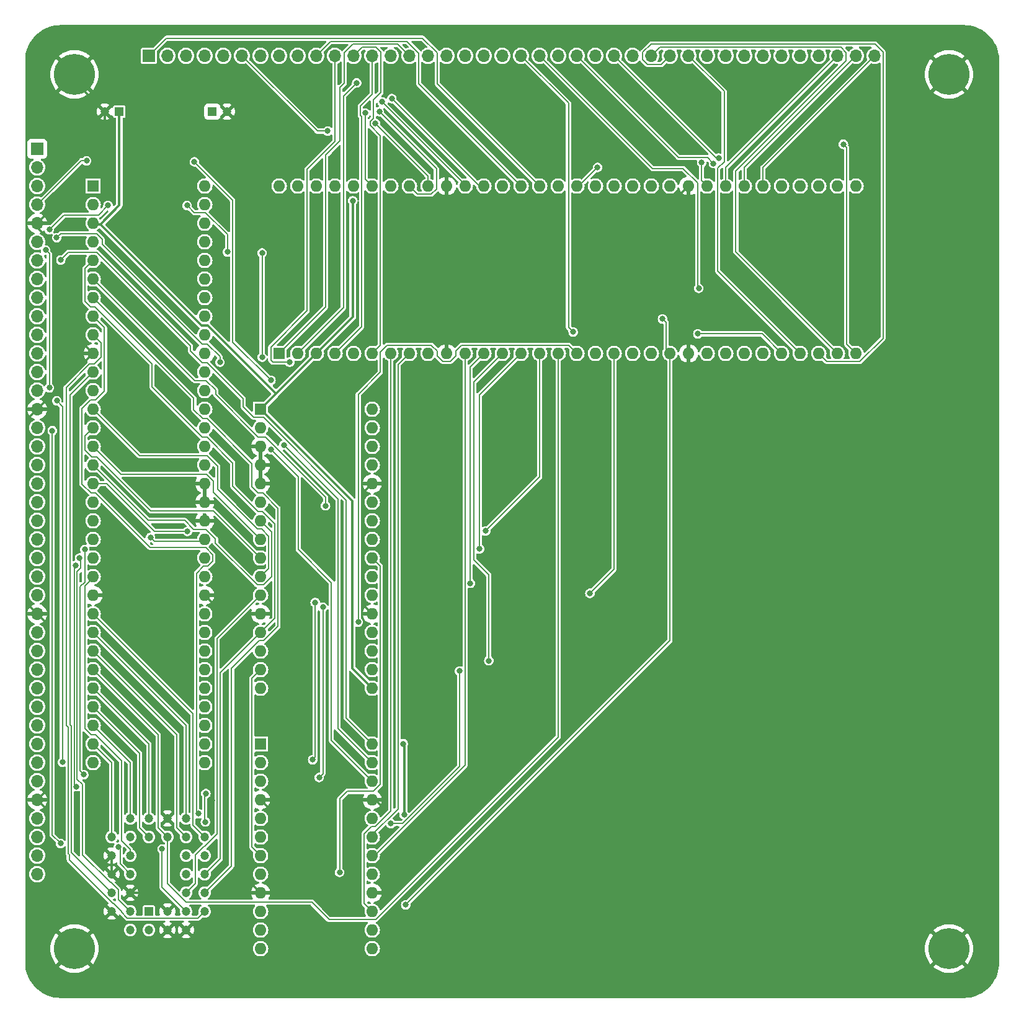
<source format=gbr>
%TF.GenerationSoftware,KiCad,Pcbnew,7.0.5*%
%TF.CreationDate,2023-12-16T12:10:52+02:00*%
%TF.ProjectId,VIA Board,56494120-426f-4617-9264-2e6b69636164,rev?*%
%TF.SameCoordinates,Original*%
%TF.FileFunction,Copper,L2,Bot*%
%TF.FilePolarity,Positive*%
%FSLAX46Y46*%
G04 Gerber Fmt 4.6, Leading zero omitted, Abs format (unit mm)*
G04 Created by KiCad (PCBNEW 7.0.5) date 2023-12-16 12:10:52*
%MOMM*%
%LPD*%
G01*
G04 APERTURE LIST*
%TA.AperFunction,ComponentPad*%
%ADD10R,1.600000X1.600000*%
%TD*%
%TA.AperFunction,ComponentPad*%
%ADD11O,1.600000X1.600000*%
%TD*%
%TA.AperFunction,ComponentPad*%
%ADD12C,5.600000*%
%TD*%
%TA.AperFunction,ComponentPad*%
%ADD13R,1.200000X1.200000*%
%TD*%
%TA.AperFunction,ComponentPad*%
%ADD14C,1.200000*%
%TD*%
%TA.AperFunction,ComponentPad*%
%ADD15R,1.700000X1.700000*%
%TD*%
%TA.AperFunction,ComponentPad*%
%ADD16O,1.700000X1.700000*%
%TD*%
%TA.AperFunction,ViaPad*%
%ADD17C,0.800000*%
%TD*%
%TA.AperFunction,Conductor*%
%ADD18C,0.200000*%
%TD*%
%TA.AperFunction,Conductor*%
%ADD19C,0.380000*%
%TD*%
G04 APERTURE END LIST*
D10*
%TO.P,B16,1,A0*%
%TO.N,/A0*%
X58420000Y-53340000D03*
D11*
%TO.P,B16,2,A1*%
%TO.N,/A1*%
X58420000Y-55880000D03*
%TO.P,B16,3,5V*%
%TO.N,/5V*%
X58420000Y-58420000D03*
%TO.P,B16,4,A2*%
%TO.N,/A2*%
X58420000Y-60960000D03*
%TO.P,B16,5,A3*%
%TO.N,/A3*%
X58420000Y-63500000D03*
%TO.P,B16,6,A4*%
%TO.N,/A4*%
X58420000Y-66040000D03*
%TO.P,B16,7,A5*%
%TO.N,/A5*%
X58420000Y-68580000D03*
%TO.P,B16,8,A6*%
%TO.N,/A6*%
X58420000Y-71120000D03*
%TO.P,B16,9,A7*%
%TO.N,/A7*%
X58420000Y-73660000D03*
%TO.P,B16,10,GND*%
%TO.N,/GND*%
X58420000Y-76200000D03*
%TO.P,B16,11,A8*%
%TO.N,/A8*%
X58420000Y-78740000D03*
%TO.P,B16,12,A9*%
%TO.N,/A9*%
X58420000Y-81280000D03*
%TO.P,B16,13,A10*%
%TO.N,/A10*%
X58420000Y-83820000D03*
%TO.P,B16,14,A11*%
%TO.N,/A11*%
X58420000Y-86360000D03*
%TO.P,B16,15,A12*%
%TO.N,/A12*%
X58420000Y-88900000D03*
%TO.P,B16,16,A13*%
%TO.N,/A13*%
X58420000Y-91440000D03*
%TO.P,B16,17,A14*%
%TO.N,/A14*%
X58420000Y-93980000D03*
%TO.P,B16,18,A15*%
%TO.N,unconnected-(B16-A15-Pad18)*%
X58420000Y-96520000D03*
%TO.P,B16,19,A16*%
%TO.N,unconnected-(B16-A16-Pad19)*%
X58420000Y-99060000D03*
%TO.P,B16,20,S*%
%TO.N,unconnected-(B16-S-Pad20)*%
X58420000Y-101600000D03*
%TO.P,B16,21,~{WD}*%
%TO.N,/~{WD}*%
X58420000Y-104140000D03*
%TO.P,B16,22,~{RD}*%
%TO.N,/~{RD}*%
X58420000Y-106680000D03*
%TO.P,B16,23,GND*%
%TO.N,/GND*%
X58420000Y-109220000D03*
%TO.P,B16,24,D0*%
%TO.N,/D0*%
X58420000Y-111760000D03*
%TO.P,B16,25,D1*%
%TO.N,/D1*%
X58420000Y-114300000D03*
%TO.P,B16,26,D2*%
%TO.N,/D2*%
X58420000Y-116840000D03*
%TO.P,B16,27,D3*%
%TO.N,/D3*%
X58420000Y-119380000D03*
%TO.P,B16,28,D4*%
%TO.N,/D4*%
X58420000Y-121920000D03*
%TO.P,B16,29,D5*%
%TO.N,/D5*%
X58420000Y-124460000D03*
%TO.P,B16,30,D6*%
%TO.N,/D6*%
X58420000Y-127000000D03*
%TO.P,B16,31,D7*%
%TO.N,/D7*%
X58420000Y-129540000D03*
%TO.P,B16,32,Deivce_~{CS}*%
%TO.N,/~{Device Select}*%
X58420000Y-132080000D03*
%TO.P,B16,33,Deivce_~{CS}_{IN}*%
%TO.N,/~{Device Select} _{IN}*%
X73660000Y-132080000D03*
%TO.P,B16,34,D7_{IN/OUT}*%
%TO.N,/D7_{IN{slash}OUT}*%
X73660000Y-129540000D03*
%TO.P,B16,35,5V*%
%TO.N,/5V*%
X73660000Y-127000000D03*
%TO.P,B16,36,D6_{IN/OUT}*%
%TO.N,/D6_{IN{slash}OUT}*%
X73660000Y-124460000D03*
%TO.P,B16,37,D5_{IN/OUT}*%
%TO.N,/D5_{IN{slash}OUT}*%
X73660000Y-121920000D03*
%TO.P,B16,38,D4_{IN/OUT}*%
%TO.N,/D4_{IN{slash}OUT}*%
X73660000Y-119380000D03*
%TO.P,B16,39,D3_{IN/OUT}*%
%TO.N,/D3_{IN{slash}OUT}*%
X73660000Y-116840000D03*
%TO.P,B16,40,D2_{IN/OUT}*%
%TO.N,/D2_{IN{slash}OUT}*%
X73660000Y-114300000D03*
%TO.P,B16,41,D1_{IN/OUT}*%
%TO.N,/D1_{IN{slash}OUT}*%
X73660000Y-111760000D03*
%TO.P,B16,42,GND*%
%TO.N,/GND*%
X73660000Y-109220000D03*
%TO.P,B16,43,D0_{IN/OUT}*%
%TO.N,/D0_{IN{slash}OUT}*%
X73660000Y-106680000D03*
%TO.P,B16,44,~{RD}_{IN}*%
%TO.N,/~{RD}_{IN}*%
X73660000Y-104140000D03*
%TO.P,B16,45,~{WD}_{IN}*%
%TO.N,/~{WD}_{IN}*%
X73660000Y-101600000D03*
%TO.P,B16,46,S_{IN}*%
%TO.N,/GND*%
X73660000Y-99060000D03*
%TO.P,B16,47,A16_{IN}*%
X73660000Y-96520000D03*
%TO.P,B16,48,A15_{IN}*%
X73660000Y-93980000D03*
%TO.P,B16,49,A14_{IN}*%
%TO.N,/A14_{IN}*%
X73660000Y-91440000D03*
%TO.P,B16,50,A13_{IN}*%
%TO.N,/A13_{IN}*%
X73660000Y-88900000D03*
%TO.P,B16,51,A12_{IN}*%
%TO.N,/A12_{IN}*%
X73660000Y-86360000D03*
%TO.P,B16,52,A11_{IN}*%
%TO.N,/A11_{IN}*%
X73660000Y-83820000D03*
%TO.P,B16,53,A10_{IN}*%
%TO.N,/A10_{IN}*%
X73660000Y-81280000D03*
%TO.P,B16,54,A9_{IN}*%
%TO.N,/A9_{IN}*%
X73660000Y-78740000D03*
%TO.P,B16,55,GND*%
%TO.N,/GND*%
X73660000Y-76200000D03*
%TO.P,B16,56,A8_{IN}*%
%TO.N,/A8_{IN}*%
X73660000Y-73660000D03*
%TO.P,B16,57,A7_{IN}*%
%TO.N,/A7_{IN}*%
X73660000Y-71120000D03*
%TO.P,B16,58,A6_{IN}*%
%TO.N,/A6_{IN}*%
X73660000Y-68580000D03*
%TO.P,B16,59,A5_{IN}*%
%TO.N,/A5_{IN}*%
X73660000Y-66040000D03*
%TO.P,B16,60,A4_{IN}*%
%TO.N,/A4_{IN}*%
X73660000Y-63500000D03*
%TO.P,B16,61,A3_{IN}*%
%TO.N,/A3_{IN}*%
X73660000Y-60960000D03*
%TO.P,B16,62,A2_{IN}*%
%TO.N,/A2_{IN}*%
X73660000Y-58420000D03*
%TO.P,B16,63,A1_{IN}*%
%TO.N,/A1_{IN}*%
X73660000Y-55880000D03*
%TO.P,B16,64,A0_{IN}*%
%TO.N,/A0_{IN}*%
X73660000Y-53340000D03*
%TD*%
D12*
%TO.P,H4,1,GND*%
%TO.N,/GND*%
X175260000Y-38100000D03*
%TD*%
D13*
%TO.P,C4,1*%
%TO.N,/12V*%
X74708000Y-43180000D03*
D14*
%TO.P,C4,2*%
%TO.N,/GND*%
X76708000Y-43180000D03*
%TD*%
D10*
%TO.P,B1,1,PB5*%
%TO.N,/PB5*%
X83820000Y-76200000D03*
D11*
%TO.P,B1,2,PB6*%
%TO.N,/PB6*%
X86360000Y-76200000D03*
%TO.P,B1,3,5V*%
%TO.N,/5V*%
X88900000Y-76200000D03*
%TO.P,B1,4,PB7*%
%TO.N,/PB7*%
X91440000Y-76200000D03*
%TO.P,B1,5,CB1*%
%TO.N,/CB1*%
X93980000Y-76200000D03*
%TO.P,B1,6,CB2*%
%TO.N,/CB2*%
X96520000Y-76200000D03*
%TO.P,B1,7,~{Reset}*%
%TO.N,/~{Reset}*%
X99060000Y-76200000D03*
%TO.P,B1,8,PHI2*%
%TO.N,/PHI2*%
X101600000Y-76200000D03*
%TO.P,B1,9,R~{W}*%
%TO.N,/~{WD}*%
X104140000Y-76200000D03*
%TO.P,B1,10,GND*%
%TO.N,/GND*%
X106680000Y-76200000D03*
%TO.P,B1,11,~{Device_Select}*%
%TO.N,/~{VIA Select}*%
X109220000Y-76200000D03*
%TO.P,B1,12,D7*%
%TO.N,/D7*%
X111760000Y-76200000D03*
%TO.P,B1,13,D6*%
%TO.N,/D6*%
X114300000Y-76200000D03*
%TO.P,B1,14,D5*%
%TO.N,/D5*%
X116840000Y-76200000D03*
%TO.P,B1,15,D4*%
%TO.N,/D4*%
X119380000Y-76200000D03*
%TO.P,B1,16,D3*%
%TO.N,/D3*%
X121920000Y-76200000D03*
%TO.P,B1,17,D2*%
%TO.N,/D2*%
X124460000Y-76200000D03*
%TO.P,B1,18,D1*%
%TO.N,/D1*%
X127000000Y-76200000D03*
%TO.P,B1,19,D0*%
%TO.N,/D0*%
X129540000Y-76200000D03*
%TO.P,B1,20,A4*%
%TO.N,/A4*%
X132080000Y-76200000D03*
%TO.P,B1,21,A3*%
%TO.N,/A3*%
X134620000Y-76200000D03*
%TO.P,B1,22,A2*%
%TO.N,/A2*%
X137160000Y-76200000D03*
%TO.P,B1,23,GND*%
%TO.N,/GND*%
X139700000Y-76200000D03*
%TO.P,B1,24,A1*%
%TO.N,/A1*%
X142240000Y-76200000D03*
%TO.P,B1,25,A0*%
%TO.N,/A0*%
X144780000Y-76200000D03*
%TO.P,B1,26,~{IRQ}*%
%TO.N,/~{Interrupt} _{OUT}*%
X147320000Y-76200000D03*
%TO.P,B1,27,CC2*%
%TO.N,/CC2*%
X149860000Y-76200000D03*
%TO.P,B1,28,CC1*%
%TO.N,/CC1*%
X152400000Y-76200000D03*
%TO.P,B1,29,PC0*%
%TO.N,/PC0*%
X154940000Y-76200000D03*
%TO.P,B1,30,PC1*%
%TO.N,/PC1*%
X157480000Y-76200000D03*
%TO.P,B1,31,PC2*%
%TO.N,/PC2*%
X160020000Y-76200000D03*
%TO.P,B1,32,PC3*%
%TO.N,/PC3*%
X162560000Y-76200000D03*
%TO.P,B1,33,PC4*%
%TO.N,/PC4*%
X162560000Y-53340000D03*
%TO.P,B1,34,PC5*%
%TO.N,/PC5*%
X160020000Y-53340000D03*
%TO.P,B1,35,5V*%
%TO.N,/5V*%
X157480000Y-53340000D03*
%TO.P,B1,36,PC6*%
%TO.N,/PC6*%
X154940000Y-53340000D03*
%TO.P,B1,37,PC7*%
%TO.N,/PC7*%
X152400000Y-53340000D03*
%TO.P,B1,38,PD0*%
%TO.N,/PD0*%
X149860000Y-53340000D03*
%TO.P,B1,39,PD1*%
%TO.N,/PD1*%
X147320000Y-53340000D03*
%TO.P,B1,40,PD2*%
%TO.N,/PD2*%
X144780000Y-53340000D03*
%TO.P,B1,41,PD3*%
%TO.N,/PD3*%
X142240000Y-53340000D03*
%TO.P,B1,42,GND*%
%TO.N,/GND*%
X139700000Y-53340000D03*
%TO.P,B1,43,PD4*%
%TO.N,/PD4*%
X137160000Y-53340000D03*
%TO.P,B1,44,PD5*%
%TO.N,/PD5*%
X134620000Y-53340000D03*
%TO.P,B1,45,PD6*%
%TO.N,/PD6*%
X132080000Y-53340000D03*
%TO.P,B1,46,PD7*%
%TO.N,/PD7*%
X129540000Y-53340000D03*
%TO.P,B1,47,CD1*%
%TO.N,/CD1*%
X127000000Y-53340000D03*
%TO.P,B1,48,CD2*%
%TO.N,/CD2*%
X124460000Y-53340000D03*
%TO.P,B1,49,CA2*%
%TO.N,/CA2*%
X121920000Y-53340000D03*
%TO.P,B1,50,CA1*%
%TO.N,/CA1*%
X119380000Y-53340000D03*
%TO.P,B1,51,PA0*%
%TO.N,/PA0*%
X116840000Y-53340000D03*
%TO.P,B1,52,PA1*%
%TO.N,/PA1*%
X114300000Y-53340000D03*
%TO.P,B1,53,PA2*%
%TO.N,/PA2*%
X111760000Y-53340000D03*
%TO.P,B1,54,PA3*%
%TO.N,/PA3*%
X109220000Y-53340000D03*
%TO.P,B1,55,GND*%
%TO.N,/GND*%
X106680000Y-53340000D03*
%TO.P,B1,56,PA4*%
%TO.N,/PA4*%
X104140000Y-53340000D03*
%TO.P,B1,57,PA5*%
%TO.N,/PA5*%
X101600000Y-53340000D03*
%TO.P,B1,58,PA6*%
%TO.N,/PA6*%
X99060000Y-53340000D03*
%TO.P,B1,59,PA7*%
%TO.N,/PA7*%
X96520000Y-53340000D03*
%TO.P,B1,60,PB0*%
%TO.N,/PB0*%
X93980000Y-53340000D03*
%TO.P,B1,61,PB1*%
%TO.N,/PB1*%
X91440000Y-53340000D03*
%TO.P,B1,62,PB2*%
%TO.N,/PB2*%
X88900000Y-53340000D03*
%TO.P,B1,63,PB3*%
%TO.N,/PB3*%
X86360000Y-53340000D03*
%TO.P,B1,64,PB4*%
%TO.N,/PB4*%
X83820000Y-53340000D03*
%TD*%
D12*
%TO.P,H1,1,GND*%
%TO.N,/GND*%
X55880000Y-38100000D03*
%TD*%
%TO.P,H3,1,GND*%
%TO.N,/GND*%
X55880000Y-157480000D03*
%TD*%
%TO.P,H2,1,GND*%
%TO.N,/GND*%
X175260000Y-157480000D03*
%TD*%
D13*
%TO.P,C3,1*%
%TO.N,/5V*%
X62008000Y-43180000D03*
D14*
%TO.P,C3,2*%
%TO.N,/GND*%
X60008000Y-43180000D03*
%TD*%
D13*
%TO.P,IC1,1,N.C.*%
%TO.N,unconnected-(IC1-N.C.-Pad1)*%
X66040000Y-152400000D03*
D14*
%TO.P,IC1,2,A16*%
%TO.N,/GND*%
X68580000Y-154940000D03*
%TO.P,IC1,3,A15*%
X68580000Y-152400000D03*
%TO.P,IC1,4,A12*%
X71120000Y-154940000D03*
%TO.P,IC1,5,A7*%
%TO.N,/A7*%
X73660000Y-152400000D03*
%TO.P,IC1,6,A6*%
%TO.N,/A6*%
X71120000Y-152400000D03*
%TO.P,IC1,7,A5*%
%TO.N,/A5*%
X73660000Y-149860000D03*
%TO.P,IC1,8,A4*%
%TO.N,/A4*%
X71120000Y-149860000D03*
%TO.P,IC1,9,A3*%
%TO.N,/A3*%
X73660000Y-147320000D03*
%TO.P,IC1,10,A2*%
%TO.N,/A2*%
X71120000Y-147320000D03*
%TO.P,IC1,11,A1*%
%TO.N,/A1*%
X73660000Y-144780000D03*
%TO.P,IC1,12,A0*%
%TO.N,/A0*%
X71120000Y-144780000D03*
%TO.P,IC1,13,DQ0*%
%TO.N,/D0*%
X73660000Y-142240000D03*
%TO.P,IC1,14,DQ1*%
%TO.N,/D1*%
X71120000Y-139700000D03*
%TO.P,IC1,15,DQ2*%
%TO.N,/D2*%
X71120000Y-142240000D03*
%TO.P,IC1,16,GND*%
%TO.N,/GND*%
X68580000Y-139700000D03*
%TO.P,IC1,17,DQ3*%
%TO.N,/D3*%
X68580000Y-142240000D03*
%TO.P,IC1,18,DQ4*%
%TO.N,/D4*%
X66040000Y-139700000D03*
%TO.P,IC1,19,DQ5*%
%TO.N,/D5*%
X66040000Y-142240000D03*
%TO.P,IC1,20,DQ6*%
%TO.N,/D6*%
X63500000Y-139700000D03*
%TO.P,IC1,21,DQ7*%
%TO.N,/D7*%
X60960000Y-142240000D03*
%TO.P,IC1,22,~{CE}*%
%TO.N,/~{Device ROM}*%
X63500000Y-142240000D03*
%TO.P,IC1,23,A10*%
%TO.N,/GND*%
X60960000Y-144780000D03*
%TO.P,IC1,24,~{OE}*%
%TO.N,/~{RD}*%
X63500000Y-144780000D03*
%TO.P,IC1,25,A11*%
%TO.N,/GND*%
X60960000Y-147320000D03*
%TO.P,IC1,26,A9*%
%TO.N,/A9*%
X63500000Y-147320000D03*
%TO.P,IC1,27,A8*%
%TO.N,/A8*%
X60960000Y-149860000D03*
%TO.P,IC1,28,A13*%
%TO.N,/GND*%
X63500000Y-149860000D03*
%TO.P,IC1,29,A14*%
X60960000Y-152400000D03*
%TO.P,IC1,30,N.C.*%
%TO.N,unconnected-(IC1-N.C.-Pad30)*%
X63500000Y-154940000D03*
%TO.P,IC1,31,~{WE}*%
%TO.N,/~{WD}*%
X63500000Y-152400000D03*
%TO.P,IC1,32,3V*%
%TO.N,/3.3V*%
X66040000Y-154940000D03*
%TD*%
D10*
%TO.P,B4,1,5V*%
%TO.N,/5V*%
X81280000Y-129540000D03*
D11*
%TO.P,B4,2,~{Device_ROM}*%
%TO.N,/~{Device ROM}*%
X81280000Y-132080000D03*
%TO.P,B4,3,~{Device_RAM}*%
%TO.N,/~{Device RAM}*%
X81280000Y-134620000D03*
%TO.P,B4,4,GND*%
%TO.N,/GND*%
X81280000Y-137160000D03*
%TO.P,B4,5,N.C.*%
%TO.N,unconnected-(B4-N.C.-Pad5)*%
X81280000Y-139700000D03*
%TO.P,B4,6,N.C.*%
%TO.N,unconnected-(B4-N.C.-Pad6)*%
X81280000Y-142240000D03*
%TO.P,B4,7,~{Reset}*%
%TO.N,/~{Reset} _{IN}*%
X81280000Y-144780000D03*
%TO.P,B4,8,~{Device_Registers}*%
%TO.N,/~{Device Registers}*%
X81280000Y-147320000D03*
%TO.P,B4,9,GND*%
%TO.N,/GND*%
X81280000Y-149860000D03*
%TO.P,B4,10,N.C.*%
%TO.N,unconnected-(B4-N.C.-Pad10)*%
X81280000Y-152400000D03*
%TO.P,B4,11,N.C.*%
%TO.N,unconnected-(B4-N.C.-Pad11)*%
X81280000Y-154940000D03*
%TO.P,B4,12,CLK*%
%TO.N,/PHI2_{IN}*%
X81280000Y-157480000D03*
%TO.P,B4,13,5V*%
%TO.N,/5V*%
X96520000Y-157480000D03*
%TO.P,B4,14,N.C.*%
%TO.N,unconnected-(B4-N.C.-Pad14)*%
X96520000Y-154940000D03*
%TO.P,B4,15,~{Reset}_{OUT5V}*%
%TO.N,/~{Reset}*%
X96520000Y-152400000D03*
%TO.P,B4,16,GND*%
%TO.N,/GND*%
X96520000Y-149860000D03*
%TO.P,B4,17,N.C.*%
%TO.N,unconnected-(B4-N.C.-Pad17)*%
X96520000Y-147320000D03*
%TO.P,B4,18,~{VIA_Select}__{OUT}*%
%TO.N,/~{VIA Select}*%
X96520000Y-144780000D03*
%TO.P,B4,19,VIA_PHI2__{OUT}*%
%TO.N,/PHI2*%
X96520000Y-142240000D03*
%TO.P,B4,20,N.C.*%
%TO.N,unconnected-(B4-N.C.-Pad20)*%
X96520000Y-139700000D03*
%TO.P,B4,21,GND*%
%TO.N,/GND*%
X96520000Y-137160000D03*
%TO.P,B4,22,H0_{OUT}*%
%TO.N,/H0_{OUT}*%
X96520000Y-134620000D03*
%TO.P,B4,23,H1_{OUT}*%
%TO.N,/H1_{OUT}*%
X96520000Y-132080000D03*
%TO.P,B4,24,H2_{OUT}*%
%TO.N,/H2_{OUT}*%
X96520000Y-129540000D03*
%TD*%
D15*
%TO.P,J2,1,Pin_1*%
%TO.N,/CA1*%
X66040000Y-35560000D03*
D16*
%TO.P,J2,2,Pin_2*%
%TO.N,/CA2*%
X68580000Y-35560000D03*
%TO.P,J2,3,Pin_3*%
%TO.N,/PA7*%
X71120000Y-35560000D03*
%TO.P,J2,4,Pin_4*%
%TO.N,/PA6*%
X73660000Y-35560000D03*
%TO.P,J2,5,Pin_5*%
%TO.N,/PA5*%
X76200000Y-35560000D03*
%TO.P,J2,6,Pin_6*%
%TO.N,/PA4*%
X78740000Y-35560000D03*
%TO.P,J2,7,Pin_7*%
%TO.N,/PA3*%
X81280000Y-35560000D03*
%TO.P,J2,8,Pin_8*%
%TO.N,/PA2*%
X83820000Y-35560000D03*
%TO.P,J2,9,Pin_9*%
%TO.N,/PA1*%
X86360000Y-35560000D03*
%TO.P,J2,10,Pin_10*%
%TO.N,/PA0*%
X88900000Y-35560000D03*
%TO.P,J2,11,Pin_11*%
%TO.N,/CB1*%
X91440000Y-35560000D03*
%TO.P,J2,12,Pin_12*%
%TO.N,/CB2*%
X93980000Y-35560000D03*
%TO.P,J2,13,Pin_13*%
%TO.N,/PB7*%
X96520000Y-35560000D03*
%TO.P,J2,14,Pin_14*%
%TO.N,/PB6*%
X99060000Y-35560000D03*
%TO.P,J2,15,Pin_15*%
%TO.N,/PB5*%
X101600000Y-35560000D03*
%TO.P,J2,16,Pin_16*%
%TO.N,/PB4*%
X104140000Y-35560000D03*
%TO.P,J2,17,Pin_17*%
%TO.N,/PB3*%
X106680000Y-35560000D03*
%TO.P,J2,18,Pin_18*%
%TO.N,/PB2*%
X109220000Y-35560000D03*
%TO.P,J2,19,Pin_19*%
%TO.N,/PB1*%
X111760000Y-35560000D03*
%TO.P,J2,20,Pin_20*%
%TO.N,/PB0*%
X114300000Y-35560000D03*
%TO.P,J2,21,Pin_21*%
%TO.N,/CC1*%
X116840000Y-35560000D03*
%TO.P,J2,22,Pin_22*%
%TO.N,/CC2*%
X119380000Y-35560000D03*
%TO.P,J2,23,Pin_23*%
%TO.N,/PC7*%
X121920000Y-35560000D03*
%TO.P,J2,24,Pin_24*%
%TO.N,/PC6*%
X124460000Y-35560000D03*
%TO.P,J2,25,Pin_25*%
%TO.N,/PC5*%
X127000000Y-35560000D03*
%TO.P,J2,26,Pin_26*%
%TO.N,/PC4*%
X129540000Y-35560000D03*
%TO.P,J2,27,Pin_27*%
%TO.N,/PC3*%
X132080000Y-35560000D03*
%TO.P,J2,28,Pin_28*%
%TO.N,/PC2*%
X134620000Y-35560000D03*
%TO.P,J2,29,Pin_29*%
%TO.N,/PC1*%
X137160000Y-35560000D03*
%TO.P,J2,30,Pin_30*%
%TO.N,/PC0*%
X139700000Y-35560000D03*
%TO.P,J2,31,Pin_31*%
%TO.N,/CD1*%
X142240000Y-35560000D03*
%TO.P,J2,32,Pin_32*%
%TO.N,/CD2*%
X144780000Y-35560000D03*
%TO.P,J2,33,Pin_33*%
%TO.N,/PD7*%
X147320000Y-35560000D03*
%TO.P,J2,34,Pin_34*%
%TO.N,/PD6*%
X149860000Y-35560000D03*
%TO.P,J2,35,Pin_35*%
%TO.N,/PD5*%
X152400000Y-35560000D03*
%TO.P,J2,36,Pin_36*%
%TO.N,/PD4*%
X154940000Y-35560000D03*
%TO.P,J2,37,Pin_37*%
%TO.N,/PD3*%
X157480000Y-35560000D03*
%TO.P,J2,38,Pin_38*%
%TO.N,/PD2*%
X160020000Y-35560000D03*
%TO.P,J2,39,Pin_39*%
%TO.N,/PD1*%
X162560000Y-35560000D03*
%TO.P,J2,40,Pin_40*%
%TO.N,/PD0*%
X165100000Y-35560000D03*
%TD*%
D10*
%TO.P,B3,1,5V*%
%TO.N,/5V*%
X81280000Y-83820000D03*
D11*
%TO.P,B3,2,~{Device_Select}*%
%TO.N,/~{Device Select}*%
X81280000Y-86360000D03*
%TO.P,B3,3,A16*%
%TO.N,/GND*%
X81280000Y-88900000D03*
%TO.P,B3,4,A15*%
X81280000Y-91440000D03*
%TO.P,B3,5,GND*%
X81280000Y-93980000D03*
%TO.P,B3,6,A14*%
%TO.N,/A14*%
X81280000Y-96520000D03*
%TO.P,B3,7,A13*%
%TO.N,/A13*%
X81280000Y-99060000D03*
%TO.P,B3,8,A12*%
%TO.N,/A12*%
X81280000Y-101600000D03*
%TO.P,B3,9,A11*%
%TO.N,/A11*%
X81280000Y-104140000D03*
%TO.P,B3,10,A10*%
%TO.N,/A10*%
X81280000Y-106680000D03*
%TO.P,B3,11,A4*%
%TO.N,/A4*%
X81280000Y-109220000D03*
%TO.P,B3,12,GND*%
%TO.N,/GND*%
X81280000Y-111760000D03*
%TO.P,B3,13,A3*%
%TO.N,/A3*%
X81280000Y-114300000D03*
%TO.P,B3,14,N.C.*%
%TO.N,unconnected-(B3-N.C.-Pad14)*%
X81280000Y-116840000D03*
%TO.P,B3,15,~{Reset}_{IN}*%
%TO.N,/~{Reset} _{IN}*%
X81280000Y-119380000D03*
%TO.P,B3,16,N.C.*%
%TO.N,unconnected-(B3-N.C.-Pad16)*%
X81280000Y-121920000D03*
%TO.P,B3,17,5V*%
%TO.N,/5V*%
X96520000Y-121920000D03*
%TO.P,B3,18,Reset_{OUT}*%
%TO.N,unconnected-(B3-Reset_{OUT}-Pad18)*%
X96520000Y-119380000D03*
%TO.P,B3,19,~{Reset}_{OUT}*%
%TO.N,unconnected-(B3-~{Reset}_{OUT}-Pad19)*%
X96520000Y-116840000D03*
%TO.P,B3,20,~{A3}*%
%TO.N,unconnected-(B3-~{A3}-Pad20)*%
X96520000Y-114300000D03*
%TO.P,B3,21,GND*%
%TO.N,/GND*%
X96520000Y-111760000D03*
%TO.P,B3,22,~{A4}*%
%TO.N,unconnected-(B3-~{A4}-Pad22)*%
X96520000Y-109220000D03*
%TO.P,B3,23,~{Device_RAM}*%
%TO.N,/~{Device RAM}*%
X96520000Y-106680000D03*
%TO.P,B3,24,~{Device_Registers}*%
%TO.N,/~{Device Registers}*%
X96520000Y-104140000D03*
%TO.P,B3,25,~{Device_ROM}*%
%TO.N,/~{Device ROM}*%
X96520000Y-101600000D03*
%TO.P,B3,26,N.C.*%
%TO.N,unconnected-(B3-N.C.-Pad26)*%
X96520000Y-99060000D03*
%TO.P,B3,27,N.C.*%
%TO.N,unconnected-(B3-N.C.-Pad27)*%
X96520000Y-96520000D03*
%TO.P,B3,28,GND*%
%TO.N,/GND*%
X96520000Y-93980000D03*
%TO.P,B3,29,N.C.*%
%TO.N,unconnected-(B3-N.C.-Pad29)*%
X96520000Y-91440000D03*
%TO.P,B3,30,N.C.*%
%TO.N,unconnected-(B3-N.C.-Pad30)*%
X96520000Y-88900000D03*
%TO.P,B3,31,N.C.*%
%TO.N,unconnected-(B3-N.C.-Pad31)*%
X96520000Y-86360000D03*
%TO.P,B3,32,N.C.*%
%TO.N,unconnected-(B3-N.C.-Pad32)*%
X96520000Y-83820000D03*
%TD*%
D15*
%TO.P,J1,1,Pin_1*%
%TO.N,/12V*%
X50800000Y-48260000D03*
D16*
%TO.P,J1,2,Pin_2*%
%TO.N,/~{Enable} _{OUT}*%
X50800000Y-50800000D03*
%TO.P,J1,3,Pin_3*%
%TO.N,/~{Interrupt} _{OUT}*%
X50800000Y-53340000D03*
%TO.P,J1,4,Pin_4*%
%TO.N,/H0_{OUT}*%
X50800000Y-55880000D03*
%TO.P,J1,5,Pin_5*%
%TO.N,/GND*%
X50800000Y-58420000D03*
%TO.P,J1,6,Pin_6*%
%TO.N,/H1_{OUT}*%
X50800000Y-60960000D03*
%TO.P,J1,7,Pin_7*%
%TO.N,/H2_{OUT}*%
X50800000Y-63500000D03*
%TO.P,J1,8,Pin_8*%
%TO.N,/A0_{IN}*%
X50800000Y-66040000D03*
%TO.P,J1,9,Pin_9*%
%TO.N,/A1_{IN}*%
X50800000Y-68580000D03*
%TO.P,J1,10,Pin_10*%
%TO.N,/A2_{IN}*%
X50800000Y-71120000D03*
%TO.P,J1,11,Pin_11*%
%TO.N,/A3_{IN}*%
X50800000Y-73660000D03*
%TO.P,J1,12,Pin_12*%
%TO.N,/A4_{IN}*%
X50800000Y-76200000D03*
%TO.P,J1,13,Pin_13*%
%TO.N,/A5_{IN}*%
X50800000Y-78740000D03*
%TO.P,J1,14,Pin_14*%
%TO.N,/A6_{IN}*%
X50800000Y-81280000D03*
%TO.P,J1,15,Pin_15*%
%TO.N,/GND*%
X50800000Y-83820000D03*
%TO.P,J1,16,Pin_16*%
%TO.N,/A7_{IN}*%
X50800000Y-86360000D03*
%TO.P,J1,17,Pin_17*%
%TO.N,/A8_{IN}*%
X50800000Y-88900000D03*
%TO.P,J1,18,Pin_18*%
%TO.N,/A9_{IN}*%
X50800000Y-91440000D03*
%TO.P,J1,19,Pin_19*%
%TO.N,/A10_{IN}*%
X50800000Y-93980000D03*
%TO.P,J1,20,Pin_20*%
%TO.N,/A11_{IN}*%
X50800000Y-96520000D03*
%TO.P,J1,21,Pin_21*%
%TO.N,/A12_{IN}*%
X50800000Y-99060000D03*
%TO.P,J1,22,Pin_22*%
%TO.N,/A13_{IN}*%
X50800000Y-101600000D03*
%TO.P,J1,23,Pin_23*%
%TO.N,/A14_{IN}*%
X50800000Y-104140000D03*
%TO.P,J1,24,Pin_24*%
%TO.N,unconnected-(J1-Pin_24-Pad24)*%
X50800000Y-106680000D03*
%TO.P,J1,25,Pin_25*%
%TO.N,unconnected-(J1-Pin_25-Pad25)*%
X50800000Y-109220000D03*
%TO.P,J1,26,Pin_26*%
%TO.N,/GND*%
X50800000Y-111760000D03*
%TO.P,J1,27,Pin_27*%
%TO.N,/D0_{IN{slash}OUT}*%
X50800000Y-114300000D03*
%TO.P,J1,28,Pin_28*%
%TO.N,/D1_{IN{slash}OUT}*%
X50800000Y-116840000D03*
%TO.P,J1,29,Pin_29*%
%TO.N,/D2_{IN{slash}OUT}*%
X50800000Y-119380000D03*
%TO.P,J1,30,Pin_30*%
%TO.N,/D3_{IN{slash}OUT}*%
X50800000Y-121920000D03*
%TO.P,J1,31,Pin_31*%
%TO.N,/D4_{IN{slash}OUT}*%
X50800000Y-124460000D03*
%TO.P,J1,32,Pin_32*%
%TO.N,/D5_{IN{slash}OUT}*%
X50800000Y-127000000D03*
%TO.P,J1,33,Pin_33*%
%TO.N,/D6_{IN{slash}OUT}*%
X50800000Y-129540000D03*
%TO.P,J1,34,Pin_34*%
%TO.N,/D7_{IN{slash}OUT}*%
X50800000Y-132080000D03*
%TO.P,J1,35,Pin_35*%
%TO.N,/~{WD}_{IN}*%
X50800000Y-134620000D03*
%TO.P,J1,36,Pin_36*%
%TO.N,/GND*%
X50800000Y-137160000D03*
%TO.P,J1,37,Pin_37*%
%TO.N,/~{RD}_{IN}*%
X50800000Y-139700000D03*
%TO.P,J1,38,Pin_38*%
%TO.N,/~{Reset} _{IN}*%
X50800000Y-142240000D03*
%TO.P,J1,39,Pin_39*%
%TO.N,/~{Device Select} _{IN}*%
X50800000Y-144780000D03*
%TO.P,J1,40,Pin_40*%
%TO.N,/PHI2_{IN}*%
X50800000Y-147320000D03*
%TD*%
D17*
%TO.N,/~{WD}_{IN}*%
X57277000Y-102979800D03*
%TO.N,/GND*%
X67817998Y-109346998D03*
X67818000Y-103632000D03*
%TO.N,/~{RD}_{IN}*%
X56015016Y-105156000D03*
%TO.N,/~{WD}_{IN}*%
X57150000Y-133731000D03*
%TO.N,/A9*%
X61849000Y-143637000D03*
X53975000Y-143129000D03*
%TO.N,/GND*%
X139573000Y-145465000D03*
%TO.N,/CC1*%
X140970000Y-73533000D03*
%TO.N,/A2*%
X136144000Y-71501000D03*
%TO.N,/CC2*%
X141097000Y-67310000D03*
%TO.N,/GND*%
X124714000Y-61087000D03*
%TO.N,/CC1*%
X123952000Y-73279000D03*
%TO.N,/GND*%
X106680000Y-60960000D03*
X79629000Y-60960000D03*
X85471000Y-93980000D03*
X86487000Y-149860000D03*
%TO.N,/~{Device Registers}*%
X92074998Y-147066000D03*
%TO.N,/~{Device RAM}*%
X89281000Y-134112000D03*
%TO.N,/~{Device ROM}*%
X88392000Y-131698992D03*
%TO.N,/GND*%
X85852000Y-111760000D03*
X74640000Y-137287001D03*
%TO.N,/5V*%
X100758700Y-129505500D03*
X100878100Y-139203000D03*
X93861600Y-55360100D03*
%TO.N,/GND*%
X98060300Y-138256300D03*
%TO.N,/D7*%
X109920006Y-107586950D03*
%TO.N,/D6*%
X112438400Y-118165200D03*
%TO.N,/D5*%
X111167250Y-102912250D03*
%TO.N,/D4*%
X112014004Y-100457004D03*
%TO.N,/D2*%
X94611900Y-112903000D03*
%TO.N,/D0*%
X126238000Y-108966000D03*
%TO.N,/A9*%
X52854900Y-86757000D03*
%TO.N,/A6*%
X67842400Y-143882500D03*
X72771000Y-139065000D03*
%TO.N,/A4*%
X90153900Y-97002500D03*
%TO.N,/A2*%
X101092000Y-151511000D03*
%TO.N,/A1*%
X108445300Y-119568400D03*
X99080000Y-140409000D03*
%TO.N,/A0*%
X73750400Y-140174100D03*
X73820100Y-136319000D03*
%TO.N,/~{WD}*%
X56576984Y-104140000D03*
%TO.N,/A14*%
X71301250Y-100511250D03*
%TO.N,/~{WD}_{IN}*%
X66249328Y-101329322D03*
%TO.N,/~{RD}_{IN}*%
X56142007Y-135362225D03*
%TO.N,/H2_{OUT}*%
X54003000Y-63440200D03*
%TO.N,/~{Device ROM}*%
X88738700Y-110224800D03*
%TO.N,/H1_{OUT}*%
X84454800Y-88690500D03*
X81493400Y-62484000D03*
X76762012Y-62357000D03*
X60452000Y-56007000D03*
X81493400Y-76701900D03*
X52451000Y-59309000D03*
X71247000Y-56007000D03*
%TO.N,/H0_{OUT}*%
X72253900Y-50047100D03*
X57531000Y-49911000D03*
X82698865Y-79882735D03*
X82704400Y-89356800D03*
%TO.N,/PB6*%
X94403200Y-39256600D03*
%TO.N,/CB1*%
X85265700Y-77398800D03*
%TO.N,/PC3*%
X160848500Y-47642000D03*
%TO.N,/PC4*%
X143809800Y-49542600D03*
%TO.N,/PC6*%
X143104000Y-50259900D03*
%TO.N,/PD3*%
X141502100Y-50148600D03*
%TO.N,/CD2*%
X127288100Y-50800000D03*
%TO.N,/PA2*%
X99203500Y-41416900D03*
%TO.N,/PA3*%
X97885500Y-41855100D03*
%TO.N,/PA4*%
X90460400Y-45845400D03*
X96975500Y-44789600D03*
%TO.N,/PA5*%
X97490600Y-43190100D03*
%TO.N,/PA7*%
X95587000Y-43384700D03*
%TO.N,/~{Device Select}*%
X53460000Y-60395100D03*
X53467000Y-82677000D03*
X54231100Y-132025500D03*
X75737100Y-77399300D03*
X52451006Y-80899000D03*
X51943000Y-62103000D03*
%TO.N,/~{Device RAM}*%
X89789000Y-110871000D03*
%TD*%
D18*
%TO.N,/D5*%
X111167250Y-81872750D02*
X111167250Y-102912250D01*
X116840000Y-76200000D02*
X111167250Y-81872750D01*
%TO.N,/D4*%
X119380000Y-93091008D02*
X112014004Y-100457004D01*
X119380000Y-76200000D02*
X119380000Y-93091008D01*
%TO.N,/D6*%
X110383600Y-104414600D02*
X110383600Y-80116400D01*
X112438400Y-106469400D02*
X110383600Y-104414600D01*
X112438400Y-118165200D02*
X112438400Y-106469400D01*
X110383600Y-80116400D02*
X114300000Y-76200000D01*
%TO.N,/D7*%
X109920006Y-78039994D02*
X109920006Y-107586950D01*
X111760000Y-76200000D02*
X109920006Y-78039994D01*
%TO.N,/~{VIA Select}*%
X109220000Y-132422000D02*
X109220000Y-76200000D01*
X96862000Y-144780000D02*
X109220000Y-132422000D01*
%TO.N,/D0*%
X129540000Y-105664000D02*
X126238000Y-108966000D01*
X129540000Y-76200000D02*
X129540000Y-105664000D01*
D19*
%TO.N,/GND*%
X49560000Y-85060000D02*
X50800000Y-83820000D01*
X49560000Y-110520000D02*
X49560000Y-85060000D01*
X50800000Y-111760000D02*
X49560000Y-110520000D01*
D18*
%TO.N,/~{WD}_{IN}*%
X73374900Y-101885100D02*
X66805106Y-101885100D01*
X66805106Y-101885100D02*
X66249328Y-101329322D01*
%TO.N,/A14*%
X66830200Y-100511250D02*
X71301250Y-100511250D01*
X58420000Y-93980000D02*
X60298950Y-93980000D01*
X60298950Y-93980000D02*
X66830200Y-100511250D01*
%TO.N,/A6*%
X73517200Y-105241900D02*
X72538500Y-106220600D01*
X72538500Y-138832500D02*
X72771000Y-139065000D01*
X74116500Y-105241900D02*
X73517200Y-105241900D01*
X72538500Y-106220600D02*
X72538500Y-138832500D01*
X74761900Y-104596500D02*
X74116500Y-105241900D01*
X74761900Y-103683500D02*
X74761900Y-104596500D01*
X73810300Y-102731900D02*
X74761900Y-103683500D01*
X58122100Y-95250000D02*
X58763100Y-95250000D01*
X56909000Y-94036900D02*
X58122100Y-95250000D01*
X56909000Y-83704400D02*
X56909000Y-94036900D01*
X58063400Y-82550000D02*
X56909000Y-83704400D01*
X59975900Y-81366000D02*
X58791900Y-82550000D01*
X59975900Y-72675900D02*
X59975900Y-81366000D01*
X58420000Y-71120000D02*
X59975900Y-72675900D01*
X66245000Y-102731900D02*
X73810300Y-102731900D01*
X58791900Y-82550000D02*
X58063400Y-82550000D01*
X58763100Y-95250000D02*
X66245000Y-102731900D01*
%TO.N,/A8*%
X55245000Y-81915000D02*
X58420000Y-78740000D01*
X55245000Y-126919058D02*
X55245000Y-81915000D01*
X55441999Y-127116057D02*
X55245000Y-126919058D01*
X55442000Y-144342000D02*
X55441999Y-127116057D01*
X60960000Y-149860000D02*
X55442000Y-144342000D01*
%TO.N,/A7*%
X59547200Y-74787200D02*
X58420000Y-73660000D01*
X59547200Y-76694800D02*
X59547200Y-74787200D01*
X58603900Y-77638100D02*
X59547200Y-76694800D01*
X57944200Y-77638100D02*
X58603900Y-77638100D01*
X54737000Y-80845300D02*
X57944200Y-77638100D01*
X54737000Y-126976741D02*
X54737000Y-80845300D01*
X55042000Y-144507685D02*
X55041999Y-127281740D01*
X55167275Y-144632961D02*
X55042000Y-144507685D01*
X61145300Y-151328400D02*
X55167275Y-145350375D01*
X62288700Y-152391100D02*
X61226000Y-151328400D01*
X61226000Y-151328400D02*
X61145300Y-151328400D01*
X55041999Y-127281740D02*
X54737000Y-126976741D01*
X62288700Y-152504800D02*
X62288700Y-152391100D01*
X55167275Y-145350375D02*
X55167275Y-144632961D01*
X63089800Y-153305900D02*
X62288700Y-152504800D01*
X72754100Y-153305900D02*
X63089800Y-153305900D01*
X73660000Y-152400000D02*
X72754100Y-153305900D01*
%TO.N,/~{RD}_{IN}*%
X55842000Y-105329016D02*
X56015016Y-105156000D01*
X56142007Y-135362225D02*
X55842000Y-135062218D01*
%TO.N,/~{WD}*%
X56750000Y-104313016D02*
X56576984Y-104140000D01*
X56750000Y-105537950D02*
X56750000Y-104313016D01*
X56242000Y-106045950D02*
X56750000Y-105537950D01*
X56969000Y-135072275D02*
X56242000Y-134345275D01*
X61861900Y-149465600D02*
X60844600Y-148448300D01*
X60844600Y-148448300D02*
X60750000Y-148448300D01*
X61861900Y-150761900D02*
X61861900Y-149465600D01*
X63500000Y-152400000D02*
X61861900Y-150761900D01*
%TO.N,/~{RD}_{IN}*%
X55842000Y-135062218D02*
X55842000Y-105329016D01*
%TO.N,/~{WD}*%
X56242000Y-134345275D02*
X56242000Y-106045950D01*
X60750000Y-148448300D02*
X56969000Y-144667300D01*
X56969000Y-144667300D02*
X56969000Y-135072275D01*
%TO.N,/~{WD}_{IN}*%
X57277000Y-107442000D02*
X57277000Y-102979800D01*
X56642000Y-133223000D02*
X56642000Y-108077000D01*
X57150000Y-133731000D02*
X56642000Y-133223000D01*
X56642000Y-108077000D02*
X57277000Y-107442000D01*
%TO.N,/A9*%
X52854900Y-142008900D02*
X53975000Y-143129000D01*
X52854900Y-86757000D02*
X52854900Y-142008900D01*
D19*
%TO.N,/GND*%
X67817998Y-103632002D02*
X67817998Y-109346998D01*
X67818000Y-103632000D02*
X67817998Y-103632002D01*
D18*
%TO.N,/~{RD}*%
X62295000Y-142726472D02*
X63500000Y-143931472D01*
X62295000Y-131815600D02*
X62295000Y-142726472D01*
X58749400Y-128270000D02*
X62295000Y-131815600D01*
X58123900Y-128270000D02*
X58749400Y-128270000D01*
X57296000Y-127442100D02*
X58123900Y-128270000D01*
X58420000Y-106864686D02*
X57296000Y-107988686D01*
X63500000Y-143931472D02*
X63500000Y-144780000D01*
X57296000Y-107988686D02*
X57296000Y-127442100D01*
D19*
%TO.N,/GND*%
X52061500Y-138421500D02*
X50800000Y-137160000D01*
X52061500Y-143628500D02*
X52061500Y-138421500D01*
X60833000Y-152400000D02*
X52061500Y-143628500D01*
D18*
%TO.N,/A9*%
X62103000Y-143891000D02*
X61849000Y-143637000D01*
X62103000Y-145923000D02*
X62103000Y-143891000D01*
X63500000Y-147320000D02*
X62103000Y-145923000D01*
%TO.N,/H1_{OUT}*%
X76762012Y-59966377D02*
X76762012Y-62357000D01*
X73775635Y-56980000D02*
X76762012Y-59966377D01*
X72220000Y-56980000D02*
X73775635Y-56980000D01*
X71247000Y-56007000D02*
X72220000Y-56980000D01*
%TO.N,/H0_{OUT}*%
X77462000Y-55255200D02*
X72253900Y-50047100D01*
X77462000Y-74645870D02*
X77462000Y-55255200D01*
X82698865Y-79882735D02*
X77462000Y-74645870D01*
D19*
%TO.N,/GND*%
X139700000Y-145338000D02*
X139573000Y-145465000D01*
X139700000Y-76200000D02*
X139700000Y-145338000D01*
D18*
%TO.N,/CC1*%
X149733000Y-73533000D02*
X140970000Y-73533000D01*
X152400000Y-76200000D02*
X149733000Y-73533000D01*
%TO.N,/A2*%
X136652000Y-72009000D02*
X136144000Y-71501000D01*
X136652000Y-75692000D02*
X136652000Y-72009000D01*
X137160000Y-76200000D02*
X136652000Y-75692000D01*
%TO.N,/CC2*%
X140970000Y-67310000D02*
X141097000Y-67310000D01*
D19*
%TO.N,/GND*%
X124714000Y-61087000D02*
X131953000Y-61087000D01*
X131953000Y-61087000D02*
X139700000Y-53340000D01*
D18*
%TO.N,/CC1*%
X123317000Y-72644000D02*
X123952000Y-73279000D01*
X123317000Y-42037000D02*
X123317000Y-72644000D01*
X116840000Y-35560000D02*
X123317000Y-42037000D01*
D19*
%TO.N,/GND*%
X106680000Y-60960000D02*
X106680000Y-76200000D01*
X79629000Y-46101000D02*
X79629000Y-60960000D01*
X106680000Y-53340000D02*
X106680000Y-60960000D01*
X76708000Y-43180000D02*
X79629000Y-46101000D01*
D18*
%TO.N,/H1_{OUT}*%
X81493400Y-76701900D02*
X81493400Y-62484000D01*
D19*
%TO.N,/GND*%
X86487000Y-112395000D02*
X85852000Y-111760000D01*
X85471000Y-93980000D02*
X85471000Y-111379000D01*
X85471000Y-111379000D02*
X85852000Y-111760000D01*
X86487000Y-149860000D02*
X86487000Y-112395000D01*
D18*
%TO.N,/~{Device Registers}*%
X92074998Y-137033002D02*
X93091000Y-136017000D01*
X92074998Y-147066000D02*
X92074998Y-137033002D01*
X96520000Y-104140000D02*
X97629400Y-105249400D01*
X97629400Y-135085500D02*
X96697900Y-136017000D01*
X97629400Y-105249400D02*
X97629400Y-135085500D01*
X96697900Y-136017000D02*
X93091000Y-136017000D01*
%TO.N,/~{Device ROM}*%
X88738700Y-131352292D02*
X88392000Y-131698992D01*
X88738700Y-110224800D02*
X88738700Y-131352292D01*
%TO.N,/~{Device RAM}*%
X89789000Y-110871000D02*
X89789000Y-133604000D01*
X89789000Y-133604000D02*
X89281000Y-134112000D01*
D19*
%TO.N,/GND*%
X80090000Y-148670000D02*
X81280000Y-149860000D01*
X80692000Y-146130000D02*
X80090000Y-146732000D01*
X80090000Y-146732000D02*
X80090000Y-148670000D01*
X81612915Y-146130000D02*
X80692000Y-146130000D01*
X82470000Y-145272915D02*
X81612915Y-146130000D01*
X82470000Y-138350000D02*
X82470000Y-145272915D01*
X81280000Y-137160000D02*
X82470000Y-138350000D01*
X74850000Y-137077001D02*
X74640000Y-137287001D01*
X74850000Y-110410000D02*
X74850000Y-137077001D01*
X73660000Y-109220000D02*
X74850000Y-110410000D01*
D18*
%TO.N,/A4*%
X72390100Y-144691100D02*
X72390100Y-148589900D01*
X73571200Y-143510000D02*
X72390100Y-144691100D01*
X75340000Y-141857100D02*
X73687100Y-143510000D01*
X81280000Y-109220000D02*
X75340000Y-115160000D01*
X75340000Y-115160000D02*
X75340000Y-141857100D01*
X73687100Y-143510000D02*
X73571200Y-143510000D01*
X72390100Y-148589900D02*
X71120000Y-149860000D01*
%TO.N,/A0*%
X73660000Y-136479100D02*
X73660000Y-140083700D01*
X73820100Y-136319000D02*
X73660000Y-136479100D01*
X73660000Y-140083700D02*
X73750400Y-140174100D01*
%TO.N,/D0*%
X72071000Y-125411000D02*
X58420000Y-111760000D01*
X72071000Y-140651000D02*
X72071000Y-125411000D01*
X73660000Y-142240000D02*
X72071000Y-140651000D01*
%TO.N,/D2*%
X94611900Y-81796800D02*
X94611900Y-112903000D01*
X97629200Y-78779500D02*
X94611900Y-81796800D01*
X97629200Y-76020300D02*
X97629200Y-78779500D01*
X105410000Y-75902800D02*
X104580200Y-75073000D01*
X106184400Y-77301900D02*
X105410000Y-76527500D01*
X107147200Y-77301900D02*
X106184400Y-77301900D01*
X107950000Y-76499100D02*
X107147200Y-77301900D01*
X98576500Y-75073000D02*
X97629200Y-76020300D01*
X108716800Y-75088400D02*
X107950000Y-75855200D01*
X123348400Y-75088400D02*
X108716800Y-75088400D01*
X124460000Y-76200000D02*
X123348400Y-75088400D01*
X104580200Y-75073000D02*
X98576500Y-75073000D01*
X105410000Y-76527500D02*
X105410000Y-75902800D01*
X107950000Y-75855200D02*
X107950000Y-76499100D01*
D19*
%TO.N,/5V*%
X74088900Y-72390000D02*
X73239400Y-72390000D01*
X83665700Y-86213100D02*
X83665700Y-86205700D01*
X83336200Y-81637300D02*
X74088900Y-72390000D01*
X62008000Y-55948800D02*
X59403100Y-58553700D01*
X59403100Y-58553700D02*
X58553700Y-58553700D01*
X96520000Y-121920000D02*
X93801400Y-119201400D01*
X83336200Y-81763800D02*
X83336200Y-81637300D01*
X100878100Y-139203000D02*
X100878100Y-129624900D01*
X88900000Y-76200000D02*
X93861600Y-71238400D01*
X83336200Y-81763800D02*
X88900000Y-76200000D01*
X83665700Y-86205700D02*
X81280000Y-83820000D01*
X93861600Y-71238400D02*
X93861600Y-55360100D01*
X100878100Y-129624900D02*
X100758700Y-129505500D01*
X62008000Y-43180000D02*
X62008000Y-55948800D01*
X83665800Y-86213100D02*
X83665700Y-86213100D01*
X93801400Y-119201400D02*
X93801400Y-96348700D01*
X93801400Y-96348700D02*
X83665800Y-86213100D01*
X73239400Y-72390000D02*
X59403100Y-58553700D01*
X81280000Y-83820000D02*
X83336200Y-81763800D01*
%TO.N,/GND*%
X50800000Y-137160000D02*
X52041900Y-135918100D01*
X53213000Y-70993000D02*
X53213000Y-61468000D01*
X81280000Y-93980000D02*
X81280000Y-91440000D01*
X60008000Y-49212000D02*
X60008000Y-43180000D01*
X58420000Y-76200000D02*
X50800000Y-83820000D01*
X53213000Y-61468000D02*
X50800000Y-59055000D01*
X68580000Y-152400000D02*
X66040000Y-149860000D01*
X50800000Y-58420000D02*
X60008000Y-49212000D01*
X52041900Y-135918100D02*
X52041900Y-113001900D01*
X139700000Y-76200000D02*
X139700000Y-53340000D01*
X58420000Y-76200000D02*
X53213000Y-70993000D01*
X95309100Y-95190900D02*
X95309100Y-110549100D01*
X60008000Y-43180000D02*
X55880000Y-39052000D01*
X95309100Y-110549100D02*
X96520000Y-111760000D01*
X60960000Y-144780000D02*
X60960000Y-147320000D01*
X96520000Y-93980000D02*
X95309100Y-95190900D01*
X55880000Y-157480000D02*
X60960000Y-152400000D01*
X52041900Y-113001900D02*
X50800000Y-111760000D01*
X66040000Y-149860000D02*
X63500000Y-149860000D01*
X60960000Y-147320000D02*
X63500000Y-149860000D01*
X81280000Y-91440000D02*
X81280000Y-88900000D01*
X73660000Y-93980000D02*
X73660000Y-96520000D01*
X96964000Y-137160000D02*
X98060300Y-138256300D01*
D18*
%TO.N,/D7*%
X58420000Y-129540000D02*
X60960000Y-132080000D01*
X60960000Y-132080000D02*
X60960000Y-142240000D01*
%TO.N,/D6*%
X63500000Y-132080000D02*
X58420000Y-127000000D01*
X63500000Y-139700000D02*
X63500000Y-132080000D01*
%TO.N,/D5*%
X64770000Y-130810000D02*
X64770000Y-140970000D01*
X64770000Y-140970000D02*
X66040000Y-142240000D01*
X58420000Y-124460000D02*
X64770000Y-130810000D01*
%TO.N,/D4*%
X58420000Y-121920000D02*
X66040000Y-129540000D01*
X66040000Y-129540000D02*
X66040000Y-139700000D01*
%TO.N,/D3*%
X96983300Y-153508200D02*
X90652900Y-153508200D01*
X71114500Y-151130000D02*
X68580000Y-148595500D01*
X58420000Y-119380000D02*
X67310000Y-128270000D01*
X88274700Y-151130000D02*
X71114500Y-151130000D01*
X121920000Y-128571500D02*
X96983300Y-153508200D01*
X67310000Y-128270000D02*
X67310000Y-140970000D01*
X68580000Y-148595500D02*
X68580000Y-142240000D01*
X121920000Y-76200000D02*
X121920000Y-128571500D01*
X90652900Y-153508200D02*
X88274700Y-151130000D01*
X67310000Y-140970000D02*
X68580000Y-142240000D01*
%TO.N,/D2*%
X69850000Y-128270000D02*
X69850000Y-140970000D01*
X69850000Y-140970000D02*
X71120000Y-142240000D01*
X58420000Y-116840000D02*
X69850000Y-128270000D01*
%TO.N,/D1*%
X58420000Y-114300000D02*
X71120000Y-127000000D01*
X71120000Y-127000000D02*
X71120000Y-139700000D01*
%TO.N,/PHI2*%
X100056800Y-138392700D02*
X96520000Y-141929500D01*
X101600000Y-76200000D02*
X100056800Y-77743200D01*
X100056800Y-77743200D02*
X100056800Y-138392700D01*
%TO.N,/~{Reset}*%
X96976500Y-140801900D02*
X99060000Y-138718400D01*
X96520000Y-152400000D02*
X95411300Y-151291300D01*
X95411300Y-141781100D02*
X96390500Y-140801900D01*
X95411300Y-151291300D02*
X95411300Y-141781100D01*
X96390500Y-140801900D02*
X96976500Y-140801900D01*
X99060000Y-138718400D02*
X99060000Y-76200000D01*
%TO.N,/A11*%
X58935600Y-90338100D02*
X58276500Y-90338100D01*
X57317900Y-89379500D02*
X57317900Y-87462100D01*
X58276500Y-90338100D02*
X57317900Y-89379500D01*
X81280000Y-104140000D02*
X74811100Y-97671100D01*
X74811100Y-97671100D02*
X66268600Y-97671100D01*
X57317900Y-87462100D02*
X58420000Y-86360000D01*
X66268600Y-97671100D02*
X58935600Y-90338100D01*
%TO.N,/A10*%
X58420000Y-83820000D02*
X64770000Y-90170000D01*
X75435600Y-91648900D02*
X75435600Y-94775300D01*
X64770000Y-90170000D02*
X73956700Y-90170000D01*
X81413700Y-100161900D02*
X82397900Y-101146100D01*
X75435600Y-94775300D02*
X80822200Y-100161900D01*
X80822200Y-100161900D02*
X81413700Y-100161900D01*
X82397900Y-105562100D02*
X81280000Y-106680000D01*
X73956700Y-90170000D02*
X75435600Y-91648900D01*
X82397900Y-101146100D02*
X82397900Y-105562100D01*
%TO.N,/A6*%
X67842400Y-149122400D02*
X71120000Y-152400000D01*
X67842400Y-143882500D02*
X67842400Y-149122400D01*
%TO.N,/A5*%
X77328600Y-119219400D02*
X81119700Y-115428300D01*
X81573700Y-95250000D02*
X80968400Y-95250000D01*
X77328600Y-146191400D02*
X77328600Y-119219400D01*
X80108500Y-91243600D02*
X73954900Y-85090000D01*
X73954900Y-85090000D02*
X73360100Y-85090000D01*
X72172000Y-83901900D02*
X72172000Y-82332000D01*
X72172000Y-82332000D02*
X58420000Y-68580000D01*
X80968400Y-95250000D02*
X80108500Y-94390100D01*
X73360100Y-85090000D02*
X72172000Y-83901900D01*
X83662600Y-113491700D02*
X83662600Y-97338900D01*
X81726000Y-115428300D02*
X83662600Y-113491700D01*
X80108500Y-94390100D02*
X80108500Y-91243600D01*
X73660000Y-149860000D02*
X77328600Y-146191400D01*
X81119700Y-115428300D02*
X81726000Y-115428300D01*
X83662600Y-97338900D02*
X81573700Y-95250000D01*
%TO.N,/A4*%
X75137200Y-81190800D02*
X75137200Y-81807600D01*
X80959600Y-87630000D02*
X81970400Y-87630000D01*
X75137200Y-81807600D02*
X80959600Y-87630000D01*
X90153900Y-95813500D02*
X90153900Y-97002500D01*
X81970400Y-87630000D02*
X90153900Y-95813500D01*
X73844400Y-79898000D02*
X75137200Y-81190800D01*
X72278000Y-79898000D02*
X73844400Y-79898000D01*
X58420000Y-66040000D02*
X72278000Y-79898000D01*
%TO.N,/A3*%
X58708400Y-69850000D02*
X58100800Y-69850000D01*
X77493600Y-94322100D02*
X77493600Y-91167100D01*
X57313000Y-64607000D02*
X58420000Y-63500000D01*
X66474800Y-80759400D02*
X66474800Y-77616400D01*
X75760000Y-145220000D02*
X75760000Y-119820000D01*
X73956500Y-87630000D02*
X73345400Y-87630000D01*
X66474800Y-77616400D02*
X58708400Y-69850000D01*
X80961500Y-97790000D02*
X77493600Y-94322100D01*
X57313000Y-69062200D02*
X57313000Y-64607000D01*
X81569700Y-97790000D02*
X80961500Y-97790000D01*
X75760000Y-119820000D02*
X81280000Y-114300000D01*
X83233900Y-99454200D02*
X81569700Y-97790000D01*
X73660000Y-147320000D02*
X75760000Y-145220000D01*
X77493600Y-91167100D02*
X73956500Y-87630000D01*
X73345400Y-87630000D02*
X66474800Y-80759400D01*
X58100800Y-69850000D02*
X57313000Y-69062200D01*
X83233900Y-112346100D02*
X83233900Y-99454200D01*
X81280000Y-114300000D02*
X83233900Y-112346100D01*
%TO.N,/A2*%
X137160000Y-76200000D02*
X137160000Y-115443000D01*
X137160000Y-115443000D02*
X101092000Y-151511000D01*
%TO.N,/A1*%
X99080000Y-140409000D02*
X100664700Y-140409000D01*
X108445300Y-132628400D02*
X108445300Y-119568400D01*
X100664700Y-140409000D02*
X108445300Y-132628400D01*
%TO.N,/A13*%
X75133300Y-101508200D02*
X73855000Y-100229900D01*
X70952000Y-99013000D02*
X65993000Y-99013000D01*
X72168900Y-100229900D02*
X70952000Y-99013000D01*
X75133300Y-102110700D02*
X75133300Y-101508200D01*
X81724600Y-107794100D02*
X80816700Y-107794100D01*
X82815900Y-106702800D02*
X81724600Y-107794100D01*
X80816700Y-107794100D02*
X75133300Y-102110700D01*
X73855000Y-100229900D02*
X72168900Y-100229900D01*
X81280000Y-99060000D02*
X82815900Y-100595900D01*
X82815900Y-100595900D02*
X82815900Y-106702800D01*
X65993000Y-99013000D02*
X58420000Y-91440000D01*
%TO.N,/A12*%
X74864100Y-95184100D02*
X74864100Y-93624300D01*
X81280000Y-101600000D02*
X74864100Y-95184100D01*
X73949800Y-92710000D02*
X62230000Y-92710000D01*
X62230000Y-92710000D02*
X58420000Y-88900000D01*
X74864100Y-93624300D02*
X73949800Y-92710000D01*
%TO.N,/~{Reset} _{IN}*%
X80110300Y-143610300D02*
X80110300Y-120549700D01*
X81280000Y-144780000D02*
X80110300Y-143610300D01*
X80110300Y-120549700D02*
X81280000Y-119380000D01*
%TO.N,/H2_{OUT}*%
X96520000Y-129540000D02*
X92992100Y-126012100D01*
X55061900Y-62381300D02*
X54003000Y-63440200D01*
X71694700Y-75186300D02*
X58889700Y-62381300D01*
X92992100Y-126012100D02*
X92992100Y-96235100D01*
X73953800Y-77470000D02*
X73326200Y-77470000D01*
X71694700Y-75838500D02*
X71694700Y-75186300D01*
X81705300Y-84948300D02*
X80378000Y-84948300D01*
X92992100Y-96235100D02*
X81705300Y-84948300D01*
X80378000Y-84948300D02*
X78890500Y-83460800D01*
X58889700Y-62381300D02*
X55061900Y-62381300D01*
X78890500Y-82406700D02*
X73953800Y-77470000D01*
X78890500Y-83460800D02*
X78890500Y-82406700D01*
X73326200Y-77470000D02*
X71694700Y-75838500D01*
%TO.N,/H1_{OUT}*%
X54440000Y-57320000D02*
X59139000Y-57320000D01*
X96520000Y-132080000D02*
X91830900Y-127390900D01*
X91830900Y-127390900D02*
X91830900Y-96066600D01*
X59139000Y-57320000D02*
X60452000Y-56007000D01*
X52451000Y-59309000D02*
X54440000Y-57320000D01*
X91830900Y-96066600D02*
X84454800Y-88690500D01*
%TO.N,/H0_{OUT}*%
X96520000Y-134620000D02*
X90952900Y-129052900D01*
X86435600Y-102982700D02*
X86435600Y-93088000D01*
X90952900Y-129052900D02*
X90952900Y-107500000D01*
X86435600Y-93088000D02*
X82704400Y-89356800D01*
X50800000Y-55880000D02*
X56769000Y-49911000D01*
X56769000Y-49911000D02*
X57531000Y-49911000D01*
X90952900Y-107500000D02*
X86435600Y-102982700D01*
%TO.N,/PB5*%
X92731000Y-35160500D02*
X92731000Y-39276900D01*
X93905800Y-33985700D02*
X92731000Y-35160500D01*
X90170000Y-69850000D02*
X83820000Y-76200000D01*
X100025700Y-33985700D02*
X93905800Y-33985700D01*
X92731000Y-39276900D02*
X92141300Y-39866600D01*
X90170000Y-49135400D02*
X90170000Y-69850000D01*
X92141300Y-47164100D02*
X90170000Y-49135400D01*
X101600000Y-35560000D02*
X100025700Y-33985700D01*
X92141300Y-39866600D02*
X92141300Y-47164100D01*
%TO.N,/PB6*%
X92587200Y-41072600D02*
X94403200Y-39256600D01*
X86360000Y-76200000D02*
X92587200Y-69972800D01*
X92587200Y-69972800D02*
X92587200Y-41072600D01*
%TO.N,/PB7*%
X95098500Y-72541500D02*
X91440000Y-76200000D01*
X96520000Y-40804800D02*
X94885100Y-42439700D01*
X94885100Y-43675300D02*
X95098500Y-43888700D01*
X96520000Y-35560000D02*
X96520000Y-40804800D01*
X94885100Y-42439700D02*
X94885100Y-43675300D01*
X95098500Y-43888700D02*
X95098500Y-72541500D01*
%TO.N,/CB1*%
X87630000Y-51070500D02*
X87630000Y-70363000D01*
X87630000Y-70363000D02*
X82678600Y-75314400D01*
X91440000Y-47260500D02*
X87630000Y-51070500D01*
X82678600Y-77138200D02*
X82939200Y-77398800D01*
X82939200Y-77398800D02*
X85265700Y-77398800D01*
X91440000Y-35560000D02*
X91440000Y-47260500D01*
X82678600Y-75314400D02*
X82678600Y-77138200D01*
%TO.N,/CB2*%
X97643700Y-46452700D02*
X97643700Y-75076300D01*
X96686500Y-41601100D02*
X96686500Y-44086100D01*
X96273200Y-44499400D02*
X96273200Y-45082200D01*
X96686500Y-44086100D02*
X96273200Y-44499400D01*
X97690800Y-35091200D02*
X97690800Y-40596800D01*
X96998200Y-34398600D02*
X97690800Y-35091200D01*
X95141400Y-34398600D02*
X96998200Y-34398600D01*
X97643700Y-75076300D02*
X96520000Y-76200000D01*
X97690800Y-40596800D02*
X96686500Y-41601100D01*
X93980000Y-35560000D02*
X95141400Y-34398600D01*
X96273200Y-45082200D02*
X97643700Y-46452700D01*
%TO.N,/CC2*%
X138971400Y-50952900D02*
X140970000Y-52951500D01*
X134772900Y-50952900D02*
X138971400Y-50952900D01*
X140970000Y-52951500D02*
X140970000Y-67310000D01*
X119380000Y-35560000D02*
X134772900Y-50952900D01*
%TO.N,/PC0*%
X144563800Y-40423800D02*
X144563800Y-50037300D01*
X144563800Y-50037300D02*
X143673800Y-50927300D01*
X139700000Y-35560000D02*
X144563800Y-40423800D01*
X143673800Y-50927300D02*
X143673800Y-64933800D01*
X143673800Y-64933800D02*
X154940000Y-76200000D01*
%TO.N,/PC1*%
X165169200Y-33967900D02*
X134578800Y-33967900D01*
X163069100Y-77319500D02*
X166255200Y-74133400D01*
X134578800Y-33967900D02*
X133454900Y-35091800D01*
X166255200Y-74133400D02*
X166255200Y-35053900D01*
X135951000Y-36769000D02*
X137160000Y-35560000D01*
X166255200Y-35053900D02*
X165169200Y-33967900D01*
X134141500Y-36769000D02*
X135951000Y-36769000D01*
X133454900Y-36082400D02*
X134141500Y-36769000D01*
X133454900Y-35091800D02*
X133454900Y-36082400D01*
X158599500Y-77319500D02*
X163069100Y-77319500D01*
X157480000Y-76200000D02*
X158599500Y-77319500D01*
%TO.N,/PC2*%
X160482500Y-34389600D02*
X135790400Y-34389600D01*
X160020000Y-76200000D02*
X146171200Y-62351200D01*
X146171200Y-51295900D02*
X161190200Y-36276900D01*
X161190200Y-35097300D02*
X160482500Y-34389600D01*
X135790400Y-34389600D02*
X134620000Y-35560000D01*
X146171200Y-62351200D02*
X146171200Y-51295900D01*
X161190200Y-36276900D02*
X161190200Y-35097300D01*
%TO.N,/PC3*%
X160848500Y-47642000D02*
X161290000Y-48083500D01*
X161290000Y-74930000D02*
X162560000Y-76200000D01*
X161290000Y-48083500D02*
X161290000Y-74930000D01*
%TO.N,/PC4*%
X129540000Y-35560000D02*
X143522600Y-49542600D01*
X143522600Y-49542600D02*
X143809800Y-49542600D01*
%TO.N,/PC6*%
X142290800Y-49446700D02*
X138346700Y-49446700D01*
X138346700Y-49446700D02*
X124460000Y-35560000D01*
X143104000Y-50259900D02*
X142290800Y-49446700D01*
%TO.N,/PD0*%
X149860000Y-50800000D02*
X149860000Y-53340000D01*
X165100000Y-35560000D02*
X149860000Y-50800000D01*
%TO.N,/PD1*%
X147320000Y-50800000D02*
X162560000Y-35560000D01*
X147320000Y-53340000D02*
X147320000Y-50800000D01*
%TO.N,/PD2*%
X144780000Y-50800000D02*
X144780000Y-53340000D01*
X160020000Y-35560000D02*
X144780000Y-50800000D01*
%TO.N,/PD3*%
X141502100Y-52602100D02*
X142240000Y-53340000D01*
X141502100Y-50148600D02*
X141502100Y-52602100D01*
%TO.N,/CD2*%
X127288100Y-50800000D02*
X124748100Y-53340000D01*
%TO.N,/CA1*%
X68446700Y-33153300D02*
X103394300Y-33153300D01*
X66040000Y-35560000D02*
X68446700Y-33153300D01*
X105410000Y-39370000D02*
X119380000Y-53340000D01*
X105410000Y-35169000D02*
X105410000Y-39370000D01*
X103394300Y-33153300D02*
X105410000Y-35169000D01*
%TO.N,/PA0*%
X88900000Y-35560000D02*
X90881900Y-33578100D01*
X102870000Y-35181300D02*
X102870000Y-39370000D01*
X101266800Y-33578100D02*
X102870000Y-35181300D01*
X102870000Y-39370000D02*
X116840000Y-53340000D01*
X90881900Y-33578100D02*
X101266800Y-33578100D01*
%TO.N,/PA2*%
X99203500Y-41416900D02*
X111126600Y-53340000D01*
%TO.N,/PA3*%
X97885500Y-41855100D02*
X109220000Y-53189600D01*
%TO.N,/PA4*%
X104140000Y-53340000D02*
X104140000Y-51954100D01*
X78740000Y-35560000D02*
X89025400Y-45845400D01*
X89025400Y-45845400D02*
X90460400Y-45845400D01*
X104140000Y-51954100D02*
X96975500Y-44789600D01*
%TO.N,/PA5*%
X97490600Y-43190100D02*
X105279200Y-50978700D01*
X102731900Y-54471900D02*
X101600000Y-53340000D01*
X104592300Y-54471900D02*
X102731900Y-54471900D01*
X105279200Y-50978700D02*
X105279200Y-53785000D01*
X105279200Y-53785000D02*
X104592300Y-54471900D01*
%TO.N,/PA7*%
X95587000Y-43384700D02*
X95587000Y-52407000D01*
X95587000Y-52407000D02*
X96520000Y-53340000D01*
%TO.N,/~{Device Select}*%
X54231100Y-132025500D02*
X54231100Y-83441100D01*
X53467000Y-82677000D02*
X54231100Y-83441100D01*
X74016400Y-74930000D02*
X73288000Y-74930000D01*
X59646000Y-60611600D02*
X58889600Y-59855200D01*
X73288000Y-74930000D02*
X59646000Y-61288000D01*
X75737100Y-76650700D02*
X74016400Y-74930000D01*
X58889600Y-59855200D02*
X53999900Y-59855200D01*
X52451006Y-62611006D02*
X52451006Y-80899000D01*
X53999900Y-59855200D02*
X53460000Y-60395100D01*
X59646000Y-61288000D02*
X59646000Y-60611600D01*
X75737100Y-77399300D02*
X75737100Y-76650700D01*
X51943000Y-62103000D02*
X52451006Y-62611006D01*
%TD*%
%TA.AperFunction,Conductor*%
%TO.N,/GND*%
G36*
X82269407Y-89851580D02*
G01*
X82308303Y-89874948D01*
X82332159Y-89896082D01*
X82332161Y-89896084D01*
X82472034Y-89969496D01*
X82625414Y-90007300D01*
X82625415Y-90007300D01*
X82783386Y-90007300D01*
X82790831Y-90006396D01*
X82791237Y-90009741D01*
X82845859Y-90012021D01*
X82893675Y-90041757D01*
X86048781Y-93196863D01*
X86082266Y-93258186D01*
X86085100Y-93284544D01*
X86085100Y-102933488D01*
X86082461Y-102958932D01*
X86080557Y-102968011D01*
X86080557Y-102968017D01*
X86084623Y-103000637D01*
X86085100Y-103008314D01*
X86085100Y-103011740D01*
X86085301Y-103012944D01*
X86088476Y-103031976D01*
X86088845Y-103034508D01*
X86095027Y-103084093D01*
X86097120Y-103091126D01*
X86099507Y-103098079D01*
X86099508Y-103098081D01*
X86101675Y-103102085D01*
X86123291Y-103142030D01*
X86124464Y-103144308D01*
X86146402Y-103189184D01*
X86146404Y-103189186D01*
X86150671Y-103195164D01*
X86155182Y-103200959D01*
X86191941Y-103234798D01*
X86193790Y-103236572D01*
X88389812Y-105432594D01*
X90566081Y-107608862D01*
X90599566Y-107670185D01*
X90602400Y-107696543D01*
X90602400Y-110507676D01*
X90582715Y-110574715D01*
X90529911Y-110620470D01*
X90460753Y-110630414D01*
X90397197Y-110601389D01*
X90374091Y-110572228D01*
X90373481Y-110572650D01*
X90343575Y-110529324D01*
X90279483Y-110436470D01*
X90161240Y-110331717D01*
X90161238Y-110331716D01*
X90161237Y-110331715D01*
X90021365Y-110258303D01*
X89867986Y-110220500D01*
X89867985Y-110220500D01*
X89710015Y-110220500D01*
X89710014Y-110220500D01*
X89556635Y-110258303D01*
X89553014Y-110259677D01*
X89550176Y-110259895D01*
X89549351Y-110260099D01*
X89549317Y-110259961D01*
X89483351Y-110265043D01*
X89421845Y-110231894D01*
X89388025Y-110170755D01*
X89385951Y-110158692D01*
X89374937Y-110067982D01*
X89318920Y-109920277D01*
X89229183Y-109790270D01*
X89110940Y-109685517D01*
X89110938Y-109685516D01*
X89110937Y-109685515D01*
X88971065Y-109612103D01*
X88817686Y-109574300D01*
X88817685Y-109574300D01*
X88659715Y-109574300D01*
X88659714Y-109574300D01*
X88506334Y-109612103D01*
X88366462Y-109685515D01*
X88248216Y-109790271D01*
X88158481Y-109920275D01*
X88158480Y-109920276D01*
X88102462Y-110067981D01*
X88083422Y-110224799D01*
X88083422Y-110224800D01*
X88102462Y-110381618D01*
X88158479Y-110529323D01*
X88158480Y-110529323D01*
X88162425Y-110535038D01*
X88248217Y-110659331D01*
X88292782Y-110698811D01*
X88346426Y-110746335D01*
X88383553Y-110805523D01*
X88388200Y-110839150D01*
X88388200Y-130932812D01*
X88368515Y-130999851D01*
X88315711Y-131045606D01*
X88293875Y-131053209D01*
X88159633Y-131086296D01*
X88019762Y-131159707D01*
X88019759Y-131159709D01*
X88019760Y-131159709D01*
X87912969Y-131254317D01*
X87901516Y-131264463D01*
X87811781Y-131394467D01*
X87811780Y-131394468D01*
X87755762Y-131542173D01*
X87736722Y-131698991D01*
X87736722Y-131698992D01*
X87755762Y-131855810D01*
X87805056Y-131985785D01*
X87811780Y-132003515D01*
X87901517Y-132133522D01*
X88019760Y-132238275D01*
X88019762Y-132238276D01*
X88159634Y-132311688D01*
X88313014Y-132349492D01*
X88313015Y-132349492D01*
X88470985Y-132349492D01*
X88624365Y-132311688D01*
X88624364Y-132311688D01*
X88764240Y-132238275D01*
X88882483Y-132133522D01*
X88972220Y-132003515D01*
X89028237Y-131855810D01*
X89047278Y-131698992D01*
X89035151Y-131599120D01*
X89046611Y-131530200D01*
X89049188Y-131525167D01*
X89051214Y-131521420D01*
X89051217Y-131521418D01*
X89051218Y-131521414D01*
X89054718Y-131514946D01*
X89057941Y-131508355D01*
X89062349Y-131493547D01*
X89072206Y-131460436D01*
X89072964Y-131458069D01*
X89089200Y-131410780D01*
X89089200Y-131410773D01*
X89090406Y-131403550D01*
X89091317Y-131396243D01*
X89089253Y-131346333D01*
X89089200Y-131343770D01*
X89089200Y-111395608D01*
X89108885Y-111328569D01*
X89161689Y-111282814D01*
X89230847Y-111272870D01*
X89294403Y-111301895D01*
X89295426Y-111302792D01*
X89307719Y-111313682D01*
X89396726Y-111392535D01*
X89433853Y-111451723D01*
X89438500Y-111485350D01*
X89438500Y-133337500D01*
X89418815Y-133404539D01*
X89366011Y-133450294D01*
X89314500Y-133461500D01*
X89202014Y-133461500D01*
X89048634Y-133499303D01*
X88908762Y-133572715D01*
X88790516Y-133677471D01*
X88700781Y-133807475D01*
X88700780Y-133807476D01*
X88644762Y-133955181D01*
X88625722Y-134111999D01*
X88625722Y-134112000D01*
X88644762Y-134268818D01*
X88699848Y-134414066D01*
X88700780Y-134416523D01*
X88790517Y-134546530D01*
X88908760Y-134651283D01*
X88908762Y-134651284D01*
X89048634Y-134724696D01*
X89202014Y-134762500D01*
X89202015Y-134762500D01*
X89359985Y-134762500D01*
X89513365Y-134724696D01*
X89513364Y-134724696D01*
X89653240Y-134651283D01*
X89771483Y-134546530D01*
X89861220Y-134416523D01*
X89917237Y-134268818D01*
X89936278Y-134112000D01*
X89926274Y-134029617D01*
X89937734Y-133960696D01*
X89961686Y-133926994D01*
X90002046Y-133886634D01*
X90021902Y-133870511D01*
X90029669Y-133865437D01*
X90049873Y-133839477D01*
X90054941Y-133833739D01*
X90057375Y-133831307D01*
X90069313Y-133814585D01*
X90070809Y-133812578D01*
X90101517Y-133773126D01*
X90101518Y-133773120D01*
X90105017Y-133766656D01*
X90108235Y-133760071D01*
X90108239Y-133760067D01*
X90122500Y-133712163D01*
X90123270Y-133709763D01*
X90134356Y-133677470D01*
X90139500Y-133662488D01*
X90139500Y-133662483D01*
X90140706Y-133655256D01*
X90141617Y-133647952D01*
X90139553Y-133598051D01*
X90139500Y-133595489D01*
X90139500Y-111485350D01*
X90159185Y-111418311D01*
X90181271Y-111392536D01*
X90279483Y-111305530D01*
X90369220Y-111175523D01*
X90369219Y-111175523D01*
X90373481Y-111169350D01*
X90374819Y-111170274D01*
X90417183Y-111126487D01*
X90485202Y-111110510D01*
X90551060Y-111133842D01*
X90593850Y-111189076D01*
X90602400Y-111234323D01*
X90602400Y-129003688D01*
X90599761Y-129029132D01*
X90597857Y-129038211D01*
X90597857Y-129038217D01*
X90601923Y-129070837D01*
X90602400Y-129078514D01*
X90602400Y-129081940D01*
X90603208Y-129086782D01*
X90605776Y-129102176D01*
X90606145Y-129104708D01*
X90612327Y-129154293D01*
X90614420Y-129161326D01*
X90616807Y-129168279D01*
X90616808Y-129168281D01*
X90624508Y-129182509D01*
X90640591Y-129212230D01*
X90641764Y-129214508D01*
X90663702Y-129259384D01*
X90663704Y-129259386D01*
X90667971Y-129265364D01*
X90672482Y-129271159D01*
X90709241Y-129304998D01*
X90711090Y-129306772D01*
X95509808Y-134105490D01*
X95543293Y-134166813D01*
X95540788Y-134229166D01*
X95484699Y-134414067D01*
X95464417Y-134619999D01*
X95484699Y-134825932D01*
X95495198Y-134860542D01*
X95544768Y-135023954D01*
X95642315Y-135206450D01*
X95642317Y-135206452D01*
X95773589Y-135366410D01*
X95871358Y-135446646D01*
X95910693Y-135504392D01*
X95912564Y-135574237D01*
X95876377Y-135634005D01*
X95813621Y-135664721D01*
X95792694Y-135666500D01*
X93140211Y-135666500D01*
X93114765Y-135663861D01*
X93105685Y-135661957D01*
X93105684Y-135661957D01*
X93105682Y-135661957D01*
X93073061Y-135666023D01*
X93065385Y-135666500D01*
X93061960Y-135666500D01*
X93056754Y-135667368D01*
X93041700Y-135669879D01*
X93039171Y-135670247D01*
X92989608Y-135676426D01*
X92982570Y-135678521D01*
X92975617Y-135680908D01*
X92931687Y-135704682D01*
X92929411Y-135705853D01*
X92884513Y-135727803D01*
X92878566Y-135732048D01*
X92872739Y-135736584D01*
X92838913Y-135773329D01*
X92837139Y-135775177D01*
X91861953Y-136750363D01*
X91842104Y-136766484D01*
X91834329Y-136771564D01*
X91814141Y-136797500D01*
X91809065Y-136803250D01*
X91806632Y-136805683D01*
X91806622Y-136805696D01*
X91794693Y-136822403D01*
X91793162Y-136824455D01*
X91762481Y-136863874D01*
X91758973Y-136870355D01*
X91755759Y-136876933D01*
X91741504Y-136924811D01*
X91740723Y-136927248D01*
X91724497Y-136974514D01*
X91723292Y-136981735D01*
X91722380Y-136989048D01*
X91724445Y-137038950D01*
X91724498Y-137041512D01*
X91724498Y-146451649D01*
X91704813Y-146518688D01*
X91682726Y-146544462D01*
X91643304Y-146579388D01*
X91584514Y-146631471D01*
X91494779Y-146761475D01*
X91494778Y-146761476D01*
X91438760Y-146909181D01*
X91419720Y-147065999D01*
X91419720Y-147066000D01*
X91438760Y-147222818D01*
X91475617Y-147320000D01*
X91494778Y-147370523D01*
X91584515Y-147500530D01*
X91702758Y-147605283D01*
X91702760Y-147605284D01*
X91842632Y-147678696D01*
X91996012Y-147716500D01*
X91996013Y-147716500D01*
X92153983Y-147716500D01*
X92307363Y-147678696D01*
X92317162Y-147673553D01*
X92447238Y-147605283D01*
X92565481Y-147500530D01*
X92655218Y-147370523D01*
X92711235Y-147222818D01*
X92730276Y-147066000D01*
X92718883Y-146972165D01*
X92711235Y-146909181D01*
X92684166Y-146837806D01*
X92655218Y-146761477D01*
X92565481Y-146631470D01*
X92467270Y-146544463D01*
X92430145Y-146485276D01*
X92425498Y-146451649D01*
X92425498Y-137229545D01*
X92445183Y-137162506D01*
X92461817Y-137141864D01*
X93199862Y-136403819D01*
X93261185Y-136370334D01*
X93287543Y-136367500D01*
X95260516Y-136367500D01*
X95327555Y-136387185D01*
X95373310Y-136439989D01*
X95383254Y-136509147D01*
X95372898Y-136543905D01*
X95293734Y-136713673D01*
X95293730Y-136713682D01*
X95241127Y-136909999D01*
X95241128Y-136910000D01*
X96204314Y-136910000D01*
X96192359Y-136921955D01*
X96134835Y-137034852D01*
X96115014Y-137160000D01*
X96134835Y-137285148D01*
X96192359Y-137398045D01*
X96204314Y-137410000D01*
X95241128Y-137410000D01*
X95293730Y-137606317D01*
X95293734Y-137606326D01*
X95389865Y-137812482D01*
X95520342Y-137998820D01*
X95681179Y-138159657D01*
X95867517Y-138290134D01*
X96073673Y-138386265D01*
X96073682Y-138386269D01*
X96269256Y-138438673D01*
X96328917Y-138475038D01*
X96359446Y-138537885D01*
X96351151Y-138607261D01*
X96306666Y-138661138D01*
X96273158Y-138677109D01*
X96116043Y-138724769D01*
X96034286Y-138768470D01*
X95933550Y-138822315D01*
X95933548Y-138822316D01*
X95933547Y-138822317D01*
X95773589Y-138953589D01*
X95642317Y-139113547D01*
X95642315Y-139113550D01*
X95619034Y-139157105D01*
X95544769Y-139296043D01*
X95544768Y-139296045D01*
X95544768Y-139296046D01*
X95537898Y-139318692D01*
X95484699Y-139494067D01*
X95464417Y-139700000D01*
X95484699Y-139905932D01*
X95500340Y-139957492D01*
X95544768Y-140103954D01*
X95642315Y-140286450D01*
X95690419Y-140345065D01*
X95773590Y-140446410D01*
X95929667Y-140574499D01*
X95969001Y-140632244D01*
X95970872Y-140702089D01*
X95938683Y-140758033D01*
X95198255Y-141498461D01*
X95178406Y-141514582D01*
X95170631Y-141519662D01*
X95150443Y-141545598D01*
X95145367Y-141551348D01*
X95142934Y-141553781D01*
X95142924Y-141553794D01*
X95130995Y-141570501D01*
X95129464Y-141572553D01*
X95098783Y-141611972D01*
X95095275Y-141618453D01*
X95092061Y-141625031D01*
X95077806Y-141672909D01*
X95077025Y-141675346D01*
X95060799Y-141722612D01*
X95059594Y-141729833D01*
X95058682Y-141737146D01*
X95060747Y-141787048D01*
X95060800Y-141789610D01*
X95060800Y-151242088D01*
X95058161Y-151267532D01*
X95056257Y-151276611D01*
X95056257Y-151276617D01*
X95060323Y-151309237D01*
X95060800Y-151316914D01*
X95060800Y-151320340D01*
X95061743Y-151325991D01*
X95064176Y-151340576D01*
X95064545Y-151343108D01*
X95070727Y-151392693D01*
X95072820Y-151399726D01*
X95075207Y-151406679D01*
X95075208Y-151406681D01*
X95077601Y-151411102D01*
X95098991Y-151450630D01*
X95100164Y-151452908D01*
X95122102Y-151497784D01*
X95122104Y-151497786D01*
X95126371Y-151503764D01*
X95130882Y-151509559D01*
X95167641Y-151543398D01*
X95169490Y-151545172D01*
X95509808Y-151885490D01*
X95543293Y-151946813D01*
X95540788Y-152009166D01*
X95484699Y-152194067D01*
X95464417Y-152400000D01*
X95484699Y-152605932D01*
X95500340Y-152657492D01*
X95544768Y-152803954D01*
X95636327Y-152975248D01*
X95650569Y-153043649D01*
X95625569Y-153108893D01*
X95569265Y-153150264D01*
X95526969Y-153157700D01*
X90849443Y-153157700D01*
X90782404Y-153138015D01*
X90761762Y-153121381D01*
X89665381Y-152025000D01*
X88557337Y-150916955D01*
X88541211Y-150897098D01*
X88536137Y-150889331D01*
X88510187Y-150869133D01*
X88504441Y-150864059D01*
X88502007Y-150861625D01*
X88485309Y-150849703D01*
X88483255Y-150848171D01*
X88457975Y-150828496D01*
X88443826Y-150817483D01*
X88443824Y-150817482D01*
X88437348Y-150813977D01*
X88430766Y-150810759D01*
X88382882Y-150796503D01*
X88380443Y-150795722D01*
X88333184Y-150779498D01*
X88325969Y-150778294D01*
X88318653Y-150777382D01*
X88269839Y-150779401D01*
X88268749Y-150779447D01*
X88266189Y-150779500D01*
X82461368Y-150779500D01*
X82394329Y-150759815D01*
X82348574Y-150707011D01*
X82338630Y-150637853D01*
X82359793Y-150584376D01*
X82410134Y-150512482D01*
X82506265Y-150306326D01*
X82506269Y-150306317D01*
X82558872Y-150110000D01*
X81595686Y-150110000D01*
X81607641Y-150098045D01*
X81665165Y-149985148D01*
X81684986Y-149860000D01*
X81665165Y-149734852D01*
X81607641Y-149621955D01*
X81595686Y-149610000D01*
X82558872Y-149610000D01*
X82558872Y-149609999D01*
X82506269Y-149413682D01*
X82506265Y-149413673D01*
X82410134Y-149207517D01*
X82279657Y-149021179D01*
X82118820Y-148860342D01*
X81932482Y-148729865D01*
X81726326Y-148633734D01*
X81726319Y-148633731D01*
X81530742Y-148581326D01*
X81471082Y-148544961D01*
X81440553Y-148482114D01*
X81448848Y-148412738D01*
X81493333Y-148358860D01*
X81526837Y-148342892D01*
X81683954Y-148295232D01*
X81866450Y-148197685D01*
X82026410Y-148066410D01*
X82157685Y-147906450D01*
X82255232Y-147723954D01*
X82315300Y-147525934D01*
X82335583Y-147320000D01*
X82315300Y-147114066D01*
X82255232Y-146916046D01*
X82157685Y-146733550D01*
X82105702Y-146670209D01*
X82026410Y-146573589D01*
X81879271Y-146452837D01*
X81866450Y-146442315D01*
X81683954Y-146344768D01*
X81485934Y-146284700D01*
X81485932Y-146284699D01*
X81485934Y-146284699D01*
X81280000Y-146264417D01*
X81074067Y-146284699D01*
X80876043Y-146344769D01*
X80772809Y-146399950D01*
X80693550Y-146442315D01*
X80693548Y-146442316D01*
X80693547Y-146442317D01*
X80533589Y-146573589D01*
X80402317Y-146733547D01*
X80402315Y-146733550D01*
X80363643Y-146805897D01*
X80304769Y-146916043D01*
X80304768Y-146916045D01*
X80304768Y-146916046D01*
X80303285Y-146920936D01*
X80244699Y-147114067D01*
X80224417Y-147320000D01*
X80244699Y-147525932D01*
X80260340Y-147577492D01*
X80304768Y-147723954D01*
X80402315Y-147906450D01*
X80402317Y-147906452D01*
X80533589Y-148066410D01*
X80615185Y-148133373D01*
X80693550Y-148197685D01*
X80876046Y-148295232D01*
X81033160Y-148342891D01*
X81091597Y-148381187D01*
X81120053Y-148444999D01*
X81109493Y-148514067D01*
X81063269Y-148566460D01*
X81029257Y-148581326D01*
X80833680Y-148633731D01*
X80833673Y-148633734D01*
X80627517Y-148729865D01*
X80441179Y-148860342D01*
X80280342Y-149021179D01*
X80149865Y-149207517D01*
X80053734Y-149413673D01*
X80053730Y-149413682D01*
X80001127Y-149609999D01*
X80001128Y-149610000D01*
X80964314Y-149610000D01*
X80952359Y-149621955D01*
X80894835Y-149734852D01*
X80875014Y-149860000D01*
X80894835Y-149985148D01*
X80952359Y-150098045D01*
X80964314Y-150110000D01*
X80001128Y-150110000D01*
X80053730Y-150306317D01*
X80053734Y-150306326D01*
X80149865Y-150512482D01*
X80200207Y-150584376D01*
X80222534Y-150650582D01*
X80205524Y-150718349D01*
X80154576Y-150766163D01*
X80098632Y-150779500D01*
X74223007Y-150779500D01*
X74155968Y-150759815D01*
X74110213Y-150707011D01*
X74100269Y-150637853D01*
X74129294Y-150574297D01*
X74150121Y-150555182D01*
X74232230Y-150495526D01*
X74351859Y-150362665D01*
X74441250Y-150207835D01*
X74496497Y-150037803D01*
X74515185Y-149860000D01*
X74496497Y-149682197D01*
X74480000Y-149631427D01*
X74478006Y-149561587D01*
X74510249Y-149505431D01*
X77541643Y-146474036D01*
X77561494Y-146457916D01*
X77569269Y-146452837D01*
X77589464Y-146426888D01*
X77594542Y-146421137D01*
X77596975Y-146418706D01*
X77608901Y-146402000D01*
X77610404Y-146399984D01*
X77641117Y-146360526D01*
X77641119Y-146360517D01*
X77644617Y-146354055D01*
X77647841Y-146347463D01*
X77652711Y-146331104D01*
X77662106Y-146299544D01*
X77662864Y-146297177D01*
X77679100Y-146249888D01*
X77679100Y-146249881D01*
X77680306Y-146242656D01*
X77681217Y-146235352D01*
X77679153Y-146185450D01*
X77679100Y-146182888D01*
X77679100Y-143595617D01*
X79755257Y-143595617D01*
X79759323Y-143628237D01*
X79759800Y-143635914D01*
X79759800Y-143639340D01*
X79762532Y-143655720D01*
X79763176Y-143659576D01*
X79763545Y-143662108D01*
X79769727Y-143711693D01*
X79771820Y-143718726D01*
X79774207Y-143725679D01*
X79774208Y-143725681D01*
X79774209Y-143725682D01*
X79797991Y-143769630D01*
X79799164Y-143771908D01*
X79821102Y-143816784D01*
X79821104Y-143816786D01*
X79825371Y-143822764D01*
X79829882Y-143828559D01*
X79866641Y-143862398D01*
X79868490Y-143864172D01*
X80269808Y-144265490D01*
X80303293Y-144326813D01*
X80300788Y-144389166D01*
X80244699Y-144574067D01*
X80224417Y-144780000D01*
X80244699Y-144985932D01*
X80257262Y-145027346D01*
X80304768Y-145183954D01*
X80402315Y-145366450D01*
X80415615Y-145382656D01*
X80533589Y-145526410D01*
X80626274Y-145602473D01*
X80693550Y-145657685D01*
X80876046Y-145755232D01*
X81074066Y-145815300D01*
X81074065Y-145815300D01*
X81092529Y-145817118D01*
X81280000Y-145835583D01*
X81485934Y-145815300D01*
X81683954Y-145755232D01*
X81866450Y-145657685D01*
X82026410Y-145526410D01*
X82157685Y-145366450D01*
X82255232Y-145183954D01*
X82315300Y-144985934D01*
X82335583Y-144780000D01*
X82315300Y-144574066D01*
X82255232Y-144376046D01*
X82157685Y-144193550D01*
X82086586Y-144106915D01*
X82026410Y-144033589D01*
X81899575Y-143929500D01*
X81866450Y-143902315D01*
X81683954Y-143804768D01*
X81485934Y-143744700D01*
X81485932Y-143744699D01*
X81485934Y-143744699D01*
X81280000Y-143724417D01*
X81074067Y-143744699D01*
X80889166Y-143800788D01*
X80819299Y-143801411D01*
X80765490Y-143769808D01*
X80497119Y-143501437D01*
X80463634Y-143440114D01*
X80460800Y-143413756D01*
X80460800Y-143188848D01*
X80480485Y-143121809D01*
X80533289Y-143076054D01*
X80602447Y-143066110D01*
X80663464Y-143092994D01*
X80693550Y-143117685D01*
X80876046Y-143215232D01*
X81074066Y-143275300D01*
X81074065Y-143275300D01*
X81092529Y-143277118D01*
X81280000Y-143295583D01*
X81485934Y-143275300D01*
X81683954Y-143215232D01*
X81866450Y-143117685D01*
X82026410Y-142986410D01*
X82157685Y-142826450D01*
X82255232Y-142643954D01*
X82315300Y-142445934D01*
X82335583Y-142240000D01*
X82315300Y-142034066D01*
X82255232Y-141836046D01*
X82157685Y-141653550D01*
X82075807Y-141553781D01*
X82026410Y-141493589D01*
X81893528Y-141384537D01*
X81866450Y-141362315D01*
X81683954Y-141264768D01*
X81485934Y-141204700D01*
X81485932Y-141204699D01*
X81485934Y-141204699D01*
X81280000Y-141184417D01*
X81074067Y-141204699D01*
X80876043Y-141264769D01*
X80693546Y-141362317D01*
X80663464Y-141387005D01*
X80599153Y-141414317D01*
X80530286Y-141402525D01*
X80478726Y-141355372D01*
X80460800Y-141291151D01*
X80460800Y-140648848D01*
X80480485Y-140581809D01*
X80533289Y-140536054D01*
X80602447Y-140526110D01*
X80663464Y-140552994D01*
X80693550Y-140577685D01*
X80876046Y-140675232D01*
X81074066Y-140735300D01*
X81074065Y-140735300D01*
X81092529Y-140737118D01*
X81280000Y-140755583D01*
X81485934Y-140735300D01*
X81683954Y-140675232D01*
X81866450Y-140577685D01*
X82026410Y-140446410D01*
X82157685Y-140286450D01*
X82255232Y-140103954D01*
X82315300Y-139905934D01*
X82335583Y-139700000D01*
X82315300Y-139494066D01*
X82255232Y-139296046D01*
X82157685Y-139113550D01*
X82049019Y-138981139D01*
X82026410Y-138953589D01*
X81896535Y-138847005D01*
X81866450Y-138822315D01*
X81683954Y-138724768D01*
X81526840Y-138677108D01*
X81468402Y-138638811D01*
X81439946Y-138574999D01*
X81450506Y-138505932D01*
X81496730Y-138453538D01*
X81530743Y-138438673D01*
X81726317Y-138386269D01*
X81726326Y-138386265D01*
X81932482Y-138290134D01*
X82118820Y-138159657D01*
X82279657Y-137998820D01*
X82410134Y-137812482D01*
X82506265Y-137606326D01*
X82506269Y-137606317D01*
X82558872Y-137410000D01*
X81595686Y-137410000D01*
X81607641Y-137398045D01*
X81665165Y-137285148D01*
X81684986Y-137160000D01*
X81665165Y-137034852D01*
X81607641Y-136921955D01*
X81595686Y-136910000D01*
X82558872Y-136910000D01*
X82558872Y-136909999D01*
X82506269Y-136713682D01*
X82506265Y-136713673D01*
X82410134Y-136507517D01*
X82279657Y-136321179D01*
X82118820Y-136160342D01*
X81932482Y-136029865D01*
X81726326Y-135933734D01*
X81726319Y-135933731D01*
X81530742Y-135881326D01*
X81471082Y-135844961D01*
X81440553Y-135782114D01*
X81448848Y-135712738D01*
X81493333Y-135658860D01*
X81526837Y-135642892D01*
X81683954Y-135595232D01*
X81866450Y-135497685D01*
X82026410Y-135366410D01*
X82157685Y-135206450D01*
X82255232Y-135023954D01*
X82315300Y-134825934D01*
X82335583Y-134620000D01*
X82315300Y-134414066D01*
X82255232Y-134216046D01*
X82157685Y-134033550D01*
X82097896Y-133960696D01*
X82026410Y-133873589D01*
X81908677Y-133776969D01*
X81866450Y-133742315D01*
X81683954Y-133644768D01*
X81485934Y-133584700D01*
X81485932Y-133584699D01*
X81485934Y-133584699D01*
X81280000Y-133564417D01*
X81074067Y-133584699D01*
X80922571Y-133630655D01*
X80889167Y-133640788D01*
X80876043Y-133644769D01*
X80693546Y-133742317D01*
X80663464Y-133767005D01*
X80599153Y-133794317D01*
X80530286Y-133782525D01*
X80478726Y-133735372D01*
X80460800Y-133671151D01*
X80460800Y-133028848D01*
X80480485Y-132961809D01*
X80533289Y-132916054D01*
X80602447Y-132906110D01*
X80663464Y-132932994D01*
X80693550Y-132957685D01*
X80876046Y-133055232D01*
X81074066Y-133115300D01*
X81074065Y-133115300D01*
X81092529Y-133117118D01*
X81280000Y-133135583D01*
X81485934Y-133115300D01*
X81683954Y-133055232D01*
X81866450Y-132957685D01*
X82026410Y-132826410D01*
X82157685Y-132666450D01*
X82255232Y-132483954D01*
X82315300Y-132285934D01*
X82335583Y-132080000D01*
X82315300Y-131874066D01*
X82255232Y-131676046D01*
X82157685Y-131493550D01*
X82089757Y-131410779D01*
X82026410Y-131333589D01*
X81876238Y-131210348D01*
X81866450Y-131202315D01*
X81683954Y-131104768D01*
X81485934Y-131044700D01*
X81485932Y-131044699D01*
X81485934Y-131044699D01*
X81280000Y-131024417D01*
X81074067Y-131044699D01*
X80922571Y-131090655D01*
X80889167Y-131100788D01*
X80876043Y-131104769D01*
X80693546Y-131202317D01*
X80663464Y-131227005D01*
X80599153Y-131254317D01*
X80530286Y-131242525D01*
X80478726Y-131195372D01*
X80460800Y-131131151D01*
X80460800Y-130714500D01*
X80480485Y-130647461D01*
X80533289Y-130601706D01*
X80584800Y-130590500D01*
X82104676Y-130590500D01*
X82104677Y-130590499D01*
X82177740Y-130575966D01*
X82260601Y-130520601D01*
X82315966Y-130437740D01*
X82330500Y-130364674D01*
X82330500Y-128715326D01*
X82330500Y-128715325D01*
X82330500Y-128715323D01*
X82330499Y-128715321D01*
X82315967Y-128642264D01*
X82315966Y-128642260D01*
X82307766Y-128629988D01*
X82260601Y-128559399D01*
X82178737Y-128504700D01*
X82177739Y-128504033D01*
X82177735Y-128504032D01*
X82104677Y-128489500D01*
X82104674Y-128489500D01*
X80584800Y-128489500D01*
X80517761Y-128469815D01*
X80472006Y-128417011D01*
X80460800Y-128365500D01*
X80460800Y-122868848D01*
X80480485Y-122801809D01*
X80533289Y-122756054D01*
X80602447Y-122746110D01*
X80663464Y-122772994D01*
X80693550Y-122797685D01*
X80876046Y-122895232D01*
X81074066Y-122955300D01*
X81074065Y-122955300D01*
X81092529Y-122957118D01*
X81280000Y-122975583D01*
X81485934Y-122955300D01*
X81683954Y-122895232D01*
X81866450Y-122797685D01*
X82026410Y-122666410D01*
X82157685Y-122506450D01*
X82255232Y-122323954D01*
X82315300Y-122125934D01*
X82335583Y-121920000D01*
X82315300Y-121714066D01*
X82255232Y-121516046D01*
X82157685Y-121333550D01*
X82051000Y-121203553D01*
X82026410Y-121173589D01*
X81876238Y-121050348D01*
X81866450Y-121042315D01*
X81683954Y-120944768D01*
X81485934Y-120884700D01*
X81485932Y-120884699D01*
X81485934Y-120884699D01*
X81280000Y-120864417D01*
X81074067Y-120884699D01*
X80876043Y-120944769D01*
X80693546Y-121042317D01*
X80663464Y-121067005D01*
X80599153Y-121094317D01*
X80530286Y-121082525D01*
X80478726Y-121035372D01*
X80460800Y-120971151D01*
X80460800Y-120746243D01*
X80480485Y-120679204D01*
X80497115Y-120658566D01*
X80765491Y-120390189D01*
X80826812Y-120356706D01*
X80889162Y-120359210D01*
X81074066Y-120415300D01*
X81074065Y-120415300D01*
X81092529Y-120417118D01*
X81280000Y-120435583D01*
X81485934Y-120415300D01*
X81683954Y-120355232D01*
X81866450Y-120257685D01*
X82026410Y-120126410D01*
X82157685Y-119966450D01*
X82255232Y-119783954D01*
X82315300Y-119585934D01*
X82335583Y-119380000D01*
X82315300Y-119174066D01*
X82255232Y-118976046D01*
X82157685Y-118793550D01*
X82051000Y-118663553D01*
X82026410Y-118633589D01*
X81876238Y-118510348D01*
X81866450Y-118502315D01*
X81683954Y-118404768D01*
X81485934Y-118344700D01*
X81485932Y-118344699D01*
X81485934Y-118344699D01*
X81280000Y-118324417D01*
X81074067Y-118344699D01*
X80876043Y-118404769D01*
X80814416Y-118437710D01*
X80693550Y-118502315D01*
X80693548Y-118502316D01*
X80693547Y-118502317D01*
X80533589Y-118633589D01*
X80402317Y-118793547D01*
X80402315Y-118793550D01*
X80371465Y-118851265D01*
X80304769Y-118976043D01*
X80304768Y-118976045D01*
X80304768Y-118976046D01*
X80299342Y-118993934D01*
X80244699Y-119174067D01*
X80224417Y-119380000D01*
X80244699Y-119585932D01*
X80300788Y-119770833D01*
X80301411Y-119840700D01*
X80269808Y-119894509D01*
X79897255Y-120267061D01*
X79877406Y-120283182D01*
X79869631Y-120288262D01*
X79849443Y-120314198D01*
X79844367Y-120319948D01*
X79841934Y-120322381D01*
X79841924Y-120322394D01*
X79829995Y-120339101D01*
X79828464Y-120341153D01*
X79797783Y-120380572D01*
X79794275Y-120387053D01*
X79791061Y-120393631D01*
X79776806Y-120441509D01*
X79776025Y-120443946D01*
X79759799Y-120491212D01*
X79758594Y-120498433D01*
X79757682Y-120505746D01*
X79759747Y-120555648D01*
X79759800Y-120558210D01*
X79759800Y-143561088D01*
X79757161Y-143586532D01*
X79755257Y-143595611D01*
X79755257Y-143595617D01*
X77679100Y-143595617D01*
X77679100Y-119415943D01*
X77698785Y-119348904D01*
X77715419Y-119328262D01*
X78764181Y-118279500D01*
X80040937Y-117002743D01*
X80102258Y-116969260D01*
X80171950Y-116974244D01*
X80227883Y-117016116D01*
X80247277Y-117054431D01*
X80279633Y-117161094D01*
X80304768Y-117243954D01*
X80402315Y-117426450D01*
X80402317Y-117426452D01*
X80533589Y-117586410D01*
X80603356Y-117643665D01*
X80693550Y-117717685D01*
X80876046Y-117815232D01*
X81074066Y-117875300D01*
X81074065Y-117875300D01*
X81092529Y-117877118D01*
X81280000Y-117895583D01*
X81485934Y-117875300D01*
X81683954Y-117815232D01*
X81866450Y-117717685D01*
X82026410Y-117586410D01*
X82157685Y-117426450D01*
X82255232Y-117243954D01*
X82315300Y-117045934D01*
X82335583Y-116840000D01*
X82315300Y-116634066D01*
X82255232Y-116436046D01*
X82157685Y-116253550D01*
X82051000Y-116123553D01*
X82026410Y-116093589D01*
X81866454Y-115962318D01*
X81862589Y-115959736D01*
X81817780Y-115906126D01*
X81809068Y-115836802D01*
X81839219Y-115773773D01*
X81872457Y-115747574D01*
X81885332Y-115740606D01*
X81887612Y-115739433D01*
X81932484Y-115717498D01*
X81932486Y-115717495D01*
X81938453Y-115713235D01*
X81944254Y-115708719D01*
X81944258Y-115708718D01*
X81978101Y-115671953D01*
X81979826Y-115670154D01*
X83875646Y-113774334D01*
X83895502Y-113758211D01*
X83903269Y-113753137D01*
X83923473Y-113727177D01*
X83928541Y-113721439D01*
X83930975Y-113719007D01*
X83942925Y-113702267D01*
X83944432Y-113700248D01*
X83975117Y-113660826D01*
X83975119Y-113660818D01*
X83978617Y-113654355D01*
X83981841Y-113647763D01*
X83984138Y-113640046D01*
X83996106Y-113599844D01*
X83996864Y-113597477D01*
X84013100Y-113550188D01*
X84013100Y-113550181D01*
X84014306Y-113542956D01*
X84015217Y-113535652D01*
X84013153Y-113485750D01*
X84013100Y-113483188D01*
X84013100Y-97388111D01*
X84015739Y-97362664D01*
X84017643Y-97353585D01*
X84013632Y-97321406D01*
X84013577Y-97320961D01*
X84013100Y-97313285D01*
X84013100Y-97309862D01*
X84013022Y-97309394D01*
X84009718Y-97289599D01*
X84009354Y-97287090D01*
X84003173Y-97237507D01*
X84001078Y-97230474D01*
X83998692Y-97223522D01*
X83998692Y-97223519D01*
X83974912Y-97179577D01*
X83973742Y-97177305D01*
X83951799Y-97132419D01*
X83947536Y-97126447D01*
X83943017Y-97120641D01*
X83906245Y-97086789D01*
X83904396Y-97085015D01*
X82035231Y-95215849D01*
X82001746Y-95154526D01*
X82006730Y-95084834D01*
X82048602Y-95028901D01*
X82051790Y-95026592D01*
X82118819Y-94979658D01*
X82279657Y-94818820D01*
X82410134Y-94632482D01*
X82506265Y-94426326D01*
X82506269Y-94426317D01*
X82558872Y-94230000D01*
X81595686Y-94230000D01*
X81607641Y-94218045D01*
X81665165Y-94105148D01*
X81684986Y-93980000D01*
X81665165Y-93854852D01*
X81607641Y-93741955D01*
X81595686Y-93730000D01*
X82558872Y-93730000D01*
X82558872Y-93729999D01*
X82506269Y-93533682D01*
X82506265Y-93533673D01*
X82410134Y-93327517D01*
X82279657Y-93141179D01*
X82118820Y-92980342D01*
X81932481Y-92849865D01*
X81932479Y-92849864D01*
X81873543Y-92822382D01*
X81821103Y-92776210D01*
X81801951Y-92709017D01*
X81822166Y-92642136D01*
X81873543Y-92597618D01*
X81932479Y-92570135D01*
X81932481Y-92570134D01*
X82118820Y-92439657D01*
X82279657Y-92278820D01*
X82410134Y-92092482D01*
X82506265Y-91886326D01*
X82506269Y-91886317D01*
X82558872Y-91690000D01*
X81595686Y-91690000D01*
X81607641Y-91678045D01*
X81665165Y-91565148D01*
X81684986Y-91440000D01*
X81665165Y-91314852D01*
X81607641Y-91201955D01*
X81595686Y-91190000D01*
X82558872Y-91190000D01*
X82558872Y-91189999D01*
X82506269Y-90993682D01*
X82506265Y-90993673D01*
X82410134Y-90787517D01*
X82279657Y-90601179D01*
X82118820Y-90440342D01*
X81932481Y-90309865D01*
X81932479Y-90309864D01*
X81873543Y-90282382D01*
X81821103Y-90236210D01*
X81801951Y-90169017D01*
X81822166Y-90102136D01*
X81873543Y-90057618D01*
X81932479Y-90030135D01*
X81932481Y-90030134D01*
X82118816Y-89899661D01*
X82138393Y-89880084D01*
X82199715Y-89846597D01*
X82269407Y-89851580D01*
G37*
%TD.AperFunction*%
%TA.AperFunction,Conductor*%
G36*
X57197702Y-127839930D02*
G01*
X57204180Y-127845962D01*
X57839508Y-128481290D01*
X57872993Y-128542613D01*
X57868009Y-128612305D01*
X57830492Y-128664824D01*
X57813870Y-128678466D01*
X57673587Y-128793592D01*
X57542317Y-128953547D01*
X57542315Y-128953550D01*
X57508641Y-129016549D01*
X57444769Y-129136043D01*
X57444768Y-129136045D01*
X57444768Y-129136046D01*
X57440788Y-129149166D01*
X57384699Y-129334067D01*
X57364417Y-129540000D01*
X57384699Y-129745932D01*
X57406156Y-129816665D01*
X57444768Y-129943954D01*
X57542315Y-130126450D01*
X57542317Y-130126452D01*
X57673589Y-130286410D01*
X57768956Y-130364674D01*
X57833550Y-130417685D01*
X58016046Y-130515232D01*
X58214066Y-130575300D01*
X58214065Y-130575300D01*
X58232529Y-130577118D01*
X58420000Y-130595583D01*
X58625934Y-130575300D01*
X58810836Y-130519210D01*
X58880699Y-130518588D01*
X58934509Y-130550191D01*
X60573181Y-132188863D01*
X60606666Y-132250186D01*
X60609500Y-132276544D01*
X60609500Y-141384537D01*
X60589815Y-141451576D01*
X60537011Y-141497331D01*
X60535944Y-141497813D01*
X60532409Y-141499386D01*
X60387768Y-141604475D01*
X60268140Y-141737336D01*
X60178750Y-141892164D01*
X60178747Y-141892170D01*
X60123504Y-142062192D01*
X60123503Y-142062194D01*
X60104815Y-142240000D01*
X60123503Y-142417805D01*
X60123504Y-142417807D01*
X60178747Y-142587829D01*
X60178750Y-142587835D01*
X60268141Y-142742665D01*
X60279706Y-142755509D01*
X60387764Y-142875521D01*
X60387767Y-142875523D01*
X60387770Y-142875526D01*
X60532407Y-142980612D01*
X60695733Y-143053329D01*
X60870609Y-143090500D01*
X60870610Y-143090500D01*
X61049389Y-143090500D01*
X61049391Y-143090500D01*
X61197338Y-143059053D01*
X61267005Y-143064369D01*
X61322739Y-143106506D01*
X61346844Y-143172086D01*
X61331667Y-143240287D01*
X61325169Y-143250783D01*
X61268781Y-143332475D01*
X61268780Y-143332476D01*
X61212763Y-143480180D01*
X61201620Y-143571953D01*
X61173998Y-143636131D01*
X61116064Y-143675187D01*
X61067087Y-143680477D01*
X61061937Y-143680000D01*
X60858072Y-143680000D01*
X60657678Y-143717460D01*
X60467588Y-143791100D01*
X60467584Y-143791102D01*
X60379310Y-143845758D01*
X60938553Y-144405000D01*
X60928927Y-144405000D01*
X60836554Y-144420414D01*
X60726486Y-144479981D01*
X60641722Y-144572059D01*
X60591449Y-144686670D01*
X60585454Y-144759007D01*
X60022533Y-144196085D01*
X60020754Y-144198443D01*
X59929886Y-144380930D01*
X59929883Y-144380936D01*
X59874097Y-144577007D01*
X59874096Y-144577010D01*
X59855287Y-144779999D01*
X59855287Y-144780000D01*
X59874096Y-144982989D01*
X59874097Y-144982992D01*
X59929883Y-145179063D01*
X59929886Y-145179069D01*
X60020754Y-145361556D01*
X60020755Y-145361557D01*
X60022533Y-145363912D01*
X60581661Y-144804784D01*
X60581114Y-144811395D01*
X60611837Y-144932719D01*
X60680289Y-145037492D01*
X60779052Y-145114363D01*
X60897424Y-145155000D01*
X60938551Y-145155000D01*
X60379310Y-145714240D01*
X60379311Y-145714241D01*
X60467581Y-145768895D01*
X60467588Y-145768899D01*
X60657678Y-145842539D01*
X60858072Y-145880000D01*
X61061928Y-145880000D01*
X61262321Y-145842539D01*
X61452415Y-145768897D01*
X61563221Y-145700289D01*
X61630582Y-145681733D01*
X61697281Y-145702541D01*
X61742143Y-145756106D01*
X61752499Y-145805716D01*
X61752499Y-145873790D01*
X61749861Y-145899232D01*
X61747956Y-145908315D01*
X61752023Y-145940937D01*
X61752500Y-145948614D01*
X61752500Y-145952040D01*
X61755232Y-145968420D01*
X61755876Y-145972276D01*
X61756245Y-145974808D01*
X61762427Y-146024393D01*
X61764520Y-146031426D01*
X61766907Y-146038379D01*
X61766908Y-146038381D01*
X61771149Y-146046218D01*
X61790691Y-146082330D01*
X61791864Y-146084608D01*
X61813802Y-146129484D01*
X61813804Y-146129486D01*
X61818071Y-146135464D01*
X61822582Y-146141259D01*
X61859341Y-146175098D01*
X61861190Y-146176872D01*
X62649748Y-146965430D01*
X62683233Y-147026753D01*
X62679999Y-147091426D01*
X62672643Y-147114066D01*
X62663503Y-147142197D01*
X62644815Y-147320000D01*
X62663503Y-147497805D01*
X62663504Y-147497807D01*
X62718747Y-147667829D01*
X62718750Y-147667835D01*
X62808141Y-147822665D01*
X62849812Y-147868946D01*
X62927764Y-147955521D01*
X62927767Y-147955523D01*
X62927770Y-147955526D01*
X63072407Y-148060612D01*
X63235733Y-148133329D01*
X63410609Y-148170500D01*
X63410610Y-148170500D01*
X63589389Y-148170500D01*
X63589391Y-148170500D01*
X63764267Y-148133329D01*
X63927593Y-148060612D01*
X64072230Y-147955526D01*
X64191859Y-147822665D01*
X64281250Y-147667835D01*
X64336497Y-147497803D01*
X64355185Y-147320000D01*
X64336497Y-147142197D01*
X64297308Y-147021587D01*
X64281252Y-146972170D01*
X64281249Y-146972164D01*
X64191859Y-146817335D01*
X64130226Y-146748885D01*
X64072235Y-146684478D01*
X64072232Y-146684476D01*
X64072231Y-146684475D01*
X64072230Y-146684474D01*
X63927593Y-146579388D01*
X63764267Y-146506671D01*
X63764265Y-146506670D01*
X63636594Y-146479533D01*
X63589391Y-146469500D01*
X63410609Y-146469500D01*
X63362970Y-146479625D01*
X63257565Y-146502030D01*
X63187897Y-146496714D01*
X63144103Y-146468421D01*
X62489819Y-145814137D01*
X62456334Y-145752814D01*
X62453500Y-145726456D01*
X62453500Y-145094385D01*
X62473185Y-145027346D01*
X62525989Y-144981591D01*
X62595147Y-144971647D01*
X62658703Y-145000672D01*
X62695431Y-145056067D01*
X62718747Y-145127829D01*
X62718750Y-145127835D01*
X62808141Y-145282665D01*
X62846947Y-145325763D01*
X62927764Y-145415521D01*
X62927767Y-145415523D01*
X62927770Y-145415526D01*
X63072407Y-145520612D01*
X63235733Y-145593329D01*
X63410609Y-145630500D01*
X63410610Y-145630500D01*
X63589389Y-145630500D01*
X63589391Y-145630500D01*
X63764267Y-145593329D01*
X63927593Y-145520612D01*
X64072230Y-145415526D01*
X64191859Y-145282665D01*
X64281250Y-145127835D01*
X64336497Y-144957803D01*
X64355185Y-144780000D01*
X64336497Y-144602197D01*
X64298066Y-144483919D01*
X64281252Y-144432170D01*
X64281250Y-144432167D01*
X64281250Y-144432165D01*
X64191859Y-144277335D01*
X64145003Y-144225296D01*
X64072235Y-144144478D01*
X64072232Y-144144476D01*
X64072231Y-144144475D01*
X64072230Y-144144474D01*
X63927593Y-144039388D01*
X63927037Y-144039140D01*
X63926768Y-144038911D01*
X63921970Y-144036142D01*
X63922476Y-144035264D01*
X63873801Y-143993895D01*
X63854423Y-143941194D01*
X63851777Y-143919967D01*
X63851649Y-143918937D01*
X63850976Y-143913536D01*
X63850500Y-143905862D01*
X63850500Y-143902435D01*
X63850499Y-143902429D01*
X63850480Y-143902317D01*
X63847119Y-143882178D01*
X63846753Y-143879660D01*
X63844601Y-143862398D01*
X63840573Y-143830079D01*
X63840572Y-143830076D01*
X63838481Y-143823051D01*
X63836091Y-143816088D01*
X63812317Y-143772160D01*
X63811157Y-143769909D01*
X63797366Y-143741696D01*
X63789200Y-143724991D01*
X63784919Y-143718996D01*
X63780420Y-143713216D01*
X63773130Y-143706505D01*
X63743642Y-143679359D01*
X63741820Y-143677610D01*
X63366391Y-143302181D01*
X63332906Y-143240858D01*
X63337890Y-143171166D01*
X63379762Y-143115233D01*
X63445226Y-143090816D01*
X63454072Y-143090500D01*
X63589389Y-143090500D01*
X63589391Y-143090500D01*
X63764267Y-143053329D01*
X63927593Y-142980612D01*
X64072230Y-142875526D01*
X64191859Y-142742665D01*
X64281250Y-142587835D01*
X64336497Y-142417803D01*
X64355185Y-142240000D01*
X64336497Y-142062197D01*
X64281250Y-141892165D01*
X64191859Y-141737335D01*
X64134962Y-141674145D01*
X64072235Y-141604478D01*
X64072232Y-141604476D01*
X64072231Y-141604475D01*
X64072230Y-141604474D01*
X63927593Y-141499388D01*
X63764267Y-141426671D01*
X63764265Y-141426670D01*
X63636594Y-141399533D01*
X63589391Y-141389500D01*
X63410609Y-141389500D01*
X63379954Y-141396015D01*
X63235733Y-141426670D01*
X63235728Y-141426672D01*
X63072408Y-141499387D01*
X62937864Y-141597140D01*
X62927770Y-141604474D01*
X62861648Y-141677908D01*
X62802163Y-141714556D01*
X62732306Y-141713225D01*
X62674258Y-141674338D01*
X62646448Y-141610241D01*
X62645500Y-141594935D01*
X62645500Y-140971181D01*
X62645500Y-140345061D01*
X62665184Y-140278026D01*
X62717987Y-140232271D01*
X62787146Y-140222327D01*
X62850702Y-140251352D01*
X62861649Y-140262092D01*
X62883583Y-140286452D01*
X62927770Y-140335526D01*
X63072407Y-140440612D01*
X63235733Y-140513329D01*
X63410609Y-140550500D01*
X63410610Y-140550500D01*
X63589389Y-140550500D01*
X63589391Y-140550500D01*
X63764267Y-140513329D01*
X63927593Y-140440612D01*
X64072230Y-140335526D01*
X64076380Y-140330918D01*
X64130352Y-140270975D01*
X64191859Y-140202665D01*
X64191860Y-140202661D01*
X64195184Y-140198089D01*
X64250515Y-140155425D01*
X64320128Y-140149447D01*
X64381922Y-140182055D01*
X64416278Y-140242894D01*
X64419500Y-140270977D01*
X64419500Y-140920788D01*
X64416861Y-140946232D01*
X64414957Y-140955312D01*
X64414957Y-140955316D01*
X64419023Y-140987938D01*
X64419499Y-140995600D01*
X64419499Y-140999033D01*
X64419501Y-140999052D01*
X64422876Y-141019277D01*
X64423245Y-141021809D01*
X64429427Y-141071393D01*
X64431520Y-141078426D01*
X64433907Y-141085379D01*
X64433908Y-141085381D01*
X64441608Y-141099609D01*
X64457691Y-141129330D01*
X64458864Y-141131608D01*
X64480802Y-141176484D01*
X64480804Y-141176486D01*
X64485071Y-141182464D01*
X64489582Y-141188259D01*
X64526341Y-141222098D01*
X64528190Y-141223872D01*
X65189748Y-141885430D01*
X65223233Y-141946753D01*
X65219999Y-142011426D01*
X65204399Y-142059440D01*
X65203503Y-142062197D01*
X65184815Y-142240000D01*
X65203503Y-142417805D01*
X65203504Y-142417807D01*
X65258747Y-142587829D01*
X65258750Y-142587835D01*
X65348141Y-142742665D01*
X65359706Y-142755509D01*
X65467764Y-142875521D01*
X65467767Y-142875523D01*
X65467770Y-142875526D01*
X65612407Y-142980612D01*
X65775733Y-143053329D01*
X65950609Y-143090500D01*
X65950610Y-143090500D01*
X66129389Y-143090500D01*
X66129391Y-143090500D01*
X66304267Y-143053329D01*
X66467593Y-142980612D01*
X66612230Y-142875526D01*
X66731859Y-142742665D01*
X66821250Y-142587835D01*
X66876497Y-142417803D01*
X66895185Y-142240000D01*
X66876497Y-142062197D01*
X66821250Y-141892165D01*
X66731859Y-141737335D01*
X66674962Y-141674145D01*
X66612235Y-141604478D01*
X66612232Y-141604476D01*
X66612231Y-141604475D01*
X66612230Y-141604474D01*
X66467593Y-141499388D01*
X66304267Y-141426671D01*
X66304265Y-141426670D01*
X66176594Y-141399533D01*
X66129391Y-141389500D01*
X65950609Y-141389500D01*
X65902970Y-141399625D01*
X65797565Y-141422030D01*
X65727897Y-141416714D01*
X65684103Y-141388421D01*
X65156818Y-140861136D01*
X65123333Y-140799813D01*
X65120499Y-140773455D01*
X65120499Y-140270975D01*
X65140184Y-140203936D01*
X65192988Y-140158181D01*
X65262146Y-140148237D01*
X65325702Y-140177262D01*
X65344818Y-140198090D01*
X65348136Y-140202657D01*
X65348141Y-140202665D01*
X65365845Y-140222327D01*
X65467764Y-140335521D01*
X65467767Y-140335523D01*
X65467770Y-140335526D01*
X65612407Y-140440612D01*
X65775733Y-140513329D01*
X65950609Y-140550500D01*
X65950610Y-140550500D01*
X66129389Y-140550500D01*
X66129391Y-140550500D01*
X66304267Y-140513329D01*
X66467593Y-140440612D01*
X66612230Y-140335526D01*
X66616380Y-140330918D01*
X66670352Y-140270975D01*
X66731859Y-140202665D01*
X66731860Y-140202661D01*
X66735184Y-140198089D01*
X66790515Y-140155425D01*
X66860128Y-140149447D01*
X66921922Y-140182055D01*
X66956278Y-140242894D01*
X66959500Y-140270977D01*
X66959500Y-140920788D01*
X66956861Y-140946232D01*
X66954957Y-140955311D01*
X66954957Y-140955317D01*
X66959023Y-140987937D01*
X66959500Y-140995614D01*
X66959500Y-140999040D01*
X66962232Y-141015420D01*
X66962876Y-141019276D01*
X66963245Y-141021808D01*
X66969427Y-141071393D01*
X66971520Y-141078426D01*
X66973907Y-141085379D01*
X66973908Y-141085381D01*
X66981608Y-141099609D01*
X66997691Y-141129330D01*
X66998864Y-141131608D01*
X67020802Y-141176484D01*
X67020804Y-141176486D01*
X67025071Y-141182464D01*
X67029582Y-141188259D01*
X67066341Y-141222098D01*
X67068190Y-141223872D01*
X67729748Y-141885430D01*
X67763233Y-141946753D01*
X67759999Y-142011426D01*
X67744399Y-142059440D01*
X67743503Y-142062197D01*
X67724815Y-142240000D01*
X67743503Y-142417805D01*
X67743504Y-142417807D01*
X67798747Y-142587829D01*
X67798750Y-142587835D01*
X67888141Y-142742665D01*
X67899706Y-142755509D01*
X68007764Y-142875521D01*
X68007767Y-142875523D01*
X68007770Y-142875526D01*
X68152407Y-142980612D01*
X68155931Y-142982181D01*
X68157641Y-142983634D01*
X68158034Y-142983861D01*
X68157992Y-142983932D01*
X68209169Y-143027427D01*
X68229494Y-143094274D01*
X68229500Y-143095462D01*
X68229500Y-143149668D01*
X68209815Y-143216707D01*
X68157011Y-143262462D01*
X68087853Y-143272406D01*
X68075826Y-143270065D01*
X67921386Y-143232000D01*
X67921385Y-143232000D01*
X67763415Y-143232000D01*
X67763414Y-143232000D01*
X67610034Y-143269803D01*
X67470162Y-143343215D01*
X67391331Y-143413052D01*
X67368225Y-143433523D01*
X67351916Y-143447971D01*
X67262181Y-143577975D01*
X67262180Y-143577976D01*
X67206162Y-143725681D01*
X67187122Y-143882499D01*
X67187122Y-143882500D01*
X67206162Y-144039318D01*
X67246044Y-144144476D01*
X67262180Y-144187023D01*
X67270063Y-144198443D01*
X67351917Y-144317031D01*
X67412509Y-144370710D01*
X67450126Y-144404035D01*
X67487253Y-144463223D01*
X67491900Y-144496850D01*
X67491900Y-149073188D01*
X67489261Y-149098632D01*
X67487357Y-149107711D01*
X67487357Y-149107717D01*
X67491423Y-149140337D01*
X67491900Y-149148014D01*
X67491900Y-149151440D01*
X67494632Y-149167820D01*
X67495276Y-149171676D01*
X67495645Y-149174208D01*
X67501827Y-149223793D01*
X67503920Y-149230826D01*
X67506307Y-149237779D01*
X67506308Y-149237781D01*
X67511482Y-149247342D01*
X67530091Y-149281730D01*
X67531264Y-149284008D01*
X67553202Y-149328884D01*
X67553204Y-149328886D01*
X67557471Y-149334864D01*
X67561982Y-149340659D01*
X67598741Y-149374498D01*
X67600590Y-149376272D01*
X70269748Y-152045430D01*
X70303233Y-152106753D01*
X70299999Y-152171426D01*
X70292643Y-152194066D01*
X70283503Y-152222197D01*
X70264815Y-152400000D01*
X70283503Y-152577805D01*
X70283504Y-152577807D01*
X70338747Y-152747829D01*
X70338750Y-152747835D01*
X70345534Y-152759586D01*
X70351201Y-152769400D01*
X70367674Y-152837300D01*
X70344822Y-152903327D01*
X70289901Y-152946517D01*
X70243814Y-152955400D01*
X69729837Y-152955400D01*
X69662798Y-152935715D01*
X69617043Y-152882911D01*
X69607099Y-152813753D01*
X69610570Y-152797466D01*
X69665903Y-152602985D01*
X69684713Y-152400000D01*
X69684713Y-152399999D01*
X69665903Y-152197010D01*
X69665902Y-152197007D01*
X69610116Y-152000936D01*
X69610113Y-152000930D01*
X69519244Y-151818441D01*
X69517466Y-151816086D01*
X69517465Y-151816085D01*
X68958338Y-152375212D01*
X68958886Y-152368605D01*
X68928163Y-152247281D01*
X68859711Y-152142508D01*
X68760948Y-152065637D01*
X68642576Y-152025000D01*
X68601448Y-152025000D01*
X69160688Y-151465758D01*
X69160687Y-151465757D01*
X69072418Y-151411104D01*
X69072411Y-151411100D01*
X68882321Y-151337460D01*
X68681928Y-151300000D01*
X68478072Y-151300000D01*
X68277678Y-151337460D01*
X68087588Y-151411100D01*
X68087584Y-151411102D01*
X67999310Y-151465758D01*
X68558553Y-152025000D01*
X68548927Y-152025000D01*
X68456554Y-152040414D01*
X68346486Y-152099981D01*
X68261722Y-152192059D01*
X68211449Y-152306670D01*
X68205454Y-152379007D01*
X67642533Y-151816085D01*
X67640754Y-151818443D01*
X67549886Y-152000930D01*
X67549883Y-152000936D01*
X67494097Y-152197007D01*
X67494096Y-152197010D01*
X67475287Y-152399999D01*
X67475287Y-152400000D01*
X67494096Y-152602985D01*
X67549430Y-152797466D01*
X67548842Y-152867334D01*
X67510575Y-152925792D01*
X67446778Y-152954282D01*
X67430163Y-152955400D01*
X67014500Y-152955400D01*
X66947461Y-152935715D01*
X66901706Y-152882911D01*
X66890500Y-152831400D01*
X66890500Y-151775323D01*
X66890499Y-151775321D01*
X66875967Y-151702264D01*
X66875966Y-151702260D01*
X66864903Y-151685703D01*
X66820601Y-151619399D01*
X66737740Y-151564034D01*
X66737739Y-151564033D01*
X66737735Y-151564032D01*
X66664677Y-151549500D01*
X66664674Y-151549500D01*
X65415326Y-151549500D01*
X65415323Y-151549500D01*
X65342264Y-151564032D01*
X65342260Y-151564033D01*
X65259399Y-151619399D01*
X65204033Y-151702260D01*
X65204032Y-151702264D01*
X65189500Y-151775321D01*
X65189500Y-152831400D01*
X65169815Y-152898439D01*
X65117011Y-152944194D01*
X65065500Y-152955400D01*
X64376186Y-152955400D01*
X64309147Y-152935715D01*
X64263392Y-152882911D01*
X64253448Y-152813753D01*
X64268799Y-152769400D01*
X64281250Y-152747835D01*
X64336497Y-152577803D01*
X64355185Y-152400000D01*
X64336497Y-152222197D01*
X64298987Y-152106753D01*
X64281252Y-152052170D01*
X64281249Y-152052164D01*
X64280163Y-152050283D01*
X64191859Y-151897335D01*
X64145003Y-151845296D01*
X64072235Y-151764478D01*
X64072232Y-151764476D01*
X64072231Y-151764475D01*
X64072230Y-151764474D01*
X63927593Y-151659388D01*
X63764267Y-151586671D01*
X63764265Y-151586670D01*
X63594274Y-151550538D01*
X63589391Y-151549500D01*
X63410609Y-151549500D01*
X63405726Y-151550538D01*
X63257565Y-151582030D01*
X63187897Y-151576714D01*
X63144103Y-151548421D01*
X62248719Y-150653037D01*
X62215234Y-150591714D01*
X62212400Y-150565356D01*
X62212400Y-150243026D01*
X62232085Y-150175987D01*
X62284889Y-150130232D01*
X62354047Y-150120288D01*
X62417603Y-150149313D01*
X62455377Y-150208091D01*
X62455667Y-150209092D01*
X62469887Y-150259071D01*
X62560754Y-150441556D01*
X62560755Y-150441557D01*
X62562533Y-150443912D01*
X63121661Y-149884785D01*
X63121114Y-149891395D01*
X63151837Y-150012719D01*
X63220289Y-150117492D01*
X63319052Y-150194363D01*
X63437424Y-150235000D01*
X63478553Y-150235000D01*
X62919310Y-150794240D01*
X62919311Y-150794241D01*
X63007581Y-150848895D01*
X63007588Y-150848899D01*
X63197678Y-150922539D01*
X63398072Y-150960000D01*
X63601928Y-150960000D01*
X63802321Y-150922539D01*
X63992414Y-150848897D01*
X64080688Y-150794240D01*
X63521448Y-150235000D01*
X63531073Y-150235000D01*
X63623446Y-150219586D01*
X63733514Y-150160019D01*
X63818278Y-150067941D01*
X63868551Y-149953330D01*
X63874545Y-149880992D01*
X64437465Y-150443912D01*
X64439247Y-150441552D01*
X64439249Y-150441550D01*
X64530113Y-150259069D01*
X64530116Y-150259063D01*
X64585902Y-150062992D01*
X64585903Y-150062989D01*
X64604713Y-149860000D01*
X64604713Y-149859999D01*
X64585903Y-149657010D01*
X64585902Y-149657007D01*
X64530116Y-149460936D01*
X64530113Y-149460930D01*
X64439244Y-149278441D01*
X64437466Y-149276086D01*
X64437465Y-149276085D01*
X63878338Y-149835212D01*
X63878886Y-149828605D01*
X63848163Y-149707281D01*
X63779711Y-149602508D01*
X63680948Y-149525637D01*
X63562576Y-149485000D01*
X63521448Y-149485000D01*
X64080688Y-148925758D01*
X64080687Y-148925757D01*
X63992418Y-148871104D01*
X63992411Y-148871100D01*
X63802321Y-148797460D01*
X63601928Y-148760000D01*
X63398072Y-148760000D01*
X63197678Y-148797460D01*
X63007588Y-148871100D01*
X63007584Y-148871102D01*
X62919310Y-148925758D01*
X63478553Y-149485000D01*
X63468927Y-149485000D01*
X63376554Y-149500414D01*
X63266486Y-149559981D01*
X63181722Y-149652059D01*
X63131449Y-149766670D01*
X63125454Y-149839006D01*
X62562533Y-149276085D01*
X62560754Y-149278443D01*
X62469886Y-149460930D01*
X62469885Y-149460931D01*
X62459204Y-149498472D01*
X62421924Y-149557565D01*
X62358614Y-149587122D01*
X62289374Y-149577758D01*
X62236188Y-149532448D01*
X62216890Y-149479870D01*
X62216262Y-149474835D01*
X62212875Y-149447664D01*
X62212400Y-149439991D01*
X62212400Y-149436563D01*
X62212399Y-149436557D01*
X62209023Y-149416328D01*
X62208653Y-149413788D01*
X62207318Y-149403084D01*
X62202473Y-149364207D01*
X62202472Y-149364204D01*
X62200381Y-149357179D01*
X62197991Y-149350216D01*
X62174217Y-149306288D01*
X62173057Y-149304037D01*
X62159393Y-149276085D01*
X62151100Y-149259119D01*
X62146819Y-149253124D01*
X62142320Y-149247344D01*
X62131931Y-149237780D01*
X62105542Y-149213487D01*
X62103720Y-149211738D01*
X61405678Y-148513696D01*
X61372193Y-148452373D01*
X61377177Y-148382681D01*
X61419049Y-148326748D01*
X61448580Y-148310383D01*
X61452414Y-148308897D01*
X61540688Y-148254240D01*
X60981447Y-147695000D01*
X60991073Y-147695000D01*
X61083446Y-147679586D01*
X61193514Y-147620019D01*
X61278278Y-147527941D01*
X61328551Y-147413330D01*
X61334545Y-147340992D01*
X61897465Y-147903912D01*
X61899247Y-147901552D01*
X61899249Y-147901550D01*
X61990113Y-147719069D01*
X61990116Y-147719063D01*
X62045902Y-147522992D01*
X62045903Y-147522989D01*
X62064713Y-147320000D01*
X62064713Y-147319999D01*
X62045903Y-147117010D01*
X62045902Y-147117007D01*
X61990116Y-146920936D01*
X61990113Y-146920930D01*
X61899244Y-146738441D01*
X61897466Y-146736086D01*
X61897465Y-146736085D01*
X61338338Y-147295212D01*
X61338886Y-147288605D01*
X61308163Y-147167281D01*
X61239711Y-147062508D01*
X61140948Y-146985637D01*
X61022576Y-146945000D01*
X60981448Y-146945000D01*
X61540688Y-146385758D01*
X61540687Y-146385757D01*
X61452418Y-146331104D01*
X61452411Y-146331100D01*
X61262321Y-146257460D01*
X61061928Y-146220000D01*
X60858072Y-146220000D01*
X60657678Y-146257460D01*
X60467588Y-146331100D01*
X60467584Y-146331102D01*
X60379310Y-146385758D01*
X60938553Y-146945000D01*
X60928927Y-146945000D01*
X60836554Y-146960414D01*
X60726486Y-147019981D01*
X60641722Y-147112059D01*
X60591449Y-147226670D01*
X60585454Y-147299007D01*
X60022533Y-146736085D01*
X60020754Y-146738443D01*
X59936373Y-146907901D01*
X59888870Y-146959138D01*
X59821207Y-146976559D01*
X59754866Y-146954633D01*
X59737692Y-146940310D01*
X57355819Y-144558437D01*
X57322334Y-144497114D01*
X57319500Y-144470756D01*
X57319500Y-135121481D01*
X57322139Y-135096035D01*
X57324042Y-135086960D01*
X57321782Y-135068836D01*
X57319977Y-135054343D01*
X57319500Y-135046666D01*
X57319500Y-135043238D01*
X57319499Y-135043232D01*
X57316282Y-135023956D01*
X57316119Y-135022981D01*
X57315753Y-135020463D01*
X57314418Y-135009759D01*
X57309573Y-134970882D01*
X57309572Y-134970879D01*
X57307481Y-134963854D01*
X57305091Y-134956891D01*
X57281317Y-134912963D01*
X57280157Y-134910712D01*
X57266949Y-134883693D01*
X57258200Y-134865794D01*
X57253919Y-134859799D01*
X57249420Y-134854019D01*
X57249418Y-134854017D01*
X57212642Y-134820162D01*
X57210820Y-134818413D01*
X56985588Y-134593181D01*
X56952103Y-134531858D01*
X56957087Y-134462166D01*
X56998959Y-134406233D01*
X57064423Y-134381816D01*
X57073269Y-134381500D01*
X57228985Y-134381500D01*
X57382365Y-134343696D01*
X57522240Y-134270283D01*
X57640483Y-134165530D01*
X57730220Y-134035523D01*
X57786237Y-133887818D01*
X57805278Y-133731000D01*
X57802700Y-133709763D01*
X57786237Y-133574181D01*
X57764992Y-133518164D01*
X57730220Y-133426477D01*
X57640483Y-133296470D01*
X57522240Y-133191717D01*
X57522238Y-133191716D01*
X57522237Y-133191715D01*
X57382365Y-133118303D01*
X57228986Y-133080500D01*
X57228985Y-133080500D01*
X57116500Y-133080500D01*
X57049461Y-133060815D01*
X57003706Y-133008011D01*
X56992500Y-132956500D01*
X56992500Y-132080000D01*
X57364417Y-132080000D01*
X57384699Y-132285932D01*
X57384700Y-132285934D01*
X57444768Y-132483954D01*
X57542315Y-132666450D01*
X57555257Y-132682220D01*
X57673589Y-132826410D01*
X57770209Y-132905702D01*
X57833550Y-132957685D01*
X58016046Y-133055232D01*
X58214066Y-133115300D01*
X58214065Y-133115300D01*
X58232529Y-133117118D01*
X58420000Y-133135583D01*
X58625934Y-133115300D01*
X58823954Y-133055232D01*
X59006450Y-132957685D01*
X59166410Y-132826410D01*
X59297685Y-132666450D01*
X59395232Y-132483954D01*
X59455300Y-132285934D01*
X59475583Y-132080000D01*
X59455300Y-131874066D01*
X59395232Y-131676046D01*
X59297685Y-131493550D01*
X59229757Y-131410779D01*
X59166410Y-131333589D01*
X59016238Y-131210348D01*
X59006450Y-131202315D01*
X58823954Y-131104768D01*
X58625934Y-131044700D01*
X58625932Y-131044699D01*
X58625934Y-131044699D01*
X58420000Y-131024417D01*
X58214067Y-131044699D01*
X58062571Y-131090655D01*
X58029167Y-131100788D01*
X58016043Y-131104769D01*
X57905897Y-131163643D01*
X57833550Y-131202315D01*
X57833548Y-131202316D01*
X57833547Y-131202317D01*
X57673589Y-131333589D01*
X57542317Y-131493547D01*
X57542315Y-131493550D01*
X57527419Y-131521418D01*
X57444769Y-131676043D01*
X57444768Y-131676045D01*
X57444768Y-131676046D01*
X57440788Y-131689165D01*
X57384699Y-131874067D01*
X57364417Y-132080000D01*
X56992500Y-132080000D01*
X56992500Y-130458883D01*
X56992499Y-127933642D01*
X57012184Y-127866604D01*
X57064988Y-127820849D01*
X57134146Y-127810905D01*
X57197702Y-127839930D01*
G37*
%TD.AperFunction*%
%TA.AperFunction,Conductor*%
G36*
X120995825Y-75458585D02*
G01*
X121041580Y-75511389D01*
X121051524Y-75580547D01*
X121038144Y-75621352D01*
X121013043Y-75668313D01*
X120944769Y-75796043D01*
X120944768Y-75796045D01*
X120944768Y-75796046D01*
X120937898Y-75818692D01*
X120884699Y-75994067D01*
X120864417Y-76200000D01*
X120884699Y-76405932D01*
X120909930Y-76489107D01*
X120944768Y-76603954D01*
X121042315Y-76786450D01*
X121047204Y-76792407D01*
X121173589Y-76946410D01*
X121253584Y-77012059D01*
X121333550Y-77077685D01*
X121487471Y-77159958D01*
X121503953Y-77168768D01*
X121553797Y-77217731D01*
X121569499Y-77278126D01*
X121569499Y-128374955D01*
X121549814Y-128441994D01*
X121533180Y-128462636D01*
X97758947Y-152236869D01*
X97697624Y-152270354D01*
X97627932Y-152265370D01*
X97571999Y-152223498D01*
X97552605Y-152185183D01*
X97495232Y-151996046D01*
X97397685Y-151813550D01*
X97345702Y-151750209D01*
X97266410Y-151653589D01*
X97138260Y-151548421D01*
X97106450Y-151522315D01*
X96923954Y-151424768D01*
X96766840Y-151377108D01*
X96708402Y-151338811D01*
X96679946Y-151274999D01*
X96690506Y-151205932D01*
X96736730Y-151153538D01*
X96770743Y-151138673D01*
X96966317Y-151086269D01*
X96966326Y-151086265D01*
X97172482Y-150990134D01*
X97358820Y-150859657D01*
X97519657Y-150698820D01*
X97650134Y-150512482D01*
X97746265Y-150306326D01*
X97746269Y-150306317D01*
X97798872Y-150110000D01*
X96835686Y-150110000D01*
X96847641Y-150098045D01*
X96905165Y-149985148D01*
X96924986Y-149860000D01*
X96905165Y-149734852D01*
X96847641Y-149621955D01*
X96835686Y-149610000D01*
X97798872Y-149610000D01*
X97798872Y-149609999D01*
X97746269Y-149413682D01*
X97746265Y-149413673D01*
X97650134Y-149207517D01*
X97519657Y-149021179D01*
X97358820Y-148860342D01*
X97172482Y-148729865D01*
X96966326Y-148633734D01*
X96966319Y-148633731D01*
X96770742Y-148581326D01*
X96711082Y-148544961D01*
X96680553Y-148482114D01*
X96688848Y-148412738D01*
X96733333Y-148358860D01*
X96766837Y-148342892D01*
X96923954Y-148295232D01*
X97106450Y-148197685D01*
X97266410Y-148066410D01*
X97397685Y-147906450D01*
X97495232Y-147723954D01*
X97555300Y-147525934D01*
X97575583Y-147320000D01*
X97555300Y-147114066D01*
X97495232Y-146916046D01*
X97397685Y-146733550D01*
X97345702Y-146670209D01*
X97266410Y-146573589D01*
X97119271Y-146452837D01*
X97106450Y-146442315D01*
X96923954Y-146344768D01*
X96725934Y-146284700D01*
X96725932Y-146284699D01*
X96725934Y-146284699D01*
X96520000Y-146264417D01*
X96314067Y-146284699D01*
X96116043Y-146344769D01*
X96039360Y-146385758D01*
X95944252Y-146436594D01*
X95875851Y-146450836D01*
X95810607Y-146425836D01*
X95769236Y-146369532D01*
X95761800Y-146327236D01*
X95761800Y-145772763D01*
X95781485Y-145705724D01*
X95834289Y-145659969D01*
X95903447Y-145650025D01*
X95944246Y-145663402D01*
X96116046Y-145755232D01*
X96314066Y-145815300D01*
X96314065Y-145815300D01*
X96334348Y-145817297D01*
X96520000Y-145835583D01*
X96725934Y-145815300D01*
X96923954Y-145755232D01*
X97106450Y-145657685D01*
X97266410Y-145526410D01*
X97397685Y-145366450D01*
X97495232Y-145183954D01*
X97555300Y-144985934D01*
X97575583Y-144780000D01*
X97561793Y-144639998D01*
X97574811Y-144571355D01*
X97597512Y-144540168D01*
X109433046Y-132704634D01*
X109452902Y-132688511D01*
X109460669Y-132683437D01*
X109480873Y-132657477D01*
X109485941Y-132651739D01*
X109488375Y-132649307D01*
X109500333Y-132632555D01*
X109501800Y-132630589D01*
X109532517Y-132591126D01*
X109532519Y-132591118D01*
X109536006Y-132584675D01*
X109539234Y-132578072D01*
X109539239Y-132578066D01*
X109553501Y-132530155D01*
X109554259Y-132527790D01*
X109570500Y-132480488D01*
X109570500Y-132480481D01*
X109571705Y-132473261D01*
X109572617Y-132465952D01*
X109570553Y-132416051D01*
X109570500Y-132413489D01*
X109570500Y-120372389D01*
X109570500Y-108329043D01*
X109590184Y-108262008D01*
X109642988Y-108216253D01*
X109712146Y-108206309D01*
X109724166Y-108208648D01*
X109841021Y-108237450D01*
X109998991Y-108237450D01*
X110152371Y-108199646D01*
X110219493Y-108164417D01*
X110292246Y-108126233D01*
X110410489Y-108021480D01*
X110500226Y-107891473D01*
X110556243Y-107743768D01*
X110575284Y-107586950D01*
X110570651Y-107548789D01*
X110556243Y-107430131D01*
X110528141Y-107356032D01*
X110500226Y-107282427D01*
X110410489Y-107152420D01*
X110312277Y-107065413D01*
X110275151Y-107006224D01*
X110270505Y-106972598D01*
X110270505Y-105925436D01*
X110270505Y-105096546D01*
X110290190Y-105029510D01*
X110342994Y-104983755D01*
X110412152Y-104973811D01*
X110475708Y-105002836D01*
X110482186Y-105008868D01*
X110737401Y-105264083D01*
X112051581Y-106578264D01*
X112085065Y-106639585D01*
X112087899Y-106665943D01*
X112087899Y-117550849D01*
X112068214Y-117617888D01*
X112046126Y-117643664D01*
X111947918Y-117730668D01*
X111858181Y-117860675D01*
X111858180Y-117860676D01*
X111802162Y-118008381D01*
X111783122Y-118165199D01*
X111783122Y-118165200D01*
X111802162Y-118322018D01*
X111846039Y-118437710D01*
X111858180Y-118469723D01*
X111947917Y-118599730D01*
X112066160Y-118704483D01*
X112066162Y-118704484D01*
X112206034Y-118777896D01*
X112359414Y-118815700D01*
X112359415Y-118815700D01*
X112517385Y-118815700D01*
X112670765Y-118777896D01*
X112670764Y-118777896D01*
X112810640Y-118704483D01*
X112928883Y-118599730D01*
X113018620Y-118469723D01*
X113074637Y-118322018D01*
X113093678Y-118165200D01*
X113074637Y-118008382D01*
X113018620Y-117860677D01*
X112947434Y-117757546D01*
X112928882Y-117730668D01*
X112861376Y-117670864D01*
X112830672Y-117643663D01*
X112793546Y-117584476D01*
X112788899Y-117550856D01*
X112788899Y-106518612D01*
X112791540Y-106493164D01*
X112793443Y-106484087D01*
X112792194Y-106474067D01*
X112789375Y-106451462D01*
X112788899Y-106443786D01*
X112788900Y-106440360D01*
X112785524Y-106420128D01*
X112785154Y-106417590D01*
X112778973Y-106368007D01*
X112776877Y-106360968D01*
X112774491Y-106354016D01*
X112750717Y-106310088D01*
X112749557Y-106307837D01*
X112734015Y-106276043D01*
X112727600Y-106262919D01*
X112723319Y-106256924D01*
X112718820Y-106251144D01*
X112718818Y-106251142D01*
X112682042Y-106217287D01*
X112680220Y-106215538D01*
X110770419Y-104305737D01*
X110736934Y-104244414D01*
X110734100Y-104218056D01*
X110734100Y-103624686D01*
X110753785Y-103557647D01*
X110806589Y-103511892D01*
X110875747Y-103501948D01*
X110915723Y-103514889D01*
X110934885Y-103524946D01*
X111037138Y-103550148D01*
X111088264Y-103562750D01*
X111088265Y-103562750D01*
X111246235Y-103562750D01*
X111399615Y-103524946D01*
X111443433Y-103501948D01*
X111539490Y-103451533D01*
X111657733Y-103346780D01*
X111747470Y-103216773D01*
X111803487Y-103069068D01*
X111822528Y-102912250D01*
X111803487Y-102755432D01*
X111747470Y-102607727D01*
X111657733Y-102477720D01*
X111559522Y-102390713D01*
X111522397Y-102331526D01*
X111517750Y-102297899D01*
X111517750Y-101136320D01*
X111537435Y-101069281D01*
X111590239Y-101023526D01*
X111659397Y-101013582D01*
X111699371Y-101026522D01*
X111781639Y-101069700D01*
X111845699Y-101085489D01*
X111935018Y-101107504D01*
X111935019Y-101107504D01*
X112092989Y-101107504D01*
X112246369Y-101069700D01*
X112282888Y-101050533D01*
X112386244Y-100996287D01*
X112504487Y-100891534D01*
X112594224Y-100761527D01*
X112650241Y-100613822D01*
X112669282Y-100457004D01*
X112659278Y-100374621D01*
X112670738Y-100305700D01*
X112694690Y-100271998D01*
X119593046Y-93373642D01*
X119612902Y-93357519D01*
X119620669Y-93352445D01*
X119640873Y-93326485D01*
X119645941Y-93320747D01*
X119648375Y-93318315D01*
X119660313Y-93301593D01*
X119661809Y-93299586D01*
X119692517Y-93260134D01*
X119692518Y-93260128D01*
X119696017Y-93253664D01*
X119699235Y-93247079D01*
X119699239Y-93247075D01*
X119713500Y-93199171D01*
X119714270Y-93196771D01*
X119718580Y-93184215D01*
X119730500Y-93149496D01*
X119730500Y-93149490D01*
X119731705Y-93142268D01*
X119732617Y-93134960D01*
X119730552Y-93085057D01*
X119730499Y-93082493D01*
X119730499Y-85140266D01*
X119730499Y-77278122D01*
X119750184Y-77211087D01*
X119796044Y-77168769D01*
X119966450Y-77077685D01*
X120126410Y-76946410D01*
X120257685Y-76786450D01*
X120355232Y-76603954D01*
X120415300Y-76405934D01*
X120435583Y-76200000D01*
X120415300Y-75994066D01*
X120355232Y-75796046D01*
X120261855Y-75621352D01*
X120247614Y-75552951D01*
X120272614Y-75487707D01*
X120328918Y-75446336D01*
X120371214Y-75438900D01*
X120928786Y-75438900D01*
X120995825Y-75458585D01*
G37*
%TD.AperFunction*%
%TA.AperFunction,Conductor*%
G36*
X69463181Y-140229628D02*
G01*
X69496666Y-140290951D01*
X69499500Y-140317309D01*
X69499500Y-140920788D01*
X69496861Y-140946232D01*
X69494957Y-140955311D01*
X69494957Y-140955317D01*
X69499023Y-140987937D01*
X69499500Y-140995614D01*
X69499500Y-140999040D01*
X69502232Y-141015420D01*
X69502876Y-141019276D01*
X69503245Y-141021808D01*
X69509427Y-141071393D01*
X69511520Y-141078426D01*
X69513907Y-141085379D01*
X69513908Y-141085381D01*
X69521608Y-141099609D01*
X69537691Y-141129330D01*
X69538864Y-141131608D01*
X69560802Y-141176484D01*
X69560804Y-141176486D01*
X69565071Y-141182464D01*
X69569582Y-141188259D01*
X69606341Y-141222098D01*
X69608190Y-141223872D01*
X70269748Y-141885430D01*
X70303233Y-141946753D01*
X70299999Y-142011426D01*
X70284399Y-142059440D01*
X70283503Y-142062197D01*
X70264815Y-142240000D01*
X70283503Y-142417805D01*
X70283504Y-142417807D01*
X70338747Y-142587829D01*
X70338750Y-142587835D01*
X70428141Y-142742665D01*
X70439706Y-142755509D01*
X70547764Y-142875521D01*
X70547767Y-142875523D01*
X70547770Y-142875526D01*
X70692407Y-142980612D01*
X70855733Y-143053329D01*
X71030609Y-143090500D01*
X71030610Y-143090500D01*
X71209389Y-143090500D01*
X71209391Y-143090500D01*
X71384267Y-143053329D01*
X71547593Y-142980612D01*
X71692230Y-142875526D01*
X71811859Y-142742665D01*
X71901250Y-142587835D01*
X71956497Y-142417803D01*
X71975185Y-142240000D01*
X71956497Y-142062197D01*
X71901250Y-141892165D01*
X71811859Y-141737335D01*
X71754962Y-141674145D01*
X71692235Y-141604478D01*
X71692232Y-141604476D01*
X71692231Y-141604475D01*
X71692230Y-141604474D01*
X71547593Y-141499388D01*
X71384267Y-141426671D01*
X71384265Y-141426670D01*
X71256594Y-141399533D01*
X71209391Y-141389500D01*
X71030609Y-141389500D01*
X70982970Y-141399625D01*
X70877565Y-141422030D01*
X70807897Y-141416714D01*
X70764103Y-141388421D01*
X70236819Y-140861137D01*
X70203334Y-140799814D01*
X70200500Y-140773456D01*
X70200500Y-140270977D01*
X70220185Y-140203938D01*
X70272989Y-140158183D01*
X70342147Y-140148239D01*
X70405703Y-140177264D01*
X70424816Y-140198089D01*
X70428139Y-140202663D01*
X70547764Y-140335521D01*
X70547767Y-140335523D01*
X70547770Y-140335526D01*
X70692407Y-140440612D01*
X70855733Y-140513329D01*
X71030609Y-140550500D01*
X71030610Y-140550500D01*
X71209389Y-140550500D01*
X71209391Y-140550500D01*
X71384267Y-140513329D01*
X71546066Y-140441291D01*
X71615314Y-140432007D01*
X71678591Y-140461635D01*
X71715804Y-140520770D01*
X71720500Y-140554571D01*
X71720500Y-140601788D01*
X71717861Y-140627232D01*
X71715957Y-140636311D01*
X71715957Y-140636317D01*
X71720023Y-140668937D01*
X71720500Y-140676614D01*
X71720500Y-140680040D01*
X71721978Y-140688897D01*
X71723876Y-140700276D01*
X71724245Y-140702808D01*
X71730427Y-140752393D01*
X71732520Y-140759426D01*
X71734907Y-140766379D01*
X71734908Y-140766381D01*
X71738737Y-140773456D01*
X71758691Y-140810330D01*
X71759864Y-140812608D01*
X71781802Y-140857484D01*
X71781804Y-140857486D01*
X71786071Y-140863464D01*
X71790582Y-140869259D01*
X71827341Y-140903098D01*
X71829190Y-140904872D01*
X72809748Y-141885430D01*
X72843233Y-141946753D01*
X72839999Y-142011426D01*
X72824399Y-142059440D01*
X72823503Y-142062197D01*
X72804815Y-142240000D01*
X72823503Y-142417805D01*
X72823504Y-142417807D01*
X72878747Y-142587829D01*
X72878750Y-142587835D01*
X72968141Y-142742665D01*
X72979706Y-142755509D01*
X73087764Y-142875521D01*
X73087767Y-142875523D01*
X73087770Y-142875526D01*
X73232407Y-142980612D01*
X73323641Y-143021231D01*
X73376877Y-143066480D01*
X73397199Y-143133329D01*
X73378154Y-143200553D01*
X73359258Y-143221436D01*
X73359898Y-143222025D01*
X73319102Y-143266341D01*
X73317328Y-143268189D01*
X72177055Y-144408461D01*
X72157206Y-144424582D01*
X72149431Y-144429662D01*
X72129243Y-144455598D01*
X72124167Y-144461348D01*
X72121734Y-144463781D01*
X72121724Y-144463794D01*
X72120132Y-144466024D01*
X72119250Y-144466715D01*
X72118415Y-144467702D01*
X72118211Y-144467529D01*
X72065153Y-144509142D01*
X71995591Y-144515692D01*
X71933531Y-144483594D01*
X71904719Y-144437741D01*
X71903896Y-144438108D01*
X71901330Y-144432347D01*
X71901286Y-144432276D01*
X71901250Y-144432165D01*
X71811859Y-144277335D01*
X71765003Y-144225296D01*
X71692235Y-144144478D01*
X71692232Y-144144476D01*
X71692231Y-144144475D01*
X71692230Y-144144474D01*
X71547593Y-144039388D01*
X71384267Y-143966671D01*
X71384265Y-143966670D01*
X71232627Y-143934439D01*
X71209391Y-143929500D01*
X71030609Y-143929500D01*
X71007373Y-143934439D01*
X70855733Y-143966670D01*
X70855728Y-143966672D01*
X70692408Y-144039387D01*
X70547768Y-144144475D01*
X70428140Y-144277336D01*
X70338750Y-144432164D01*
X70338747Y-144432170D01*
X70283504Y-144602192D01*
X70283503Y-144602194D01*
X70264815Y-144779999D01*
X70283503Y-144957805D01*
X70283504Y-144957807D01*
X70338747Y-145127829D01*
X70338750Y-145127835D01*
X70428141Y-145282665D01*
X70466947Y-145325763D01*
X70547764Y-145415521D01*
X70547767Y-145415523D01*
X70547770Y-145415526D01*
X70692407Y-145520612D01*
X70855733Y-145593329D01*
X71030609Y-145630500D01*
X71030610Y-145630500D01*
X71209389Y-145630500D01*
X71209391Y-145630500D01*
X71384267Y-145593329D01*
X71547593Y-145520612D01*
X71692230Y-145415526D01*
X71811859Y-145282665D01*
X71811864Y-145282654D01*
X71815282Y-145277953D01*
X71870613Y-145235288D01*
X71940226Y-145229309D01*
X72002021Y-145261915D01*
X72036378Y-145322754D01*
X72039600Y-145350839D01*
X72039600Y-146749160D01*
X72019915Y-146816199D01*
X71967111Y-146861954D01*
X71897953Y-146871898D01*
X71834397Y-146842873D01*
X71815286Y-146822051D01*
X71811860Y-146817336D01*
X71692235Y-146684478D01*
X71692232Y-146684476D01*
X71692231Y-146684475D01*
X71692230Y-146684474D01*
X71547593Y-146579388D01*
X71384267Y-146506671D01*
X71384265Y-146506670D01*
X71256594Y-146479533D01*
X71209391Y-146469500D01*
X71030609Y-146469500D01*
X70999954Y-146476015D01*
X70855733Y-146506670D01*
X70855728Y-146506672D01*
X70692408Y-146579387D01*
X70547768Y-146684475D01*
X70428140Y-146817336D01*
X70338750Y-146972164D01*
X70338747Y-146972170D01*
X70283504Y-147142192D01*
X70283503Y-147142194D01*
X70264815Y-147319999D01*
X70283503Y-147497805D01*
X70283504Y-147497807D01*
X70338747Y-147667829D01*
X70338750Y-147667835D01*
X70428141Y-147822665D01*
X70469812Y-147868946D01*
X70547764Y-147955521D01*
X70547767Y-147955523D01*
X70547770Y-147955526D01*
X70692407Y-148060612D01*
X70855733Y-148133329D01*
X71030609Y-148170500D01*
X71030610Y-148170500D01*
X71209389Y-148170500D01*
X71209391Y-148170500D01*
X71384267Y-148133329D01*
X71547593Y-148060612D01*
X71692230Y-147955526D01*
X71811859Y-147822665D01*
X71811864Y-147822654D01*
X71815282Y-147817953D01*
X71870613Y-147775288D01*
X71940226Y-147769309D01*
X72002021Y-147801915D01*
X72036378Y-147862754D01*
X72039600Y-147890839D01*
X72039600Y-148393355D01*
X72019915Y-148460394D01*
X72003281Y-148481036D01*
X71475895Y-149008421D01*
X71414572Y-149041906D01*
X71362433Y-149042030D01*
X71361849Y-149041906D01*
X71264336Y-149021179D01*
X71209391Y-149009500D01*
X71030609Y-149009500D01*
X70999954Y-149016015D01*
X70855733Y-149046670D01*
X70855728Y-149046672D01*
X70692408Y-149119387D01*
X70547768Y-149224475D01*
X70428140Y-149357336D01*
X70338750Y-149512164D01*
X70338747Y-149512171D01*
X70316328Y-149581171D01*
X70276890Y-149638847D01*
X70212532Y-149666045D01*
X70143685Y-149654130D01*
X70110716Y-149630534D01*
X69599570Y-149119388D01*
X68966819Y-148486636D01*
X68933334Y-148425313D01*
X68930500Y-148398955D01*
X68930500Y-143095462D01*
X68950185Y-143028423D01*
X69002989Y-142982668D01*
X69003915Y-142982249D01*
X69007593Y-142980612D01*
X69152230Y-142875526D01*
X69271859Y-142742665D01*
X69361250Y-142587835D01*
X69416497Y-142417803D01*
X69435185Y-142240000D01*
X69416497Y-142062197D01*
X69361250Y-141892165D01*
X69271859Y-141737335D01*
X69214962Y-141674145D01*
X69152235Y-141604478D01*
X69152232Y-141604476D01*
X69152231Y-141604475D01*
X69152230Y-141604474D01*
X69007593Y-141499388D01*
X68844267Y-141426671D01*
X68844265Y-141426670D01*
X68716594Y-141399533D01*
X68669391Y-141389500D01*
X68490609Y-141389500D01*
X68442970Y-141399625D01*
X68337565Y-141422030D01*
X68267897Y-141416714D01*
X68224103Y-141388421D01*
X67696819Y-140861137D01*
X67663334Y-140799814D01*
X67660500Y-140773456D01*
X67660500Y-140317309D01*
X67680185Y-140250270D01*
X67696819Y-140229628D01*
X68201661Y-139724785D01*
X68201114Y-139731395D01*
X68231837Y-139852719D01*
X68300289Y-139957492D01*
X68399052Y-140034363D01*
X68517424Y-140075000D01*
X68558553Y-140075000D01*
X67999310Y-140634240D01*
X67999311Y-140634241D01*
X68087581Y-140688895D01*
X68087588Y-140688899D01*
X68277678Y-140762539D01*
X68478072Y-140800000D01*
X68681928Y-140800000D01*
X68882321Y-140762539D01*
X69072414Y-140688897D01*
X69160688Y-140634240D01*
X68601448Y-140075000D01*
X68611073Y-140075000D01*
X68703446Y-140059586D01*
X68813514Y-140000019D01*
X68898278Y-139907941D01*
X68948551Y-139793330D01*
X68954545Y-139720992D01*
X69463181Y-140229628D01*
G37*
%TD.AperFunction*%
%TA.AperFunction,Conductor*%
G36*
X74740584Y-102107331D02*
G01*
X74782954Y-102162888D01*
X74790211Y-102191915D01*
X74792727Y-102212092D01*
X74794820Y-102219126D01*
X74797207Y-102226079D01*
X74797208Y-102226081D01*
X74803505Y-102237717D01*
X74820991Y-102270030D01*
X74822164Y-102272308D01*
X74844102Y-102317184D01*
X74844104Y-102317186D01*
X74848371Y-102323164D01*
X74852882Y-102328959D01*
X74889641Y-102362798D01*
X74891490Y-102364572D01*
X80534062Y-108007144D01*
X80550186Y-108026999D01*
X80555263Y-108034769D01*
X80581208Y-108054962D01*
X80586960Y-108060042D01*
X80589393Y-108062475D01*
X80606135Y-108074428D01*
X80608123Y-108075911D01*
X80612137Y-108079035D01*
X80647575Y-108106618D01*
X80654021Y-108110106D01*
X80660629Y-108113336D01*
X80660630Y-108113336D01*
X80660634Y-108113339D01*
X80667883Y-108115497D01*
X80726518Y-108153488D01*
X80755306Y-108217150D01*
X80745106Y-108286272D01*
X80699156Y-108338905D01*
X80695110Y-108341271D01*
X80693550Y-108342314D01*
X80533589Y-108473589D01*
X80402317Y-108633547D01*
X80402315Y-108633550D01*
X80399841Y-108638179D01*
X80304769Y-108816043D01*
X80304768Y-108816045D01*
X80304768Y-108816046D01*
X80297898Y-108838692D01*
X80244699Y-109014067D01*
X80224417Y-109219999D01*
X80244699Y-109425932D01*
X80258067Y-109470000D01*
X80299068Y-109605165D01*
X80300788Y-109610833D01*
X80301411Y-109680700D01*
X80269808Y-109734509D01*
X75126955Y-114877361D01*
X75107106Y-114893482D01*
X75099331Y-114898562D01*
X75079143Y-114924498D01*
X75074067Y-114930248D01*
X75071634Y-114932681D01*
X75071624Y-114932694D01*
X75059695Y-114949401D01*
X75058164Y-114951453D01*
X75027483Y-114990872D01*
X75023975Y-114997353D01*
X75020761Y-115003931D01*
X75006506Y-115051809D01*
X75005725Y-115054246D01*
X74989499Y-115101512D01*
X74988294Y-115108733D01*
X74987382Y-115116048D01*
X74989446Y-115165949D01*
X74989499Y-115168511D01*
X74989500Y-141660556D01*
X74969815Y-141727595D01*
X74953181Y-141748237D01*
X74674580Y-142026837D01*
X74613257Y-142060322D01*
X74543565Y-142055338D01*
X74487632Y-142013466D01*
X74468968Y-141977473D01*
X74463189Y-141959688D01*
X74441250Y-141892165D01*
X74351859Y-141737335D01*
X74294962Y-141674145D01*
X74232235Y-141604478D01*
X74232232Y-141604476D01*
X74232231Y-141604475D01*
X74232230Y-141604474D01*
X74087593Y-141499388D01*
X73924267Y-141426671D01*
X73924265Y-141426670D01*
X73796594Y-141399533D01*
X73749391Y-141389500D01*
X73570609Y-141389500D01*
X73522970Y-141399625D01*
X73417565Y-141422030D01*
X73347897Y-141416714D01*
X73304103Y-141388421D01*
X72457819Y-140542137D01*
X72424334Y-140480814D01*
X72421500Y-140454456D01*
X72421500Y-139807099D01*
X72441185Y-139740060D01*
X72493989Y-139694305D01*
X72563147Y-139684361D01*
X72575172Y-139686701D01*
X72692015Y-139715500D01*
X72849985Y-139715500D01*
X73003365Y-139677696D01*
X73027160Y-139665206D01*
X73095668Y-139651480D01*
X73160722Y-139676971D01*
X73201667Y-139733586D01*
X73205504Y-139803350D01*
X73186840Y-139845440D01*
X73170180Y-139869577D01*
X73114162Y-140017281D01*
X73095122Y-140174099D01*
X73095122Y-140174100D01*
X73114162Y-140330918D01*
X73157963Y-140446410D01*
X73170180Y-140478623D01*
X73259917Y-140608630D01*
X73378160Y-140713383D01*
X73378162Y-140713384D01*
X73518034Y-140786796D01*
X73671414Y-140824600D01*
X73671415Y-140824600D01*
X73829385Y-140824600D01*
X73982765Y-140786796D01*
X74008184Y-140773455D01*
X74122640Y-140713383D01*
X74240883Y-140608630D01*
X74330620Y-140478623D01*
X74386637Y-140330918D01*
X74405678Y-140174100D01*
X74403411Y-140155425D01*
X74386637Y-140017281D01*
X74363962Y-139957492D01*
X74330620Y-139869577D01*
X74240883Y-139739570D01*
X74122640Y-139634817D01*
X74076870Y-139610794D01*
X74026661Y-139562210D01*
X74010500Y-139501000D01*
X74010500Y-137028681D01*
X74030185Y-136961642D01*
X74076874Y-136918885D01*
X74093803Y-136910000D01*
X74192340Y-136858283D01*
X74310583Y-136753530D01*
X74400320Y-136623523D01*
X74456337Y-136475818D01*
X74475378Y-136319000D01*
X74472758Y-136297418D01*
X74456337Y-136162181D01*
X74418889Y-136063440D01*
X74400320Y-136014477D01*
X74310583Y-135884470D01*
X74192340Y-135779717D01*
X74192338Y-135779716D01*
X74192337Y-135779715D01*
X74052465Y-135706303D01*
X73899086Y-135668500D01*
X73899085Y-135668500D01*
X73741115Y-135668500D01*
X73741114Y-135668500D01*
X73587734Y-135706303D01*
X73447862Y-135779715D01*
X73329616Y-135884471D01*
X73239881Y-136014475D01*
X73239880Y-136014476D01*
X73183862Y-136162181D01*
X73164822Y-136318999D01*
X73164822Y-136319000D01*
X73183862Y-136475818D01*
X73239879Y-136623521D01*
X73239880Y-136623523D01*
X73287551Y-136692586D01*
X73309433Y-136758938D01*
X73309500Y-136763024D01*
X73309500Y-138407855D01*
X73289815Y-138474894D01*
X73237011Y-138520649D01*
X73167853Y-138530593D01*
X73127874Y-138517651D01*
X73003365Y-138452303D01*
X73003362Y-138452302D01*
X72983323Y-138447363D01*
X72922943Y-138412206D01*
X72891155Y-138349986D01*
X72889000Y-138326967D01*
X72889000Y-133065922D01*
X72908685Y-132998883D01*
X72961489Y-132953128D01*
X73030647Y-132943184D01*
X73071454Y-132956564D01*
X73073546Y-132957682D01*
X73073550Y-132957685D01*
X73256046Y-133055232D01*
X73454066Y-133115300D01*
X73454065Y-133115300D01*
X73472529Y-133117118D01*
X73660000Y-133135583D01*
X73865934Y-133115300D01*
X74063954Y-133055232D01*
X74246450Y-132957685D01*
X74406410Y-132826410D01*
X74537685Y-132666450D01*
X74635232Y-132483954D01*
X74695300Y-132285934D01*
X74715583Y-132080000D01*
X74695300Y-131874066D01*
X74635232Y-131676046D01*
X74537685Y-131493550D01*
X74469757Y-131410779D01*
X74406410Y-131333589D01*
X74256238Y-131210348D01*
X74246450Y-131202315D01*
X74063954Y-131104768D01*
X73865934Y-131044700D01*
X73865932Y-131044699D01*
X73865934Y-131044699D01*
X73678463Y-131026235D01*
X73660000Y-131024417D01*
X73659999Y-131024417D01*
X73454067Y-131044699D01*
X73256041Y-131104769D01*
X73071453Y-131203435D01*
X73003051Y-131217677D01*
X72937807Y-131192677D01*
X72896436Y-131136372D01*
X72889000Y-131094077D01*
X72889000Y-130525922D01*
X72908685Y-130458883D01*
X72961489Y-130413128D01*
X73030647Y-130403184D01*
X73071454Y-130416564D01*
X73073546Y-130417682D01*
X73073550Y-130417685D01*
X73256046Y-130515232D01*
X73454066Y-130575300D01*
X73454065Y-130575300D01*
X73474347Y-130577297D01*
X73660000Y-130595583D01*
X73865934Y-130575300D01*
X74063954Y-130515232D01*
X74246450Y-130417685D01*
X74406410Y-130286410D01*
X74537685Y-130126450D01*
X74635232Y-129943954D01*
X74695300Y-129745934D01*
X74715583Y-129540000D01*
X74695300Y-129334066D01*
X74635232Y-129136046D01*
X74537685Y-128953550D01*
X74456101Y-128854139D01*
X74406410Y-128793589D01*
X74249508Y-128664825D01*
X74246450Y-128662315D01*
X74063954Y-128564768D01*
X73865934Y-128504700D01*
X73865932Y-128504699D01*
X73865934Y-128504699D01*
X73660000Y-128484417D01*
X73454067Y-128504699D01*
X73256041Y-128564769D01*
X73071453Y-128663435D01*
X73003051Y-128677677D01*
X72937807Y-128652677D01*
X72896436Y-128596372D01*
X72889000Y-128554077D01*
X72889000Y-127985922D01*
X72908685Y-127918883D01*
X72961489Y-127873128D01*
X73030647Y-127863184D01*
X73071454Y-127876564D01*
X73073546Y-127877682D01*
X73073550Y-127877685D01*
X73256046Y-127975232D01*
X73454066Y-128035300D01*
X73454065Y-128035300D01*
X73474347Y-128037297D01*
X73660000Y-128055583D01*
X73865934Y-128035300D01*
X74063954Y-127975232D01*
X74246450Y-127877685D01*
X74406410Y-127746410D01*
X74537685Y-127586450D01*
X74635232Y-127403954D01*
X74695300Y-127205934D01*
X74715583Y-127000000D01*
X74695300Y-126794066D01*
X74635232Y-126596046D01*
X74537685Y-126413550D01*
X74407913Y-126255421D01*
X74406410Y-126253589D01*
X74265169Y-126137677D01*
X74246450Y-126122315D01*
X74063954Y-126024768D01*
X73865934Y-125964700D01*
X73865932Y-125964699D01*
X73865934Y-125964699D01*
X73678463Y-125946235D01*
X73660000Y-125944417D01*
X73659999Y-125944417D01*
X73454067Y-125964699D01*
X73256041Y-126024769D01*
X73071453Y-126123435D01*
X73003051Y-126137677D01*
X72937807Y-126112677D01*
X72896436Y-126056372D01*
X72889000Y-126014077D01*
X72889000Y-125445922D01*
X72908685Y-125378883D01*
X72961489Y-125333128D01*
X73030647Y-125323184D01*
X73071454Y-125336564D01*
X73073546Y-125337682D01*
X73073550Y-125337685D01*
X73256046Y-125435232D01*
X73454066Y-125495300D01*
X73454065Y-125495300D01*
X73474347Y-125497297D01*
X73660000Y-125515583D01*
X73865934Y-125495300D01*
X74063954Y-125435232D01*
X74246450Y-125337685D01*
X74406410Y-125206410D01*
X74537685Y-125046450D01*
X74635232Y-124863954D01*
X74695300Y-124665934D01*
X74715583Y-124460000D01*
X74695300Y-124254066D01*
X74635232Y-124056046D01*
X74537685Y-123873550D01*
X74407913Y-123715421D01*
X74406410Y-123713589D01*
X74265169Y-123597677D01*
X74246450Y-123582315D01*
X74063954Y-123484768D01*
X73865934Y-123424700D01*
X73865932Y-123424699D01*
X73865934Y-123424699D01*
X73678463Y-123406235D01*
X73660000Y-123404417D01*
X73659999Y-123404417D01*
X73454067Y-123424699D01*
X73256041Y-123484769D01*
X73071453Y-123583435D01*
X73003051Y-123597677D01*
X72937807Y-123572677D01*
X72896436Y-123516372D01*
X72889000Y-123474077D01*
X72889000Y-122905922D01*
X72908685Y-122838883D01*
X72961489Y-122793128D01*
X73030647Y-122783184D01*
X73071454Y-122796564D01*
X73073546Y-122797682D01*
X73073550Y-122797685D01*
X73256046Y-122895232D01*
X73454066Y-122955300D01*
X73454065Y-122955300D01*
X73472529Y-122957118D01*
X73660000Y-122975583D01*
X73865934Y-122955300D01*
X74063954Y-122895232D01*
X74246450Y-122797685D01*
X74406410Y-122666410D01*
X74537685Y-122506450D01*
X74635232Y-122323954D01*
X74695300Y-122125934D01*
X74715583Y-121920000D01*
X74695300Y-121714066D01*
X74635232Y-121516046D01*
X74537685Y-121333550D01*
X74431000Y-121203553D01*
X74406410Y-121173589D01*
X74256238Y-121050348D01*
X74246450Y-121042315D01*
X74063954Y-120944768D01*
X73865934Y-120884700D01*
X73865932Y-120884699D01*
X73865934Y-120884699D01*
X73660000Y-120864417D01*
X73454067Y-120884699D01*
X73256041Y-120944769D01*
X73071453Y-121043435D01*
X73003051Y-121057677D01*
X72937807Y-121032677D01*
X72896436Y-120976372D01*
X72889000Y-120934077D01*
X72889000Y-120365922D01*
X72908685Y-120298883D01*
X72961489Y-120253128D01*
X73030647Y-120243184D01*
X73071454Y-120256564D01*
X73073546Y-120257682D01*
X73073550Y-120257685D01*
X73256046Y-120355232D01*
X73454066Y-120415300D01*
X73454065Y-120415300D01*
X73474347Y-120417297D01*
X73660000Y-120435583D01*
X73865934Y-120415300D01*
X74063954Y-120355232D01*
X74246450Y-120257685D01*
X74406410Y-120126410D01*
X74537685Y-119966450D01*
X74635232Y-119783954D01*
X74695300Y-119585934D01*
X74715583Y-119380000D01*
X74695300Y-119174066D01*
X74635232Y-118976046D01*
X74537685Y-118793550D01*
X74431000Y-118663553D01*
X74406410Y-118633589D01*
X74256238Y-118510348D01*
X74246450Y-118502315D01*
X74063954Y-118404768D01*
X73865934Y-118344700D01*
X73865932Y-118344699D01*
X73865934Y-118344699D01*
X73678463Y-118326235D01*
X73660000Y-118324417D01*
X73659999Y-118324417D01*
X73454067Y-118344699D01*
X73256041Y-118404769D01*
X73071453Y-118503435D01*
X73003051Y-118517677D01*
X72937807Y-118492677D01*
X72896436Y-118436372D01*
X72889000Y-118394077D01*
X72889000Y-117825922D01*
X72908685Y-117758883D01*
X72961489Y-117713128D01*
X73030647Y-117703184D01*
X73071454Y-117716564D01*
X73073546Y-117717682D01*
X73073550Y-117717685D01*
X73256046Y-117815232D01*
X73454066Y-117875300D01*
X73454065Y-117875300D01*
X73474348Y-117877297D01*
X73660000Y-117895583D01*
X73865934Y-117875300D01*
X74063954Y-117815232D01*
X74246450Y-117717685D01*
X74406410Y-117586410D01*
X74537685Y-117426450D01*
X74635232Y-117243954D01*
X74695300Y-117045934D01*
X74715583Y-116840000D01*
X74695300Y-116634066D01*
X74635232Y-116436046D01*
X74537685Y-116253550D01*
X74431000Y-116123553D01*
X74406410Y-116093589D01*
X74256238Y-115970348D01*
X74246450Y-115962315D01*
X74063954Y-115864768D01*
X73865934Y-115804700D01*
X73865932Y-115804699D01*
X73865934Y-115804699D01*
X73678463Y-115786235D01*
X73660000Y-115784417D01*
X73659999Y-115784417D01*
X73454067Y-115804699D01*
X73256041Y-115864769D01*
X73071453Y-115963435D01*
X73003051Y-115977677D01*
X72937807Y-115952677D01*
X72896436Y-115896372D01*
X72889000Y-115854077D01*
X72889000Y-115285922D01*
X72908685Y-115218883D01*
X72961489Y-115173128D01*
X73030647Y-115163184D01*
X73071454Y-115176564D01*
X73073546Y-115177682D01*
X73073550Y-115177685D01*
X73256046Y-115275232D01*
X73454066Y-115335300D01*
X73454065Y-115335300D01*
X73472529Y-115337118D01*
X73660000Y-115355583D01*
X73865934Y-115335300D01*
X74063954Y-115275232D01*
X74246450Y-115177685D01*
X74406410Y-115046410D01*
X74537685Y-114886450D01*
X74635232Y-114703954D01*
X74695300Y-114505934D01*
X74715583Y-114300000D01*
X74695300Y-114094066D01*
X74635232Y-113896046D01*
X74537685Y-113713550D01*
X74477362Y-113640046D01*
X74406410Y-113553589D01*
X74256238Y-113430348D01*
X74246450Y-113422315D01*
X74063954Y-113324768D01*
X73865934Y-113264700D01*
X73865932Y-113264699D01*
X73865934Y-113264699D01*
X73678463Y-113246235D01*
X73660000Y-113244417D01*
X73659999Y-113244417D01*
X73454067Y-113264699D01*
X73256041Y-113324769D01*
X73071453Y-113423435D01*
X73003051Y-113437677D01*
X72937807Y-113412677D01*
X72896436Y-113356372D01*
X72889000Y-113314077D01*
X72889000Y-112745922D01*
X72908685Y-112678883D01*
X72961489Y-112633128D01*
X73030647Y-112623184D01*
X73071454Y-112636564D01*
X73073546Y-112637682D01*
X73073550Y-112637685D01*
X73256046Y-112735232D01*
X73454066Y-112795300D01*
X73454065Y-112795300D01*
X73474348Y-112797297D01*
X73660000Y-112815583D01*
X73865934Y-112795300D01*
X74063954Y-112735232D01*
X74246450Y-112637685D01*
X74406410Y-112506410D01*
X74537685Y-112346450D01*
X74635232Y-112163954D01*
X74695300Y-111965934D01*
X74715583Y-111760000D01*
X74695300Y-111554066D01*
X74635232Y-111356046D01*
X74537685Y-111173550D01*
X74462897Y-111082420D01*
X74406410Y-111013589D01*
X74265169Y-110897677D01*
X74246450Y-110882315D01*
X74063954Y-110784768D01*
X73906840Y-110737108D01*
X73848402Y-110698811D01*
X73819946Y-110634999D01*
X73830506Y-110565932D01*
X73876730Y-110513538D01*
X73910743Y-110498673D01*
X74106317Y-110446269D01*
X74106326Y-110446265D01*
X74312482Y-110350134D01*
X74498820Y-110219657D01*
X74659657Y-110058820D01*
X74790134Y-109872482D01*
X74886265Y-109666326D01*
X74886269Y-109666317D01*
X74938872Y-109470000D01*
X73975686Y-109470000D01*
X73987641Y-109458045D01*
X74045165Y-109345148D01*
X74064986Y-109220000D01*
X74045165Y-109094852D01*
X73987641Y-108981955D01*
X73975686Y-108970000D01*
X74938872Y-108970000D01*
X74938872Y-108969999D01*
X74886269Y-108773682D01*
X74886265Y-108773673D01*
X74790134Y-108567517D01*
X74659657Y-108381179D01*
X74498820Y-108220342D01*
X74312482Y-108089865D01*
X74106326Y-107993734D01*
X74106319Y-107993731D01*
X73910742Y-107941326D01*
X73851082Y-107904961D01*
X73820553Y-107842114D01*
X73828848Y-107772738D01*
X73873333Y-107718860D01*
X73906837Y-107702892D01*
X74063954Y-107655232D01*
X74246450Y-107557685D01*
X74406410Y-107426410D01*
X74537685Y-107266450D01*
X74635232Y-107083954D01*
X74695300Y-106885934D01*
X74715583Y-106680000D01*
X74695300Y-106474066D01*
X74635232Y-106276046D01*
X74537685Y-106093550D01*
X74452500Y-105989751D01*
X74406410Y-105933589D01*
X74246451Y-105802315D01*
X74233908Y-105795611D01*
X74184065Y-105746648D01*
X74168605Y-105678511D01*
X74192438Y-105612831D01*
X74233344Y-105577200D01*
X74275830Y-105554207D01*
X74278090Y-105553043D01*
X74322984Y-105531098D01*
X74322987Y-105531094D01*
X74328953Y-105526835D01*
X74334754Y-105522319D01*
X74334758Y-105522318D01*
X74368601Y-105485553D01*
X74370326Y-105483754D01*
X74974946Y-104879134D01*
X74994802Y-104863011D01*
X75002569Y-104857937D01*
X75022773Y-104831977D01*
X75027841Y-104826239D01*
X75030275Y-104823807D01*
X75042213Y-104807085D01*
X75043709Y-104805078D01*
X75074417Y-104765626D01*
X75074418Y-104765620D01*
X75077917Y-104759156D01*
X75081135Y-104752571D01*
X75081139Y-104752567D01*
X75095400Y-104704663D01*
X75096170Y-104702263D01*
X75111160Y-104658599D01*
X75112400Y-104654988D01*
X75112400Y-104654983D01*
X75113606Y-104647756D01*
X75114517Y-104640452D01*
X75112453Y-104590551D01*
X75112400Y-104587989D01*
X75112400Y-103732711D01*
X75115039Y-103707264D01*
X75115415Y-103705470D01*
X75116943Y-103698185D01*
X75115170Y-103683963D01*
X75112877Y-103665561D01*
X75112400Y-103657885D01*
X75112400Y-103654462D01*
X75112400Y-103654460D01*
X75109020Y-103634214D01*
X75108653Y-103631688D01*
X75102473Y-103582111D01*
X75102473Y-103582108D01*
X75102470Y-103582103D01*
X75100377Y-103575072D01*
X75097993Y-103568128D01*
X75097992Y-103568119D01*
X75077629Y-103530493D01*
X75074212Y-103524178D01*
X75073039Y-103521898D01*
X75051099Y-103477018D01*
X75046828Y-103471038D01*
X75042320Y-103465247D01*
X75042318Y-103465242D01*
X75024464Y-103448806D01*
X75005545Y-103431389D01*
X75003696Y-103429615D01*
X74236262Y-102662180D01*
X74202777Y-102600857D01*
X74207761Y-102531165D01*
X74245279Y-102478645D01*
X74246446Y-102477686D01*
X74246450Y-102477685D01*
X74406410Y-102346410D01*
X74537685Y-102186450D01*
X74557807Y-102148803D01*
X74606767Y-102098961D01*
X74674905Y-102083500D01*
X74740584Y-102107331D01*
G37*
%TD.AperFunction*%
%TA.AperFunction,Conductor*%
G36*
X57828954Y-117715227D02*
G01*
X57833545Y-117717681D01*
X57833550Y-117717685D01*
X58016046Y-117815232D01*
X58214066Y-117875300D01*
X58214065Y-117875300D01*
X58232529Y-117877118D01*
X58420000Y-117895583D01*
X58625934Y-117875300D01*
X58810836Y-117819210D01*
X58880699Y-117818588D01*
X58934509Y-117850191D01*
X69463181Y-128378863D01*
X69496666Y-128440186D01*
X69499500Y-128466544D01*
X69499500Y-139082690D01*
X69479815Y-139149729D01*
X69463181Y-139170371D01*
X68958338Y-139675213D01*
X68958886Y-139668605D01*
X68928163Y-139547281D01*
X68859711Y-139442508D01*
X68760948Y-139365637D01*
X68642576Y-139325000D01*
X68601448Y-139325000D01*
X69160688Y-138765758D01*
X69160687Y-138765757D01*
X69072418Y-138711104D01*
X69072411Y-138711100D01*
X68882321Y-138637460D01*
X68681928Y-138600000D01*
X68478072Y-138600000D01*
X68277678Y-138637460D01*
X68087588Y-138711100D01*
X68087584Y-138711102D01*
X67999310Y-138765758D01*
X68558553Y-139325000D01*
X68548927Y-139325000D01*
X68456554Y-139340414D01*
X68346486Y-139399981D01*
X68261722Y-139492059D01*
X68211449Y-139606670D01*
X68205454Y-139679007D01*
X67696819Y-139170372D01*
X67663334Y-139109049D01*
X67660500Y-139082691D01*
X67660500Y-128319211D01*
X67663139Y-128293764D01*
X67665043Y-128284685D01*
X67663270Y-128270463D01*
X67660977Y-128252061D01*
X67660500Y-128244385D01*
X67660500Y-128240962D01*
X67660500Y-128240960D01*
X67657120Y-128220714D01*
X67656753Y-128218188D01*
X67650573Y-128168611D01*
X67650573Y-128168608D01*
X67650570Y-128168603D01*
X67648477Y-128161572D01*
X67646093Y-128154628D01*
X67646092Y-128154619D01*
X67622312Y-128110678D01*
X67621139Y-128108398D01*
X67599199Y-128063518D01*
X67594928Y-128057538D01*
X67590420Y-128051747D01*
X67590418Y-128051742D01*
X67572557Y-128035300D01*
X67553645Y-128017889D01*
X67551796Y-128016115D01*
X59430191Y-119894509D01*
X59396706Y-119833186D01*
X59399210Y-119770837D01*
X59455300Y-119585934D01*
X59475583Y-119380000D01*
X59455300Y-119174066D01*
X59395232Y-118976046D01*
X59297685Y-118793550D01*
X59191000Y-118663553D01*
X59166410Y-118633589D01*
X59016238Y-118510348D01*
X59006450Y-118502315D01*
X58823954Y-118404768D01*
X58625934Y-118344700D01*
X58625932Y-118344699D01*
X58625934Y-118344699D01*
X58420000Y-118324417D01*
X58214067Y-118344699D01*
X58016043Y-118404769D01*
X57954416Y-118437710D01*
X57833550Y-118502315D01*
X57833548Y-118502315D01*
X57828954Y-118504772D01*
X57760551Y-118519014D01*
X57695307Y-118494014D01*
X57653936Y-118437710D01*
X57646500Y-118395414D01*
X57646500Y-117824585D01*
X57666185Y-117757546D01*
X57718989Y-117711791D01*
X57788147Y-117701847D01*
X57828954Y-117715227D01*
G37*
%TD.AperFunction*%
%TA.AperFunction,Conductor*%
G36*
X98184903Y-76792407D02*
G01*
X98199554Y-76807456D01*
X98313589Y-76946410D01*
X98393584Y-77012059D01*
X98473550Y-77077685D01*
X98643955Y-77168769D01*
X98693798Y-77217731D01*
X98709500Y-77278126D01*
X98709500Y-138521855D01*
X98689815Y-138588894D01*
X98673181Y-138609536D01*
X97755898Y-139526818D01*
X97694575Y-139560303D01*
X97624883Y-139555319D01*
X97568950Y-139513447D01*
X97549557Y-139475134D01*
X97495232Y-139296046D01*
X97397685Y-139113550D01*
X97289019Y-138981139D01*
X97266410Y-138953589D01*
X97136535Y-138847005D01*
X97106450Y-138822315D01*
X96923954Y-138724768D01*
X96766840Y-138677108D01*
X96708402Y-138638811D01*
X96679946Y-138574999D01*
X96690506Y-138505932D01*
X96736730Y-138453538D01*
X96770743Y-138438673D01*
X96966317Y-138386269D01*
X96966326Y-138386265D01*
X97172482Y-138290134D01*
X97358820Y-138159657D01*
X97519657Y-137998820D01*
X97650134Y-137812482D01*
X97746265Y-137606326D01*
X97746269Y-137606317D01*
X97798872Y-137410000D01*
X96835686Y-137410000D01*
X96847641Y-137398045D01*
X96905165Y-137285148D01*
X96924986Y-137160000D01*
X96905165Y-137034852D01*
X96847641Y-136921955D01*
X96835686Y-136910000D01*
X97798872Y-136910000D01*
X97798872Y-136909999D01*
X97746269Y-136713682D01*
X97746265Y-136713673D01*
X97650134Y-136507517D01*
X97519657Y-136321179D01*
X97358816Y-136160338D01*
X97298375Y-136118017D01*
X97254751Y-136063440D01*
X97247558Y-135993941D01*
X97279080Y-135931587D01*
X97281767Y-135928813D01*
X97842443Y-135368136D01*
X97862294Y-135352016D01*
X97870069Y-135346937D01*
X97890264Y-135320988D01*
X97895342Y-135315237D01*
X97897775Y-135312806D01*
X97909701Y-135296100D01*
X97911204Y-135294084D01*
X97941917Y-135254626D01*
X97941919Y-135254617D01*
X97945417Y-135248155D01*
X97948641Y-135241563D01*
X97949976Y-135237077D01*
X97962906Y-135193644D01*
X97963664Y-135191277D01*
X97979900Y-135143988D01*
X97979900Y-135143981D01*
X97981106Y-135136756D01*
X97982017Y-135129452D01*
X97979953Y-135079550D01*
X97979900Y-135076988D01*
X97979900Y-105298612D01*
X97982539Y-105273165D01*
X97984443Y-105264086D01*
X97981503Y-105240500D01*
X97980377Y-105231462D01*
X97979900Y-105223786D01*
X97979900Y-105220362D01*
X97979899Y-105220354D01*
X97979894Y-105220329D01*
X97976515Y-105200080D01*
X97976153Y-105197591D01*
X97975461Y-105192038D01*
X97969973Y-105148008D01*
X97969970Y-105148003D01*
X97967877Y-105140971D01*
X97965492Y-105134024D01*
X97965492Y-105134019D01*
X97941707Y-105090069D01*
X97940539Y-105087799D01*
X97935583Y-105077661D01*
X97918599Y-105042917D01*
X97918593Y-105042911D01*
X97914324Y-105036931D01*
X97909820Y-105031144D01*
X97907757Y-105029245D01*
X97873042Y-104997287D01*
X97871220Y-104995538D01*
X97530191Y-104654509D01*
X97496706Y-104593186D01*
X97499210Y-104530837D01*
X97555300Y-104345934D01*
X97575583Y-104140000D01*
X97555300Y-103934066D01*
X97495232Y-103736046D01*
X97397685Y-103553550D01*
X97334482Y-103476536D01*
X97266410Y-103393589D01*
X97106452Y-103262317D01*
X97106453Y-103262317D01*
X97106450Y-103262315D01*
X96923954Y-103164768D01*
X96725934Y-103104700D01*
X96725932Y-103104699D01*
X96725934Y-103104699D01*
X96520000Y-103084417D01*
X96314067Y-103104699D01*
X96148613Y-103154889D01*
X96129167Y-103160788D01*
X96116043Y-103164769D01*
X96048338Y-103200959D01*
X95933550Y-103262315D01*
X95933548Y-103262316D01*
X95933547Y-103262317D01*
X95773589Y-103393589D01*
X95663855Y-103527303D01*
X95642315Y-103553550D01*
X95604292Y-103624686D01*
X95544769Y-103736043D01*
X95544768Y-103736045D01*
X95544768Y-103736046D01*
X95540788Y-103749166D01*
X95484699Y-103934067D01*
X95464417Y-104140000D01*
X95484699Y-104345932D01*
X95484700Y-104345934D01*
X95544768Y-104543954D01*
X95642315Y-104726450D01*
X95642317Y-104726452D01*
X95773589Y-104886410D01*
X95870209Y-104965702D01*
X95933550Y-105017685D01*
X96116046Y-105115232D01*
X96314066Y-105175300D01*
X96314065Y-105175300D01*
X96332529Y-105177118D01*
X96520000Y-105195583D01*
X96725934Y-105175300D01*
X96910836Y-105119210D01*
X96980699Y-105118588D01*
X97034509Y-105150191D01*
X97242581Y-105358263D01*
X97276066Y-105419586D01*
X97278900Y-105445945D01*
X97278899Y-105687611D01*
X97259214Y-105754650D01*
X97206410Y-105800405D01*
X97137251Y-105810348D01*
X97096449Y-105796969D01*
X96923954Y-105704768D01*
X96725934Y-105644700D01*
X96725932Y-105644699D01*
X96725934Y-105644699D01*
X96538463Y-105626235D01*
X96520000Y-105624417D01*
X96519999Y-105624417D01*
X96314067Y-105644699D01*
X96162571Y-105690655D01*
X96120909Y-105703293D01*
X96116043Y-105704769D01*
X96022724Y-105754650D01*
X95933550Y-105802315D01*
X95933548Y-105802316D01*
X95933547Y-105802317D01*
X95773589Y-105933589D01*
X95642317Y-106093547D01*
X95642315Y-106093550D01*
X95639841Y-106098179D01*
X95544769Y-106276043D01*
X95544768Y-106276045D01*
X95544768Y-106276046D01*
X95537898Y-106298692D01*
X95484699Y-106474067D01*
X95464417Y-106680000D01*
X95484699Y-106885932D01*
X95484700Y-106885934D01*
X95544768Y-107083954D01*
X95642315Y-107266450D01*
X95655425Y-107282425D01*
X95773589Y-107426410D01*
X95870209Y-107505702D01*
X95933550Y-107557685D01*
X96116046Y-107655232D01*
X96314066Y-107715300D01*
X96314065Y-107715300D01*
X96334348Y-107717297D01*
X96520000Y-107735583D01*
X96725934Y-107715300D01*
X96923954Y-107655232D01*
X97096449Y-107563030D01*
X97164848Y-107548789D01*
X97230092Y-107573788D01*
X97271463Y-107630093D01*
X97278900Y-107672389D01*
X97278900Y-108227610D01*
X97259215Y-108294649D01*
X97206411Y-108340404D01*
X97137253Y-108350348D01*
X97096447Y-108336968D01*
X96923954Y-108244768D01*
X96725934Y-108184700D01*
X96725932Y-108184699D01*
X96725934Y-108184699D01*
X96538463Y-108166235D01*
X96520000Y-108164417D01*
X96519999Y-108164417D01*
X96314067Y-108184699D01*
X96116043Y-108244769D01*
X96038398Y-108286272D01*
X95933550Y-108342315D01*
X95933548Y-108342316D01*
X95933547Y-108342317D01*
X95773589Y-108473589D01*
X95642317Y-108633547D01*
X95642315Y-108633550D01*
X95639841Y-108638179D01*
X95544769Y-108816043D01*
X95544768Y-108816045D01*
X95544768Y-108816046D01*
X95537898Y-108838692D01*
X95484699Y-109014067D01*
X95464417Y-109219999D01*
X95484699Y-109425932D01*
X95498067Y-109470000D01*
X95544768Y-109623954D01*
X95642315Y-109806450D01*
X95642317Y-109806452D01*
X95773589Y-109966410D01*
X95870209Y-110045702D01*
X95933550Y-110097685D01*
X96116046Y-110195232D01*
X96273160Y-110242891D01*
X96331597Y-110281187D01*
X96360053Y-110344999D01*
X96349493Y-110414067D01*
X96303269Y-110466460D01*
X96269257Y-110481326D01*
X96073680Y-110533731D01*
X96073673Y-110533734D01*
X95867517Y-110629865D01*
X95681179Y-110760342D01*
X95520342Y-110921179D01*
X95389865Y-111107517D01*
X95293734Y-111313673D01*
X95293730Y-111313682D01*
X95241127Y-111509999D01*
X95241128Y-111510000D01*
X96204314Y-111510000D01*
X96192359Y-111521955D01*
X96134835Y-111634852D01*
X96115014Y-111760000D01*
X96134835Y-111885148D01*
X96192359Y-111998045D01*
X96204314Y-112010000D01*
X95241128Y-112010000D01*
X95293730Y-112206317D01*
X95293734Y-112206326D01*
X95389865Y-112412482D01*
X95520342Y-112598820D01*
X95681179Y-112759657D01*
X95867517Y-112890134D01*
X96073673Y-112986265D01*
X96073682Y-112986269D01*
X96269256Y-113038673D01*
X96328917Y-113075038D01*
X96359446Y-113137885D01*
X96351151Y-113207261D01*
X96306666Y-113261138D01*
X96273158Y-113277109D01*
X96231295Y-113289808D01*
X96120909Y-113323293D01*
X96116043Y-113324769D01*
X96054416Y-113357710D01*
X95933550Y-113422315D01*
X95933548Y-113422316D01*
X95933547Y-113422317D01*
X95773589Y-113553589D01*
X95642317Y-113713547D01*
X95642315Y-113713550D01*
X95635020Y-113727198D01*
X95544769Y-113896043D01*
X95544768Y-113896045D01*
X95544768Y-113896046D01*
X95540788Y-113909165D01*
X95484699Y-114094067D01*
X95464417Y-114300000D01*
X95484699Y-114505932D01*
X95484700Y-114505934D01*
X95544768Y-114703954D01*
X95642315Y-114886450D01*
X95642317Y-114886452D01*
X95773589Y-115046410D01*
X95840732Y-115101512D01*
X95933550Y-115177685D01*
X96116046Y-115275232D01*
X96314066Y-115335300D01*
X96314065Y-115335300D01*
X96332529Y-115337118D01*
X96520000Y-115355583D01*
X96725934Y-115335300D01*
X96923954Y-115275232D01*
X97096449Y-115183030D01*
X97164848Y-115168789D01*
X97230092Y-115193788D01*
X97271463Y-115250093D01*
X97278900Y-115292389D01*
X97278900Y-115847610D01*
X97259215Y-115914649D01*
X97206411Y-115960404D01*
X97137253Y-115970348D01*
X97096447Y-115956968D01*
X96923954Y-115864768D01*
X96725934Y-115804700D01*
X96725932Y-115804699D01*
X96725934Y-115804699D01*
X96538463Y-115786235D01*
X96520000Y-115784417D01*
X96519999Y-115784417D01*
X96314067Y-115804699D01*
X96116043Y-115864769D01*
X96054416Y-115897710D01*
X95933550Y-115962315D01*
X95933548Y-115962316D01*
X95933547Y-115962317D01*
X95773589Y-116093589D01*
X95642317Y-116253547D01*
X95642315Y-116253550D01*
X95639841Y-116258179D01*
X95544769Y-116436043D01*
X95544768Y-116436045D01*
X95544768Y-116436046D01*
X95537898Y-116458692D01*
X95484699Y-116634067D01*
X95464417Y-116840000D01*
X95484699Y-117045932D01*
X95514734Y-117144943D01*
X95544768Y-117243954D01*
X95642315Y-117426450D01*
X95642317Y-117426452D01*
X95773589Y-117586410D01*
X95843356Y-117643665D01*
X95933550Y-117717685D01*
X96116046Y-117815232D01*
X96314066Y-117875300D01*
X96314065Y-117875300D01*
X96334348Y-117877297D01*
X96520000Y-117895583D01*
X96725934Y-117875300D01*
X96923954Y-117815232D01*
X97096449Y-117723030D01*
X97164848Y-117708789D01*
X97230092Y-117733788D01*
X97271463Y-117790093D01*
X97278900Y-117832389D01*
X97278900Y-118387610D01*
X97259215Y-118454649D01*
X97206411Y-118500404D01*
X97137253Y-118510348D01*
X97096447Y-118496968D01*
X96923954Y-118404768D01*
X96725934Y-118344700D01*
X96725932Y-118344699D01*
X96725934Y-118344699D01*
X96520000Y-118324417D01*
X96314067Y-118344699D01*
X96116043Y-118404769D01*
X96054416Y-118437710D01*
X95933550Y-118502315D01*
X95933548Y-118502316D01*
X95933547Y-118502317D01*
X95773589Y-118633589D01*
X95642317Y-118793547D01*
X95642315Y-118793550D01*
X95611465Y-118851265D01*
X95544769Y-118976043D01*
X95544768Y-118976045D01*
X95544768Y-118976046D01*
X95539342Y-118993934D01*
X95484699Y-119174067D01*
X95464417Y-119379999D01*
X95484699Y-119585932D01*
X95484700Y-119585934D01*
X95544768Y-119783954D01*
X95642315Y-119966450D01*
X95642317Y-119966452D01*
X95773589Y-120126410D01*
X95842241Y-120182750D01*
X95933550Y-120257685D01*
X96116046Y-120355232D01*
X96314066Y-120415300D01*
X96314065Y-120415300D01*
X96334347Y-120417297D01*
X96520000Y-120435583D01*
X96725934Y-120415300D01*
X96923954Y-120355232D01*
X97096449Y-120263030D01*
X97164848Y-120248789D01*
X97230092Y-120273788D01*
X97271463Y-120330093D01*
X97278900Y-120372389D01*
X97278900Y-120927610D01*
X97259215Y-120994649D01*
X97206411Y-121040404D01*
X97137253Y-121050348D01*
X97096447Y-121036968D01*
X96923954Y-120944768D01*
X96725934Y-120884700D01*
X96725932Y-120884699D01*
X96725934Y-120884699D01*
X96520000Y-120864417D01*
X96314066Y-120884699D01*
X96314063Y-120884700D01*
X96226819Y-120911164D01*
X96156952Y-120911787D01*
X96103145Y-120880184D01*
X94278219Y-119055257D01*
X94244734Y-118993934D01*
X94241900Y-118967576D01*
X94241900Y-113640046D01*
X94261585Y-113573007D01*
X94314389Y-113527252D01*
X94383547Y-113517308D01*
X94395566Y-113519647D01*
X94532915Y-113553500D01*
X94690885Y-113553500D01*
X94844265Y-113515696D01*
X94844265Y-113515695D01*
X94984140Y-113442283D01*
X95102383Y-113337530D01*
X95192120Y-113207523D01*
X95248137Y-113059818D01*
X95267178Y-112903000D01*
X95248137Y-112746182D01*
X95248038Y-112745922D01*
X95222107Y-112677546D01*
X95192120Y-112598477D01*
X95102383Y-112468470D01*
X95004172Y-112381463D01*
X94967047Y-112322276D01*
X94962400Y-112288649D01*
X94962400Y-101600000D01*
X95464417Y-101600000D01*
X95484699Y-101805932D01*
X95484700Y-101805934D01*
X95544768Y-102003954D01*
X95642315Y-102186450D01*
X95656997Y-102204340D01*
X95773589Y-102346410D01*
X95827576Y-102390715D01*
X95933550Y-102477685D01*
X96116046Y-102575232D01*
X96314066Y-102635300D01*
X96314065Y-102635300D01*
X96332529Y-102637118D01*
X96520000Y-102655583D01*
X96725934Y-102635300D01*
X96923954Y-102575232D01*
X97106450Y-102477685D01*
X97266410Y-102346410D01*
X97397685Y-102186450D01*
X97495232Y-102003954D01*
X97555300Y-101805934D01*
X97575583Y-101600000D01*
X97555300Y-101394066D01*
X97495232Y-101196046D01*
X97397685Y-101013550D01*
X97317064Y-100915312D01*
X97266410Y-100853589D01*
X97142523Y-100751919D01*
X97106450Y-100722315D01*
X96923954Y-100624768D01*
X96725934Y-100564700D01*
X96725932Y-100564699D01*
X96725934Y-100564699D01*
X96520000Y-100544417D01*
X96314067Y-100564699D01*
X96116043Y-100624769D01*
X96035038Y-100668068D01*
X95933550Y-100722315D01*
X95933548Y-100722316D01*
X95933547Y-100722317D01*
X95773589Y-100853589D01*
X95686214Y-100960058D01*
X95642315Y-101013550D01*
X95612526Y-101069281D01*
X95544769Y-101196043D01*
X95544768Y-101196045D01*
X95544768Y-101196046D01*
X95540788Y-101209165D01*
X95484699Y-101394067D01*
X95464417Y-101600000D01*
X94962400Y-101600000D01*
X94962400Y-99060000D01*
X95464417Y-99060000D01*
X95484699Y-99265932D01*
X95498067Y-99310000D01*
X95544768Y-99463954D01*
X95642315Y-99646450D01*
X95642317Y-99646452D01*
X95773589Y-99806410D01*
X95862529Y-99879400D01*
X95933550Y-99937685D01*
X96116046Y-100035232D01*
X96314066Y-100095300D01*
X96314065Y-100095300D01*
X96334348Y-100097297D01*
X96520000Y-100115583D01*
X96725934Y-100095300D01*
X96923954Y-100035232D01*
X97106450Y-99937685D01*
X97266410Y-99806410D01*
X97397685Y-99646450D01*
X97495232Y-99463954D01*
X97555300Y-99265934D01*
X97575583Y-99060000D01*
X97555300Y-98854066D01*
X97495232Y-98656046D01*
X97397685Y-98473550D01*
X97267913Y-98315421D01*
X97266410Y-98313589D01*
X97106452Y-98182317D01*
X97106453Y-98182317D01*
X97106450Y-98182315D01*
X96923954Y-98084768D01*
X96725934Y-98024700D01*
X96725932Y-98024699D01*
X96725934Y-98024699D01*
X96520000Y-98004417D01*
X96314067Y-98024699D01*
X96116043Y-98084769D01*
X96078331Y-98104927D01*
X95933550Y-98182315D01*
X95933548Y-98182316D01*
X95933547Y-98182317D01*
X95773589Y-98313589D01*
X95642317Y-98473547D01*
X95642315Y-98473550D01*
X95639841Y-98478179D01*
X95544769Y-98656043D01*
X95544768Y-98656045D01*
X95544768Y-98656046D01*
X95537898Y-98678692D01*
X95484699Y-98854067D01*
X95464417Y-99060000D01*
X94962400Y-99060000D01*
X94962400Y-93729999D01*
X95241127Y-93729999D01*
X95241128Y-93730000D01*
X96204314Y-93730000D01*
X96192359Y-93741955D01*
X96134835Y-93854852D01*
X96115014Y-93980000D01*
X96134835Y-94105148D01*
X96192359Y-94218045D01*
X96204314Y-94230000D01*
X95241128Y-94230000D01*
X95293730Y-94426317D01*
X95293734Y-94426326D01*
X95389865Y-94632482D01*
X95520342Y-94818820D01*
X95681179Y-94979657D01*
X95867517Y-95110134D01*
X96073673Y-95206265D01*
X96073682Y-95206269D01*
X96269256Y-95258673D01*
X96328917Y-95295038D01*
X96359446Y-95357885D01*
X96351151Y-95427261D01*
X96306666Y-95481138D01*
X96273158Y-95497109D01*
X96172729Y-95527573D01*
X96161289Y-95531044D01*
X96116043Y-95544769D01*
X96010756Y-95601047D01*
X95933550Y-95642315D01*
X95933548Y-95642316D01*
X95933547Y-95642317D01*
X95773589Y-95773589D01*
X95642317Y-95933547D01*
X95642315Y-95933550D01*
X95628958Y-95958539D01*
X95544769Y-96116043D01*
X95544768Y-96116045D01*
X95544768Y-96116046D01*
X95537898Y-96138692D01*
X95484699Y-96314067D01*
X95464417Y-96519999D01*
X95484699Y-96725932D01*
X95498067Y-96770000D01*
X95544768Y-96923954D01*
X95642315Y-97106450D01*
X95663627Y-97132419D01*
X95773589Y-97266410D01*
X95839621Y-97320600D01*
X95933550Y-97397685D01*
X96116046Y-97495232D01*
X96314066Y-97555300D01*
X96314065Y-97555300D01*
X96332529Y-97557118D01*
X96520000Y-97575583D01*
X96725934Y-97555300D01*
X96923954Y-97495232D01*
X97106450Y-97397685D01*
X97266410Y-97266410D01*
X97397685Y-97106450D01*
X97495232Y-96923954D01*
X97555300Y-96725934D01*
X97575583Y-96520000D01*
X97555300Y-96314066D01*
X97495232Y-96116046D01*
X97397685Y-95933550D01*
X97339549Y-95862711D01*
X97266410Y-95773589D01*
X97120911Y-95654183D01*
X97106450Y-95642315D01*
X96923954Y-95544768D01*
X96766840Y-95497108D01*
X96708402Y-95458811D01*
X96679946Y-95394999D01*
X96690506Y-95325932D01*
X96736730Y-95273538D01*
X96770743Y-95258673D01*
X96966317Y-95206269D01*
X96966326Y-95206265D01*
X97172482Y-95110134D01*
X97358820Y-94979657D01*
X97519657Y-94818820D01*
X97650134Y-94632482D01*
X97746265Y-94426326D01*
X97746269Y-94426317D01*
X97798872Y-94230000D01*
X96835686Y-94230000D01*
X96847641Y-94218045D01*
X96905165Y-94105148D01*
X96924986Y-93980000D01*
X96905165Y-93854852D01*
X96847641Y-93741955D01*
X96835686Y-93730000D01*
X97798872Y-93730000D01*
X97798872Y-93729999D01*
X97746269Y-93533682D01*
X97746265Y-93533673D01*
X97650134Y-93327517D01*
X97519657Y-93141179D01*
X97358820Y-92980342D01*
X97172482Y-92849865D01*
X96966326Y-92753734D01*
X96966319Y-92753731D01*
X96770742Y-92701326D01*
X96711082Y-92664961D01*
X96680553Y-92602114D01*
X96688848Y-92532738D01*
X96733333Y-92478860D01*
X96766837Y-92462892D01*
X96923954Y-92415232D01*
X97106450Y-92317685D01*
X97266410Y-92186410D01*
X97397685Y-92026450D01*
X97495232Y-91843954D01*
X97555300Y-91645934D01*
X97575583Y-91440000D01*
X97555300Y-91234066D01*
X97495232Y-91036046D01*
X97397685Y-90853550D01*
X97290681Y-90723164D01*
X97266410Y-90693589D01*
X97143827Y-90592989D01*
X97106450Y-90562315D01*
X96923954Y-90464768D01*
X96725934Y-90404700D01*
X96725932Y-90404699D01*
X96725934Y-90404699D01*
X96520000Y-90384417D01*
X96314067Y-90404699D01*
X96116043Y-90464769D01*
X96009522Y-90521707D01*
X95933550Y-90562315D01*
X95933548Y-90562316D01*
X95933547Y-90562317D01*
X95773589Y-90693589D01*
X95642317Y-90853547D01*
X95642315Y-90853550D01*
X95610411Y-90913238D01*
X95544769Y-91036043D01*
X95544768Y-91036045D01*
X95544768Y-91036046D01*
X95537906Y-91058668D01*
X95484699Y-91234067D01*
X95464417Y-91440000D01*
X95484699Y-91645932D01*
X95496625Y-91685246D01*
X95544768Y-91843954D01*
X95642315Y-92026450D01*
X95642317Y-92026452D01*
X95773589Y-92186410D01*
X95815916Y-92221146D01*
X95933550Y-92317685D01*
X96116046Y-92415232D01*
X96273160Y-92462891D01*
X96331597Y-92501187D01*
X96360053Y-92564999D01*
X96349493Y-92634067D01*
X96303269Y-92686460D01*
X96269257Y-92701326D01*
X96073680Y-92753731D01*
X96073673Y-92753734D01*
X95867517Y-92849865D01*
X95681179Y-92980342D01*
X95520342Y-93141179D01*
X95389865Y-93327517D01*
X95293734Y-93533673D01*
X95293730Y-93533682D01*
X95241127Y-93729999D01*
X94962400Y-93729999D01*
X94962400Y-88899999D01*
X95464417Y-88899999D01*
X95484699Y-89105932D01*
X95498067Y-89150000D01*
X95544768Y-89303954D01*
X95642315Y-89486450D01*
X95652709Y-89499115D01*
X95773589Y-89646410D01*
X95815916Y-89681146D01*
X95933550Y-89777685D01*
X96116046Y-89875232D01*
X96314066Y-89935300D01*
X96314065Y-89935300D01*
X96334348Y-89937297D01*
X96520000Y-89955583D01*
X96725934Y-89935300D01*
X96923954Y-89875232D01*
X97106450Y-89777685D01*
X97266410Y-89646410D01*
X97397685Y-89486450D01*
X97495232Y-89303954D01*
X97555300Y-89105934D01*
X97575583Y-88900000D01*
X97555300Y-88694066D01*
X97495232Y-88496046D01*
X97397685Y-88313550D01*
X97343493Y-88247517D01*
X97266410Y-88153589D01*
X97139568Y-88049494D01*
X97106450Y-88022315D01*
X96923954Y-87924768D01*
X96725934Y-87864700D01*
X96725932Y-87864699D01*
X96725934Y-87864699D01*
X96538463Y-87846235D01*
X96520000Y-87844417D01*
X96519999Y-87844417D01*
X96314067Y-87864699D01*
X96116043Y-87924769D01*
X96011780Y-87980500D01*
X95933550Y-88022315D01*
X95933548Y-88022316D01*
X95933547Y-88022317D01*
X95773589Y-88153589D01*
X95642317Y-88313547D01*
X95642315Y-88313550D01*
X95639841Y-88318179D01*
X95544769Y-88496043D01*
X95544768Y-88496045D01*
X95544768Y-88496046D01*
X95537898Y-88518692D01*
X95484699Y-88694067D01*
X95464417Y-88899999D01*
X94962400Y-88899999D01*
X94962400Y-86360000D01*
X95464417Y-86360000D01*
X95466632Y-86382497D01*
X95484699Y-86565932D01*
X95495089Y-86600182D01*
X95544768Y-86763954D01*
X95642315Y-86946450D01*
X95676969Y-86988677D01*
X95773589Y-87106410D01*
X95870209Y-87185702D01*
X95933550Y-87237685D01*
X96116046Y-87335232D01*
X96314066Y-87395300D01*
X96314065Y-87395300D01*
X96334348Y-87397297D01*
X96520000Y-87415583D01*
X96725934Y-87395300D01*
X96923954Y-87335232D01*
X97106450Y-87237685D01*
X97266410Y-87106410D01*
X97397685Y-86946450D01*
X97495232Y-86763954D01*
X97555300Y-86565934D01*
X97575583Y-86360000D01*
X97555300Y-86154066D01*
X97495232Y-85956046D01*
X97397685Y-85773550D01*
X97267913Y-85615421D01*
X97266410Y-85613589D01*
X97106452Y-85482317D01*
X97106453Y-85482317D01*
X97106450Y-85482315D01*
X96923954Y-85384768D01*
X96725934Y-85324700D01*
X96725932Y-85324699D01*
X96725934Y-85324699D01*
X96520000Y-85304417D01*
X96314067Y-85324699D01*
X96116043Y-85384769D01*
X96068036Y-85410430D01*
X95933550Y-85482315D01*
X95933548Y-85482316D01*
X95933547Y-85482317D01*
X95773589Y-85613589D01*
X95642317Y-85773547D01*
X95642316Y-85773548D01*
X95642315Y-85773550D01*
X95605906Y-85841665D01*
X95544769Y-85956043D01*
X95544768Y-85956045D01*
X95544768Y-85956046D01*
X95543197Y-85961225D01*
X95484699Y-86154067D01*
X95468113Y-86322470D01*
X95464417Y-86360000D01*
X94962400Y-86360000D01*
X94962400Y-83819999D01*
X95464417Y-83819999D01*
X95484699Y-84025932D01*
X95514734Y-84124944D01*
X95544768Y-84223954D01*
X95642315Y-84406450D01*
X95642317Y-84406452D01*
X95773589Y-84566410D01*
X95870209Y-84645702D01*
X95933550Y-84697685D01*
X96116046Y-84795232D01*
X96314066Y-84855300D01*
X96314065Y-84855300D01*
X96332529Y-84857118D01*
X96520000Y-84875583D01*
X96725934Y-84855300D01*
X96923954Y-84795232D01*
X97106450Y-84697685D01*
X97266410Y-84566410D01*
X97397685Y-84406450D01*
X97495232Y-84223954D01*
X97555300Y-84025934D01*
X97575583Y-83820000D01*
X97555300Y-83614066D01*
X97495232Y-83416046D01*
X97397685Y-83233550D01*
X97322897Y-83142420D01*
X97266410Y-83073589D01*
X97148677Y-82976969D01*
X97106450Y-82942315D01*
X96923954Y-82844768D01*
X96725934Y-82784700D01*
X96725932Y-82784699D01*
X96725934Y-82784699D01*
X96520000Y-82764417D01*
X96314067Y-82784699D01*
X96116043Y-82844769D01*
X96033034Y-82889139D01*
X95933550Y-82942315D01*
X95933548Y-82942316D01*
X95933547Y-82942317D01*
X95773589Y-83073589D01*
X95642317Y-83233547D01*
X95544769Y-83416043D01*
X95544768Y-83416045D01*
X95544768Y-83416046D01*
X95538402Y-83437032D01*
X95484699Y-83614067D01*
X95464417Y-83819999D01*
X94962400Y-83819999D01*
X94962400Y-81993343D01*
X94982085Y-81926304D01*
X94998714Y-81905667D01*
X97842246Y-79062134D01*
X97862102Y-79046011D01*
X97869869Y-79040937D01*
X97890073Y-79014977D01*
X97895141Y-79009239D01*
X97897576Y-79006806D01*
X97909534Y-78990055D01*
X97910999Y-78988091D01*
X97941717Y-78948626D01*
X97941719Y-78948619D01*
X97945220Y-78942148D01*
X97948436Y-78935570D01*
X97948440Y-78935566D01*
X97962699Y-78887667D01*
X97963470Y-78885263D01*
X97970465Y-78864886D01*
X97979700Y-78837988D01*
X97979700Y-78837982D01*
X97980905Y-78830763D01*
X97981817Y-78823450D01*
X97979753Y-78773540D01*
X97979700Y-78770977D01*
X97979700Y-76886120D01*
X97999385Y-76819081D01*
X98052189Y-76773326D01*
X98121347Y-76763382D01*
X98184903Y-76792407D01*
G37*
%TD.AperFunction*%
%TA.AperFunction,Conductor*%
G36*
X59574822Y-79108450D02*
G01*
X59617191Y-79164008D01*
X59625400Y-79208376D01*
X59625400Y-80811623D01*
X59605715Y-80878662D01*
X59552911Y-80924417D01*
X59483753Y-80934361D01*
X59420197Y-80905336D01*
X59392042Y-80870077D01*
X59359222Y-80808676D01*
X59297685Y-80693550D01*
X59235677Y-80617993D01*
X59166410Y-80533589D01*
X59006452Y-80402317D01*
X59006453Y-80402317D01*
X59006450Y-80402315D01*
X58823954Y-80304768D01*
X58625934Y-80244700D01*
X58625932Y-80244699D01*
X58625934Y-80244699D01*
X58420000Y-80224417D01*
X58214067Y-80244699D01*
X58016043Y-80304769D01*
X57905898Y-80363643D01*
X57833550Y-80402315D01*
X57833548Y-80402316D01*
X57833547Y-80402317D01*
X57673589Y-80533589D01*
X57545859Y-80689231D01*
X57542315Y-80693550D01*
X57503643Y-80765898D01*
X57444769Y-80876043D01*
X57444768Y-80876045D01*
X57444768Y-80876046D01*
X57437898Y-80898692D01*
X57384699Y-81074067D01*
X57364417Y-81280000D01*
X57384699Y-81485932D01*
X57409305Y-81567048D01*
X57444768Y-81683954D01*
X57542315Y-81866450D01*
X57544569Y-81869196D01*
X57673589Y-82026410D01*
X57722807Y-82066801D01*
X57797261Y-82127904D01*
X57836596Y-82185649D01*
X57838467Y-82255493D01*
X57806278Y-82311438D01*
X56695955Y-83421761D01*
X56676106Y-83437882D01*
X56668331Y-83442962D01*
X56648143Y-83468898D01*
X56643067Y-83474648D01*
X56640634Y-83477081D01*
X56640624Y-83477094D01*
X56628695Y-83493801D01*
X56627164Y-83495853D01*
X56596483Y-83535272D01*
X56592975Y-83541753D01*
X56589761Y-83548331D01*
X56575506Y-83596209D01*
X56574725Y-83598646D01*
X56558499Y-83645911D01*
X56557292Y-83653148D01*
X56556382Y-83660443D01*
X56558446Y-83710346D01*
X56558499Y-83712908D01*
X56558499Y-93987688D01*
X56555862Y-94013126D01*
X56553957Y-94022213D01*
X56553957Y-94022217D01*
X56558023Y-94054837D01*
X56558500Y-94062514D01*
X56558500Y-94065940D01*
X56561232Y-94082320D01*
X56561876Y-94086176D01*
X56562245Y-94088708D01*
X56568427Y-94138293D01*
X56570520Y-94145326D01*
X56572907Y-94152279D01*
X56572908Y-94152281D01*
X56580608Y-94166509D01*
X56596691Y-94196230D01*
X56597864Y-94198508D01*
X56619802Y-94243384D01*
X56619804Y-94243386D01*
X56624071Y-94249364D01*
X56628582Y-94255159D01*
X56665341Y-94288998D01*
X56667190Y-94290772D01*
X57838519Y-95462101D01*
X57872004Y-95523424D01*
X57867020Y-95593116D01*
X57829503Y-95645635D01*
X57673590Y-95773589D01*
X57542317Y-95933547D01*
X57542315Y-95933550D01*
X57528958Y-95958539D01*
X57444769Y-96116043D01*
X57444768Y-96116045D01*
X57444768Y-96116046D01*
X57437898Y-96138692D01*
X57384699Y-96314067D01*
X57364417Y-96519999D01*
X57384699Y-96725932D01*
X57398067Y-96770000D01*
X57444768Y-96923954D01*
X57542315Y-97106450D01*
X57563627Y-97132419D01*
X57673589Y-97266410D01*
X57739621Y-97320600D01*
X57833550Y-97397685D01*
X58016046Y-97495232D01*
X58214066Y-97555300D01*
X58214065Y-97555300D01*
X58232529Y-97557118D01*
X58420000Y-97575583D01*
X58625934Y-97555300D01*
X58823954Y-97495232D01*
X59006450Y-97397685D01*
X59166410Y-97266410D01*
X59297685Y-97106450D01*
X59395232Y-96923954D01*
X59455300Y-96725934D01*
X59455428Y-96724625D01*
X59455688Y-96723983D01*
X59456489Y-96719958D01*
X59457252Y-96720109D01*
X59481586Y-96659840D01*
X59538618Y-96619478D01*
X59608418Y-96616357D01*
X59666513Y-96649095D01*
X65962362Y-102944944D01*
X65978489Y-102964802D01*
X65983563Y-102972569D01*
X65983565Y-102972571D01*
X66009505Y-102992760D01*
X66015268Y-102997850D01*
X66017693Y-103000275D01*
X66017695Y-103000277D01*
X66034390Y-103012197D01*
X66036445Y-103013729D01*
X66056339Y-103029213D01*
X66075874Y-103044417D01*
X66075878Y-103044418D01*
X66082346Y-103047918D01*
X66088930Y-103051137D01*
X66088933Y-103051139D01*
X66136842Y-103065402D01*
X66139244Y-103066172D01*
X66186512Y-103082400D01*
X66186514Y-103082400D01*
X66193754Y-103083608D01*
X66201046Y-103084517D01*
X66250950Y-103082452D01*
X66253511Y-103082400D01*
X72946220Y-103082400D01*
X73013259Y-103102085D01*
X73059014Y-103154889D01*
X73068958Y-103224047D01*
X73039933Y-103287603D01*
X73024884Y-103302254D01*
X72913589Y-103393589D01*
X72803855Y-103527303D01*
X72782315Y-103553550D01*
X72744292Y-103624686D01*
X72684769Y-103736043D01*
X72684768Y-103736045D01*
X72684768Y-103736046D01*
X72680788Y-103749166D01*
X72624699Y-103934067D01*
X72604417Y-104140000D01*
X72624699Y-104345932D01*
X72624700Y-104345934D01*
X72684768Y-104543954D01*
X72782315Y-104726450D01*
X72890222Y-104857936D01*
X72913590Y-104886410D01*
X73062362Y-105008504D01*
X73101696Y-105066249D01*
X73103567Y-105136094D01*
X73071378Y-105192038D01*
X72325455Y-105937961D01*
X72305606Y-105954082D01*
X72297831Y-105959162D01*
X72277643Y-105985098D01*
X72272567Y-105990848D01*
X72270134Y-105993281D01*
X72270124Y-105993294D01*
X72258195Y-106010001D01*
X72256664Y-106012053D01*
X72225983Y-106051472D01*
X72222475Y-106057953D01*
X72219261Y-106064531D01*
X72205006Y-106112409D01*
X72204225Y-106114846D01*
X72187999Y-106162112D01*
X72186794Y-106169333D01*
X72185882Y-106176646D01*
X72187947Y-106226548D01*
X72188000Y-106229110D01*
X72188000Y-124732956D01*
X72168315Y-124799995D01*
X72115511Y-124845750D01*
X72046353Y-124855694D01*
X71982797Y-124826669D01*
X71976319Y-124820637D01*
X59430191Y-112274509D01*
X59396706Y-112213186D01*
X59399210Y-112150837D01*
X59455300Y-111965934D01*
X59475583Y-111760000D01*
X59455300Y-111554066D01*
X59395232Y-111356046D01*
X59297685Y-111173550D01*
X59222897Y-111082420D01*
X59166410Y-111013589D01*
X59025169Y-110897677D01*
X59006450Y-110882315D01*
X58823954Y-110784768D01*
X58666840Y-110737108D01*
X58608402Y-110698811D01*
X58579946Y-110634999D01*
X58590506Y-110565932D01*
X58636730Y-110513538D01*
X58670743Y-110498673D01*
X58866317Y-110446269D01*
X58866326Y-110446265D01*
X59072482Y-110350134D01*
X59258820Y-110219657D01*
X59419657Y-110058820D01*
X59550134Y-109872482D01*
X59646265Y-109666326D01*
X59646269Y-109666317D01*
X59698872Y-109470000D01*
X58735686Y-109470000D01*
X58747641Y-109458045D01*
X58805165Y-109345148D01*
X58824986Y-109220000D01*
X58805165Y-109094852D01*
X58747641Y-108981955D01*
X58735686Y-108970000D01*
X59698872Y-108970000D01*
X59698872Y-108969999D01*
X59646269Y-108773682D01*
X59646265Y-108773673D01*
X59550134Y-108567517D01*
X59419657Y-108381179D01*
X59258820Y-108220342D01*
X59072482Y-108089865D01*
X58866326Y-107993734D01*
X58866319Y-107993731D01*
X58670742Y-107941326D01*
X58611082Y-107904961D01*
X58580553Y-107842114D01*
X58588848Y-107772738D01*
X58633333Y-107718860D01*
X58666837Y-107702892D01*
X58823954Y-107655232D01*
X59006450Y-107557685D01*
X59166410Y-107426410D01*
X59297685Y-107266450D01*
X59395232Y-107083954D01*
X59455300Y-106885934D01*
X59475583Y-106680000D01*
X59455300Y-106474066D01*
X59395232Y-106276046D01*
X59297685Y-106093550D01*
X59212500Y-105989751D01*
X59166410Y-105933589D01*
X59048677Y-105836969D01*
X59006450Y-105802315D01*
X58823954Y-105704768D01*
X58625934Y-105644700D01*
X58625932Y-105644699D01*
X58625934Y-105644699D01*
X58420000Y-105624417D01*
X58214067Y-105644699D01*
X58062571Y-105690655D01*
X58020909Y-105703293D01*
X58016043Y-105704769D01*
X57833547Y-105802316D01*
X57830161Y-105805096D01*
X57765850Y-105832406D01*
X57696983Y-105820612D01*
X57645424Y-105773457D01*
X57627500Y-105709239D01*
X57627500Y-105110760D01*
X57647185Y-105043721D01*
X57699989Y-104997966D01*
X57769147Y-104988022D01*
X57830166Y-105014908D01*
X57833550Y-105017685D01*
X58016046Y-105115232D01*
X58214066Y-105175300D01*
X58214065Y-105175300D01*
X58232529Y-105177118D01*
X58420000Y-105195583D01*
X58625934Y-105175300D01*
X58823954Y-105115232D01*
X59006450Y-105017685D01*
X59166410Y-104886410D01*
X59297685Y-104726450D01*
X59395232Y-104543954D01*
X59455300Y-104345934D01*
X59475583Y-104140000D01*
X59455300Y-103934066D01*
X59395232Y-103736046D01*
X59297685Y-103553550D01*
X59234482Y-103476536D01*
X59166410Y-103393589D01*
X59006452Y-103262317D01*
X59006453Y-103262317D01*
X59006450Y-103262315D01*
X58823954Y-103164768D01*
X58625934Y-103104700D01*
X58625932Y-103104699D01*
X58625934Y-103104699D01*
X58420000Y-103084417D01*
X58214067Y-103104699D01*
X58131295Y-103129808D01*
X58087773Y-103143010D01*
X58017907Y-103143633D01*
X57958794Y-103106385D01*
X57929203Y-103043090D01*
X57928683Y-103009406D01*
X57932278Y-102979800D01*
X57913237Y-102822982D01*
X57883144Y-102743634D01*
X57877778Y-102673976D01*
X57910925Y-102612470D01*
X57972062Y-102578648D01*
X58035080Y-102581005D01*
X58214066Y-102635300D01*
X58214065Y-102635300D01*
X58234348Y-102637297D01*
X58420000Y-102655583D01*
X58625934Y-102635300D01*
X58823954Y-102575232D01*
X59006450Y-102477685D01*
X59166410Y-102346410D01*
X59297685Y-102186450D01*
X59395232Y-102003954D01*
X59455300Y-101805934D01*
X59475583Y-101600000D01*
X59455300Y-101394066D01*
X59395232Y-101196046D01*
X59297685Y-101013550D01*
X59217064Y-100915312D01*
X59166410Y-100853589D01*
X59042523Y-100751919D01*
X59006450Y-100722315D01*
X58823954Y-100624768D01*
X58625934Y-100564700D01*
X58625932Y-100564699D01*
X58625934Y-100564699D01*
X58420000Y-100544417D01*
X58214067Y-100564699D01*
X58016043Y-100624769D01*
X57935038Y-100668068D01*
X57833550Y-100722315D01*
X57833548Y-100722316D01*
X57833547Y-100722317D01*
X57673589Y-100853589D01*
X57586214Y-100960058D01*
X57542315Y-101013550D01*
X57512526Y-101069281D01*
X57444769Y-101196043D01*
X57444768Y-101196045D01*
X57444768Y-101196046D01*
X57440788Y-101209165D01*
X57384699Y-101394067D01*
X57364417Y-101599999D01*
X57384699Y-101805932D01*
X57384700Y-101805934D01*
X57444768Y-102003954D01*
X57527329Y-102158414D01*
X57541571Y-102226815D01*
X57516572Y-102292059D01*
X57460267Y-102333430D01*
X57390533Y-102337792D01*
X57388299Y-102337264D01*
X57365016Y-102331526D01*
X57355985Y-102329300D01*
X57198015Y-102329300D01*
X57198014Y-102329300D01*
X57044634Y-102367103D01*
X56904762Y-102440515D01*
X56862766Y-102477720D01*
X56802439Y-102531165D01*
X56786516Y-102545271D01*
X56696781Y-102675275D01*
X56696780Y-102675276D01*
X56640762Y-102822981D01*
X56621722Y-102979799D01*
X56621722Y-102979800D01*
X56640762Y-103136618D01*
X56696780Y-103284323D01*
X56696783Y-103284329D01*
X56704191Y-103295061D01*
X56726074Y-103361415D01*
X56708608Y-103429067D01*
X56657340Y-103476536D01*
X56602141Y-103489500D01*
X56497998Y-103489500D01*
X56344618Y-103527303D01*
X56204746Y-103600715D01*
X56086500Y-103705471D01*
X55996765Y-103835475D01*
X55996764Y-103835476D01*
X55940746Y-103983181D01*
X55921706Y-104139999D01*
X55921706Y-104140000D01*
X55940747Y-104296818D01*
X55963087Y-104355725D01*
X55968454Y-104425388D01*
X55935306Y-104486895D01*
X55876821Y-104520093D01*
X55782648Y-104543304D01*
X55777124Y-104546204D01*
X55708616Y-104559928D01*
X55643563Y-104534435D01*
X55602619Y-104477819D01*
X55595500Y-104436407D01*
X55595500Y-99060000D01*
X57364417Y-99060000D01*
X57384699Y-99265932D01*
X57398067Y-99310000D01*
X57444768Y-99463954D01*
X57542315Y-99646450D01*
X57542317Y-99646452D01*
X57673589Y-99806410D01*
X57762529Y-99879400D01*
X57833550Y-99937685D01*
X58016046Y-100035232D01*
X58214066Y-100095300D01*
X58214065Y-100095300D01*
X58232529Y-100097118D01*
X58420000Y-100115583D01*
X58625934Y-100095300D01*
X58823954Y-100035232D01*
X59006450Y-99937685D01*
X59166410Y-99806410D01*
X59297685Y-99646450D01*
X59395232Y-99463954D01*
X59455300Y-99265934D01*
X59475583Y-99060000D01*
X59455300Y-98854066D01*
X59395232Y-98656046D01*
X59297685Y-98473550D01*
X59167913Y-98315421D01*
X59166410Y-98313589D01*
X59006452Y-98182317D01*
X59006453Y-98182317D01*
X59006450Y-98182315D01*
X58823954Y-98084768D01*
X58625934Y-98024700D01*
X58625932Y-98024699D01*
X58625934Y-98024699D01*
X58425523Y-98004961D01*
X58420000Y-98004417D01*
X58419999Y-98004417D01*
X58214067Y-98024699D01*
X58016043Y-98084769D01*
X57978331Y-98104927D01*
X57833550Y-98182315D01*
X57833548Y-98182316D01*
X57833547Y-98182317D01*
X57673589Y-98313589D01*
X57542317Y-98473547D01*
X57542315Y-98473550D01*
X57539841Y-98478179D01*
X57444769Y-98656043D01*
X57444768Y-98656045D01*
X57444768Y-98656046D01*
X57437898Y-98678692D01*
X57384699Y-98854067D01*
X57364417Y-99060000D01*
X55595500Y-99060000D01*
X55595500Y-93284544D01*
X55595500Y-82111539D01*
X55615184Y-82044504D01*
X55631809Y-82023872D01*
X57905491Y-79750189D01*
X57966812Y-79716706D01*
X58029162Y-79719210D01*
X58214066Y-79775300D01*
X58214065Y-79775300D01*
X58232529Y-79777118D01*
X58420000Y-79795583D01*
X58625934Y-79775300D01*
X58823954Y-79715232D01*
X59006450Y-79617685D01*
X59166410Y-79486410D01*
X59297685Y-79326450D01*
X59392042Y-79149921D01*
X59441005Y-79100078D01*
X59509143Y-79084618D01*
X59574822Y-79108450D01*
G37*
%TD.AperFunction*%
%TA.AperFunction,Conductor*%
G36*
X80012276Y-111085919D02*
G01*
X80068209Y-111127791D01*
X80092626Y-111193255D01*
X80081324Y-111254505D01*
X80053735Y-111313668D01*
X80053730Y-111313682D01*
X80001127Y-111509999D01*
X80001128Y-111510000D01*
X80964314Y-111510000D01*
X80952359Y-111521955D01*
X80894835Y-111634852D01*
X80875014Y-111760000D01*
X80894835Y-111885148D01*
X80952359Y-111998045D01*
X80964314Y-112010000D01*
X80001128Y-112010000D01*
X80053730Y-112206317D01*
X80053734Y-112206326D01*
X80149865Y-112412482D01*
X80280342Y-112598820D01*
X80441179Y-112759657D01*
X80627517Y-112890134D01*
X80833673Y-112986265D01*
X80833682Y-112986269D01*
X81029256Y-113038673D01*
X81088917Y-113075038D01*
X81119446Y-113137885D01*
X81111151Y-113207261D01*
X81066666Y-113261138D01*
X81033158Y-113277109D01*
X80991295Y-113289808D01*
X80880909Y-113323293D01*
X80876043Y-113324769D01*
X80814416Y-113357710D01*
X80693550Y-113422315D01*
X80693548Y-113422316D01*
X80693547Y-113422317D01*
X80533589Y-113553589D01*
X80402317Y-113713547D01*
X80402315Y-113713550D01*
X80395020Y-113727198D01*
X80304769Y-113896043D01*
X80304768Y-113896045D01*
X80304768Y-113896046D01*
X80300788Y-113909165D01*
X80244699Y-114094067D01*
X80224417Y-114300000D01*
X80244699Y-114505932D01*
X80300788Y-114690832D01*
X80301411Y-114760699D01*
X80269808Y-114814508D01*
X75902181Y-119182136D01*
X75840858Y-119215621D01*
X75771166Y-119210637D01*
X75715233Y-119168765D01*
X75690816Y-119103301D01*
X75690500Y-119094455D01*
X75690500Y-115356543D01*
X75710185Y-115289504D01*
X75726814Y-115268867D01*
X79881261Y-111114419D01*
X79942584Y-111080935D01*
X80012276Y-111085919D01*
G37*
%TD.AperFunction*%
%TA.AperFunction,Conductor*%
G36*
X82802734Y-107314160D02*
G01*
X82858667Y-107356032D01*
X82883084Y-107421496D01*
X82883400Y-107430342D01*
X82883400Y-112149555D01*
X82863715Y-112216594D01*
X82847085Y-112237231D01*
X82762041Y-112322276D01*
X82678740Y-112405577D01*
X82617417Y-112439061D01*
X82547725Y-112434077D01*
X82491792Y-112392205D01*
X82467375Y-112326741D01*
X82478677Y-112265489D01*
X82506267Y-112206321D01*
X82506269Y-112206317D01*
X82558872Y-112010000D01*
X81595686Y-112010000D01*
X81607641Y-111998045D01*
X81665165Y-111885148D01*
X81684986Y-111760000D01*
X81665165Y-111634852D01*
X81607641Y-111521955D01*
X81595686Y-111510000D01*
X82558872Y-111510000D01*
X82558872Y-111509999D01*
X82506269Y-111313682D01*
X82506265Y-111313673D01*
X82410134Y-111107517D01*
X82279657Y-110921179D01*
X82118820Y-110760342D01*
X81932482Y-110629865D01*
X81726326Y-110533734D01*
X81726319Y-110533731D01*
X81530742Y-110481326D01*
X81471082Y-110444961D01*
X81440553Y-110382114D01*
X81448848Y-110312738D01*
X81493333Y-110258860D01*
X81526837Y-110242892D01*
X81683954Y-110195232D01*
X81866450Y-110097685D01*
X82026410Y-109966410D01*
X82157685Y-109806450D01*
X82255232Y-109623954D01*
X82315300Y-109425934D01*
X82335583Y-109220000D01*
X82315300Y-109014066D01*
X82255232Y-108816046D01*
X82157685Y-108633550D01*
X82103493Y-108567517D01*
X82026410Y-108473589D01*
X81866452Y-108342317D01*
X81866453Y-108342317D01*
X81866450Y-108342315D01*
X81859261Y-108338472D01*
X81809419Y-108289511D01*
X81793959Y-108221374D01*
X81817791Y-108155694D01*
X81858696Y-108120063D01*
X81883930Y-108106407D01*
X81886212Y-108105233D01*
X81931084Y-108083298D01*
X81931086Y-108083295D01*
X81937053Y-108079035D01*
X81942854Y-108074519D01*
X81942858Y-108074518D01*
X81976701Y-108037753D01*
X81978426Y-108035954D01*
X82671721Y-107342659D01*
X82733042Y-107309176D01*
X82802734Y-107314160D01*
G37*
%TD.AperFunction*%
%TA.AperFunction,Conductor*%
G36*
X75058739Y-98414421D02*
G01*
X80269808Y-103625490D01*
X80303293Y-103686813D01*
X80300788Y-103749166D01*
X80244699Y-103934067D01*
X80224417Y-104140000D01*
X80244699Y-104345932D01*
X80244700Y-104345934D01*
X80304768Y-104543954D01*
X80402315Y-104726450D01*
X80402317Y-104726452D01*
X80533589Y-104886410D01*
X80630209Y-104965702D01*
X80693550Y-105017685D01*
X80876046Y-105115232D01*
X81074066Y-105175300D01*
X81074065Y-105175300D01*
X81092529Y-105177118D01*
X81280000Y-105195583D01*
X81485934Y-105175300D01*
X81683954Y-105115232D01*
X81864948Y-105018487D01*
X81933349Y-105004246D01*
X81998593Y-105029245D01*
X82039964Y-105085550D01*
X82047400Y-105127846D01*
X82047400Y-105365555D01*
X82027715Y-105432594D01*
X82011081Y-105453236D01*
X81794508Y-105669808D01*
X81733185Y-105703293D01*
X81670833Y-105700788D01*
X81485934Y-105644700D01*
X81485932Y-105644699D01*
X81485934Y-105644699D01*
X81280000Y-105624417D01*
X81074067Y-105644699D01*
X80922571Y-105690655D01*
X80880909Y-105703293D01*
X80876043Y-105704769D01*
X80782724Y-105754650D01*
X80693550Y-105802315D01*
X80693548Y-105802316D01*
X80693547Y-105802317D01*
X80533589Y-105933589D01*
X80402317Y-106093547D01*
X80402315Y-106093550D01*
X80399841Y-106098179D01*
X80304769Y-106276043D01*
X80304768Y-106276045D01*
X80304768Y-106276046D01*
X80278895Y-106361339D01*
X80246021Y-106469711D01*
X80207723Y-106528150D01*
X80143911Y-106556606D01*
X80074844Y-106546046D01*
X80039679Y-106521397D01*
X75520118Y-102001836D01*
X75486633Y-101940513D01*
X75483800Y-101914164D01*
X75483800Y-101557405D01*
X75486439Y-101531960D01*
X75487290Y-101527901D01*
X75488342Y-101522885D01*
X75486082Y-101504761D01*
X75484277Y-101490268D01*
X75483800Y-101482591D01*
X75483800Y-101479163D01*
X75483799Y-101479157D01*
X75480954Y-101462111D01*
X75480419Y-101458906D01*
X75480053Y-101456388D01*
X75478718Y-101445684D01*
X75473873Y-101406807D01*
X75473872Y-101406804D01*
X75471781Y-101399779D01*
X75469391Y-101392816D01*
X75445617Y-101348888D01*
X75444457Y-101346637D01*
X75423977Y-101304741D01*
X75422500Y-101301719D01*
X75418219Y-101295724D01*
X75413720Y-101289944D01*
X75413718Y-101289942D01*
X75376942Y-101256087D01*
X75375120Y-101254338D01*
X74416055Y-100295273D01*
X74382570Y-100233950D01*
X74387554Y-100164258D01*
X74429426Y-100108325D01*
X74432613Y-100106017D01*
X74498817Y-100059660D01*
X74659657Y-99898820D01*
X74790134Y-99712482D01*
X74886265Y-99506326D01*
X74886269Y-99506317D01*
X74938872Y-99310000D01*
X73975686Y-99310000D01*
X73987641Y-99298045D01*
X74045165Y-99185148D01*
X74064986Y-99060000D01*
X74045165Y-98934852D01*
X73987641Y-98821955D01*
X73975686Y-98810000D01*
X74938872Y-98810000D01*
X74938872Y-98809999D01*
X74886269Y-98613682D01*
X74886266Y-98613673D01*
X74858676Y-98554507D01*
X74848184Y-98485430D01*
X74876703Y-98421646D01*
X74935180Y-98383406D01*
X75005047Y-98382851D01*
X75058739Y-98414421D01*
G37*
%TD.AperFunction*%
%TA.AperFunction,Conductor*%
G36*
X75058739Y-95874421D02*
G01*
X80269808Y-101085489D01*
X80303293Y-101146812D01*
X80300788Y-101209165D01*
X80244699Y-101394067D01*
X80224417Y-101600000D01*
X80244699Y-101805932D01*
X80244700Y-101805934D01*
X80304768Y-102003954D01*
X80402315Y-102186450D01*
X80416997Y-102204340D01*
X80533589Y-102346410D01*
X80587576Y-102390715D01*
X80693550Y-102477685D01*
X80876046Y-102575232D01*
X81074066Y-102635300D01*
X81074065Y-102635300D01*
X81094348Y-102637297D01*
X81280000Y-102655583D01*
X81485934Y-102635300D01*
X81683954Y-102575232D01*
X81864948Y-102478487D01*
X81933349Y-102464246D01*
X81998593Y-102489245D01*
X82039964Y-102545550D01*
X82047400Y-102587846D01*
X82047400Y-103152153D01*
X82027715Y-103219192D01*
X81974911Y-103264947D01*
X81905753Y-103274891D01*
X81864946Y-103261511D01*
X81683956Y-103164769D01*
X81683955Y-103164768D01*
X81683954Y-103164768D01*
X81485934Y-103104700D01*
X81485932Y-103104699D01*
X81485934Y-103104699D01*
X81280000Y-103084417D01*
X81074067Y-103104699D01*
X80889166Y-103160788D01*
X80819299Y-103161411D01*
X80765490Y-103129808D01*
X75093737Y-97458055D01*
X75077611Y-97438198D01*
X75072537Y-97430431D01*
X75046587Y-97410233D01*
X75040841Y-97405159D01*
X75038407Y-97402725D01*
X75021709Y-97390803D01*
X75019655Y-97389271D01*
X74985469Y-97362664D01*
X74980226Y-97358583D01*
X74980224Y-97358582D01*
X74973748Y-97355077D01*
X74967167Y-97351859D01*
X74919281Y-97337603D01*
X74916843Y-97336822D01*
X74871936Y-97321406D01*
X74814921Y-97281021D01*
X74788790Y-97216221D01*
X74799816Y-97151719D01*
X74886265Y-96966326D01*
X74886269Y-96966317D01*
X74938872Y-96770000D01*
X73975686Y-96770000D01*
X73987641Y-96758045D01*
X74045165Y-96645148D01*
X74064986Y-96520000D01*
X74045165Y-96394852D01*
X73987641Y-96281955D01*
X73975686Y-96270000D01*
X74938872Y-96270000D01*
X74938872Y-96269999D01*
X74886269Y-96073682D01*
X74886266Y-96073673D01*
X74858676Y-96014507D01*
X74848184Y-95945430D01*
X74876703Y-95881646D01*
X74935180Y-95843406D01*
X75005047Y-95842851D01*
X75058739Y-95874421D01*
G37*
%TD.AperFunction*%
%TA.AperFunction,Conductor*%
G36*
X59666907Y-91565089D02*
G01*
X65985962Y-97884144D01*
X66002086Y-97903999D01*
X66007163Y-97911769D01*
X66033108Y-97931962D01*
X66038860Y-97937042D01*
X66041293Y-97939475D01*
X66058014Y-97951413D01*
X66060021Y-97952909D01*
X66099474Y-97983617D01*
X66099476Y-97983617D01*
X66105957Y-97987125D01*
X66112533Y-97990340D01*
X66160422Y-98004597D01*
X66162842Y-98005372D01*
X66210112Y-98021600D01*
X66210114Y-98021600D01*
X66217351Y-98022807D01*
X66224646Y-98023717D01*
X66274550Y-98021652D01*
X66277111Y-98021600D01*
X72561891Y-98021600D01*
X72628930Y-98041285D01*
X72674685Y-98094089D01*
X72684629Y-98163247D01*
X72661260Y-98215221D01*
X72663444Y-98216750D01*
X72529865Y-98407517D01*
X72433734Y-98613673D01*
X72433730Y-98613682D01*
X72381127Y-98809999D01*
X72381128Y-98810000D01*
X73344314Y-98810000D01*
X73332359Y-98821955D01*
X73274835Y-98934852D01*
X73255014Y-99060000D01*
X73274835Y-99185148D01*
X73332359Y-99298045D01*
X73344314Y-99310000D01*
X72381128Y-99310000D01*
X72433730Y-99506317D01*
X72433734Y-99506326D01*
X72525442Y-99702995D01*
X72535934Y-99772073D01*
X72507414Y-99835857D01*
X72448938Y-99874096D01*
X72413060Y-99879400D01*
X72365444Y-99879400D01*
X72298405Y-99859715D01*
X72277763Y-99843081D01*
X71234637Y-98799955D01*
X71218511Y-98780098D01*
X71213437Y-98772331D01*
X71187487Y-98752133D01*
X71181741Y-98747059D01*
X71179307Y-98744625D01*
X71162609Y-98732703D01*
X71160555Y-98731171D01*
X71135275Y-98711496D01*
X71121126Y-98700483D01*
X71121124Y-98700482D01*
X71114648Y-98696977D01*
X71108066Y-98693759D01*
X71060182Y-98679503D01*
X71057743Y-98678722D01*
X71010484Y-98662498D01*
X71003269Y-98661294D01*
X70995953Y-98660382D01*
X70947139Y-98662401D01*
X70946049Y-98662447D01*
X70943489Y-98662500D01*
X66189544Y-98662500D01*
X66122505Y-98642815D01*
X66101863Y-98626181D01*
X59430191Y-91954509D01*
X59396706Y-91893186D01*
X59399210Y-91830837D01*
X59455300Y-91645934D01*
X59455823Y-91640623D01*
X59481978Y-91575837D01*
X59539009Y-91535473D01*
X59608809Y-91532350D01*
X59666907Y-91565089D01*
G37*
%TD.AperFunction*%
%TA.AperFunction,Conductor*%
G36*
X73853039Y-98041285D02*
G01*
X73898794Y-98094089D01*
X73910000Y-98145600D01*
X73910000Y-98744314D01*
X73898045Y-98732359D01*
X73785148Y-98674835D01*
X73691481Y-98660000D01*
X73628519Y-98660000D01*
X73534852Y-98674835D01*
X73421955Y-98732359D01*
X73410000Y-98744313D01*
X73410000Y-98145600D01*
X73429685Y-98078561D01*
X73482489Y-98032806D01*
X73534000Y-98021600D01*
X73786000Y-98021600D01*
X73853039Y-98041285D01*
G37*
%TD.AperFunction*%
%TA.AperFunction,Conductor*%
G36*
X72545671Y-93080185D02*
G01*
X72591426Y-93132989D01*
X72601370Y-93202147D01*
X72580207Y-93255624D01*
X72529865Y-93327517D01*
X72433734Y-93533673D01*
X72433730Y-93533682D01*
X72381127Y-93729999D01*
X72381128Y-93730000D01*
X73344314Y-93730000D01*
X73332359Y-93741955D01*
X73274835Y-93854852D01*
X73255014Y-93980000D01*
X73274835Y-94105148D01*
X73332359Y-94218045D01*
X73344314Y-94230000D01*
X72381128Y-94230000D01*
X72433730Y-94426317D01*
X72433734Y-94426326D01*
X72529865Y-94632482D01*
X72660342Y-94818820D01*
X72821179Y-94979657D01*
X73007517Y-95110133D01*
X73066455Y-95137616D01*
X73118895Y-95183788D01*
X73138048Y-95250981D01*
X73117833Y-95317863D01*
X73066458Y-95362380D01*
X73007522Y-95389863D01*
X73007518Y-95389865D01*
X72821179Y-95520342D01*
X72660342Y-95681179D01*
X72529865Y-95867517D01*
X72433734Y-96073673D01*
X72433730Y-96073682D01*
X72381127Y-96269999D01*
X72381128Y-96270000D01*
X73344314Y-96270000D01*
X73332359Y-96281955D01*
X73274835Y-96394852D01*
X73255014Y-96520000D01*
X73274835Y-96645148D01*
X73332359Y-96758045D01*
X73344314Y-96770000D01*
X72381128Y-96770000D01*
X72433730Y-96966317D01*
X72433734Y-96966326D01*
X72516675Y-97144195D01*
X72527167Y-97213273D01*
X72498647Y-97277057D01*
X72440170Y-97315296D01*
X72404293Y-97320600D01*
X66465144Y-97320600D01*
X66398105Y-97300915D01*
X66377463Y-97284281D01*
X62365363Y-93272181D01*
X62331878Y-93210858D01*
X62336862Y-93141166D01*
X62378734Y-93085233D01*
X62444198Y-93060816D01*
X62453044Y-93060500D01*
X72478632Y-93060500D01*
X72545671Y-93080185D01*
G37*
%TD.AperFunction*%
%TA.AperFunction,Conductor*%
G36*
X73910000Y-97196600D02*
G01*
X73890315Y-97263639D01*
X73837511Y-97309394D01*
X73786000Y-97320600D01*
X73534000Y-97320600D01*
X73466961Y-97300915D01*
X73421206Y-97248111D01*
X73410000Y-97196600D01*
X73410000Y-96835686D01*
X73421955Y-96847641D01*
X73534852Y-96905165D01*
X73628519Y-96920000D01*
X73691481Y-96920000D01*
X73785148Y-96905165D01*
X73898045Y-96847641D01*
X73910000Y-96835686D01*
X73910000Y-97196600D01*
G37*
%TD.AperFunction*%
%TA.AperFunction,Conductor*%
G36*
X73910000Y-96204314D02*
G01*
X73898045Y-96192359D01*
X73785148Y-96134835D01*
X73691481Y-96120000D01*
X73628519Y-96120000D01*
X73534852Y-96134835D01*
X73421955Y-96192359D01*
X73410000Y-96204314D01*
X73410000Y-94295686D01*
X73421955Y-94307641D01*
X73534852Y-94365165D01*
X73628519Y-94380000D01*
X73691481Y-94380000D01*
X73785148Y-94365165D01*
X73898045Y-94307641D01*
X73910000Y-94295686D01*
X73910000Y-96204314D01*
G37*
%TD.AperFunction*%
%TA.AperFunction,Conductor*%
G36*
X81530000Y-93664314D02*
G01*
X81518045Y-93652359D01*
X81405148Y-93594835D01*
X81311481Y-93580000D01*
X81248519Y-93580000D01*
X81154852Y-93594835D01*
X81041955Y-93652359D01*
X81030000Y-93664314D01*
X81030000Y-91755686D01*
X81041955Y-91767641D01*
X81154852Y-91825165D01*
X81248519Y-91840000D01*
X81311481Y-91840000D01*
X81405148Y-91825165D01*
X81518045Y-91767641D01*
X81530000Y-91755686D01*
X81530000Y-93664314D01*
G37*
%TD.AperFunction*%
%TA.AperFunction,Conductor*%
G36*
X81530000Y-91124314D02*
G01*
X81518045Y-91112359D01*
X81405148Y-91054835D01*
X81311481Y-91040000D01*
X81248519Y-91040000D01*
X81154852Y-91054835D01*
X81041955Y-91112359D01*
X81030000Y-91124314D01*
X81030000Y-89215686D01*
X81041955Y-89227641D01*
X81154852Y-89285165D01*
X81248519Y-89300000D01*
X81311481Y-89300000D01*
X81405148Y-89285165D01*
X81518045Y-89227641D01*
X81530000Y-89215686D01*
X81530000Y-91124314D01*
G37*
%TD.AperFunction*%
%TA.AperFunction,Conductor*%
G36*
X57845948Y-66924312D02*
G01*
X58016046Y-67015232D01*
X58214066Y-67075300D01*
X58214065Y-67075300D01*
X58232529Y-67077118D01*
X58420000Y-67095583D01*
X58625934Y-67075300D01*
X58810836Y-67019210D01*
X58880699Y-67018588D01*
X58934509Y-67050191D01*
X71995362Y-80111044D01*
X72011489Y-80130902D01*
X72016563Y-80138669D01*
X72016565Y-80138671D01*
X72042505Y-80158860D01*
X72048268Y-80163950D01*
X72050694Y-80166376D01*
X72067399Y-80178303D01*
X72069432Y-80179818D01*
X72108874Y-80210517D01*
X72108875Y-80210517D01*
X72108876Y-80210518D01*
X72115318Y-80214004D01*
X72121936Y-80217241D01*
X72169822Y-80231497D01*
X72172263Y-80232279D01*
X72185164Y-80236707D01*
X72219512Y-80248500D01*
X72219517Y-80248500D01*
X72226781Y-80249712D01*
X72234046Y-80250618D01*
X72234046Y-80250617D01*
X72234047Y-80250618D01*
X72283975Y-80248552D01*
X72286536Y-80248500D01*
X72914416Y-80248500D01*
X72981455Y-80268185D01*
X73027210Y-80320989D01*
X73037154Y-80390147D01*
X73008129Y-80453703D01*
X72993081Y-80468353D01*
X72913590Y-80533589D01*
X72785859Y-80689231D01*
X72782315Y-80693550D01*
X72743643Y-80765898D01*
X72684769Y-80876043D01*
X72684768Y-80876045D01*
X72684768Y-80876046D01*
X72677898Y-80898692D01*
X72624699Y-81074067D01*
X72604417Y-81280000D01*
X72624699Y-81485932D01*
X72649305Y-81567048D01*
X72684768Y-81683954D01*
X72782315Y-81866450D01*
X72784569Y-81869196D01*
X72913589Y-82026410D01*
X72994459Y-82092777D01*
X73073550Y-82157685D01*
X73256046Y-82255232D01*
X73454066Y-82315300D01*
X73454065Y-82315300D01*
X73472529Y-82317118D01*
X73660000Y-82335583D01*
X73865934Y-82315300D01*
X74063954Y-82255232D01*
X74246450Y-82157685D01*
X74406410Y-82026410D01*
X74537685Y-81866450D01*
X74559261Y-81826083D01*
X74608221Y-81776241D01*
X74676359Y-81760780D01*
X74742039Y-81784611D01*
X74784408Y-81840168D01*
X74791665Y-81869196D01*
X74796627Y-81908992D01*
X74798720Y-81916026D01*
X74801107Y-81922979D01*
X74801108Y-81922981D01*
X74808808Y-81937209D01*
X74824891Y-81966930D01*
X74826064Y-81969208D01*
X74848002Y-82014084D01*
X74848004Y-82014086D01*
X74852271Y-82020064D01*
X74856782Y-82025859D01*
X74893541Y-82059698D01*
X74895390Y-82061472D01*
X80509063Y-87675145D01*
X80542548Y-87736468D01*
X80537564Y-87806160D01*
X80495692Y-87862093D01*
X80492508Y-87864399D01*
X80441182Y-87900339D01*
X80280342Y-88061179D01*
X80149865Y-88247517D01*
X80053734Y-88453673D01*
X80053730Y-88453682D01*
X80001127Y-88649999D01*
X80001128Y-88650000D01*
X80964314Y-88650000D01*
X80952359Y-88661955D01*
X80894835Y-88774852D01*
X80875014Y-88900000D01*
X80894835Y-89025148D01*
X80952359Y-89138045D01*
X80964314Y-89150000D01*
X80001128Y-89150000D01*
X80053730Y-89346317D01*
X80053734Y-89346326D01*
X80149865Y-89552482D01*
X80280342Y-89738820D01*
X80441179Y-89899657D01*
X80627517Y-90030134D01*
X80686457Y-90057618D01*
X80738896Y-90103790D01*
X80758048Y-90170984D01*
X80737832Y-90237865D01*
X80686457Y-90282382D01*
X80627517Y-90309865D01*
X80441179Y-90440342D01*
X80280340Y-90601181D01*
X80233898Y-90667506D01*
X80179320Y-90711130D01*
X80109821Y-90718322D01*
X80047467Y-90686799D01*
X80044643Y-90684062D01*
X77285350Y-87924769D01*
X74239832Y-84879250D01*
X74206347Y-84817927D01*
X74211331Y-84748235D01*
X74248846Y-84695717D01*
X74406410Y-84566410D01*
X74537685Y-84406450D01*
X74635232Y-84223954D01*
X74695300Y-84025934D01*
X74715583Y-83820000D01*
X74695300Y-83614066D01*
X74635232Y-83416046D01*
X74537685Y-83233550D01*
X74462897Y-83142420D01*
X74406410Y-83073589D01*
X74288677Y-82976969D01*
X74246450Y-82942315D01*
X74063954Y-82844768D01*
X73865934Y-82784700D01*
X73865932Y-82784699D01*
X73865934Y-82784699D01*
X73660000Y-82764417D01*
X73454067Y-82784699D01*
X73256043Y-82844769D01*
X73173034Y-82889139D01*
X73073550Y-82942315D01*
X73073548Y-82942316D01*
X73073547Y-82942317D01*
X72913589Y-83073589D01*
X72782315Y-83233548D01*
X72755857Y-83283048D01*
X72706894Y-83332891D01*
X72638757Y-83348351D01*
X72573077Y-83324518D01*
X72530709Y-83268960D01*
X72522500Y-83224593D01*
X72522500Y-82381211D01*
X72525139Y-82355764D01*
X72525323Y-82354888D01*
X72527043Y-82346685D01*
X72523131Y-82315300D01*
X72522977Y-82314061D01*
X72522500Y-82306385D01*
X72522500Y-82302962D01*
X72521779Y-82298639D01*
X72519118Y-82282699D01*
X72518754Y-82280190D01*
X72512573Y-82230607D01*
X72510477Y-82223568D01*
X72508091Y-82216616D01*
X72484317Y-82172688D01*
X72483157Y-82170437D01*
X72469949Y-82143418D01*
X72461200Y-82125519D01*
X72456919Y-82119524D01*
X72452420Y-82113744D01*
X72450029Y-82111543D01*
X72415642Y-82079887D01*
X72413820Y-82078138D01*
X59430191Y-69094509D01*
X59396706Y-69033186D01*
X59399210Y-68970837D01*
X59455300Y-68785934D01*
X59475583Y-68580000D01*
X59455300Y-68374066D01*
X59395232Y-68176046D01*
X59297685Y-67993550D01*
X59179290Y-67849284D01*
X59166410Y-67833589D01*
X59006452Y-67702317D01*
X59006453Y-67702317D01*
X59006450Y-67702315D01*
X58823954Y-67604768D01*
X58625934Y-67544700D01*
X58625932Y-67544699D01*
X58625934Y-67544699D01*
X58420000Y-67524417D01*
X58214067Y-67544699D01*
X58016043Y-67604769D01*
X57845954Y-67695685D01*
X57777551Y-67709927D01*
X57712307Y-67684927D01*
X57670936Y-67628622D01*
X57663500Y-67586327D01*
X57663500Y-67033672D01*
X57683185Y-66966633D01*
X57735989Y-66920878D01*
X57805147Y-66910934D01*
X57845948Y-66924312D01*
G37*
%TD.AperFunction*%
%TA.AperFunction,Conductor*%
G36*
X98247323Y-42713559D02*
G01*
X98256934Y-42722216D01*
X108258459Y-52723741D01*
X108291944Y-52785064D01*
X108286960Y-52854756D01*
X108280137Y-52869874D01*
X108244769Y-52936043D01*
X108244768Y-52936045D01*
X108244768Y-52936046D01*
X108239069Y-52954835D01*
X108197109Y-53093159D01*
X108158811Y-53151598D01*
X108094999Y-53180054D01*
X108025932Y-53169494D01*
X107973538Y-53123270D01*
X107958673Y-53089257D01*
X107906269Y-52893682D01*
X107906265Y-52893673D01*
X107810134Y-52687517D01*
X107679657Y-52501179D01*
X107518820Y-52340342D01*
X107332482Y-52209865D01*
X107126328Y-52113734D01*
X106930000Y-52061127D01*
X106929999Y-53024313D01*
X106918045Y-53012359D01*
X106805148Y-52954835D01*
X106711481Y-52940000D01*
X106648519Y-52940000D01*
X106554852Y-52954835D01*
X106441955Y-53012359D01*
X106430000Y-53024314D01*
X106430000Y-52061127D01*
X106233671Y-52113734D01*
X106027517Y-52209865D01*
X105841174Y-52340346D01*
X105837034Y-52343820D01*
X105836284Y-52342927D01*
X105780041Y-52373629D01*
X105710350Y-52368635D01*
X105654423Y-52326756D01*
X105630015Y-52261288D01*
X105629700Y-52252459D01*
X105629700Y-51027911D01*
X105632339Y-51002464D01*
X105634243Y-50993385D01*
X105631152Y-50968588D01*
X105630177Y-50960761D01*
X105629700Y-50953085D01*
X105629700Y-50949662D01*
X105629700Y-50949660D01*
X105626318Y-50929399D01*
X105625954Y-50926890D01*
X105619773Y-50877307D01*
X105617678Y-50870274D01*
X105615292Y-50863322D01*
X105615292Y-50863319D01*
X105591512Y-50819377D01*
X105590342Y-50817105D01*
X105568399Y-50772219D01*
X105564133Y-50766243D01*
X105559617Y-50760441D01*
X105522845Y-50726589D01*
X105520996Y-50724815D01*
X98171289Y-43375107D01*
X98137804Y-43313784D01*
X98135874Y-43272484D01*
X98145878Y-43190100D01*
X98126837Y-43033282D01*
X98070820Y-42885577D01*
X98067204Y-42880338D01*
X98045320Y-42813984D01*
X98062785Y-42746332D01*
X98114052Y-42698862D01*
X98182845Y-42686644D01*
X98247323Y-42713559D01*
G37*
%TD.AperFunction*%
%TA.AperFunction,Conductor*%
G36*
X177293351Y-31365559D02*
G01*
X177710236Y-31383760D01*
X177715589Y-31384229D01*
X178127967Y-31438519D01*
X178133268Y-31439454D01*
X178539335Y-31529477D01*
X178544525Y-31530867D01*
X178941209Y-31655941D01*
X178946286Y-31657789D01*
X179330552Y-31816958D01*
X179335422Y-31819229D01*
X179704371Y-32011291D01*
X179709020Y-32013976D01*
X180059809Y-32237454D01*
X180064231Y-32240550D01*
X180394197Y-32493741D01*
X180398342Y-32497220D01*
X180670881Y-32746957D01*
X180704975Y-32778198D01*
X180708801Y-32782024D01*
X180989779Y-33088657D01*
X180993258Y-33092802D01*
X181246449Y-33422768D01*
X181249548Y-33427194D01*
X181473018Y-33777972D01*
X181475712Y-33782635D01*
X181661890Y-34140281D01*
X181667761Y-34151559D01*
X181670048Y-34156463D01*
X181829208Y-34540709D01*
X181831059Y-34545794D01*
X181838897Y-34570652D01*
X181955306Y-34939855D01*
X181956125Y-34942450D01*
X181957525Y-34947677D01*
X182047543Y-35353725D01*
X182048482Y-35359051D01*
X182071659Y-35535093D01*
X182102768Y-35771393D01*
X182103240Y-35776784D01*
X182121441Y-36193648D01*
X182121500Y-36196352D01*
X182121500Y-159383646D01*
X182121441Y-159386350D01*
X182103240Y-159803215D01*
X182102768Y-159808606D01*
X182048483Y-160220945D01*
X182047543Y-160226274D01*
X181957525Y-160632322D01*
X181956125Y-160637549D01*
X181831059Y-161034205D01*
X181829208Y-161039290D01*
X181670048Y-161423536D01*
X181667761Y-161428440D01*
X181475719Y-161797351D01*
X181473013Y-161802037D01*
X181249553Y-162152798D01*
X181246449Y-162157231D01*
X180993258Y-162487197D01*
X180989779Y-162491342D01*
X180708801Y-162797975D01*
X180704975Y-162801801D01*
X180398342Y-163082779D01*
X180394197Y-163086258D01*
X180064231Y-163339449D01*
X180059798Y-163342553D01*
X179709037Y-163566013D01*
X179704351Y-163568719D01*
X179335440Y-163760761D01*
X179330536Y-163763048D01*
X178946290Y-163922208D01*
X178941205Y-163924059D01*
X178544549Y-164049125D01*
X178539322Y-164050525D01*
X178133274Y-164140543D01*
X178127945Y-164141483D01*
X177715606Y-164195768D01*
X177710215Y-164196240D01*
X177293351Y-164214441D01*
X177290647Y-164214500D01*
X53976353Y-164214500D01*
X53973649Y-164214441D01*
X53556784Y-164196240D01*
X53551393Y-164195768D01*
X53345223Y-164168625D01*
X53139051Y-164141482D01*
X53133725Y-164140543D01*
X52727677Y-164050525D01*
X52722458Y-164049127D01*
X52536218Y-163990405D01*
X52325794Y-163924059D01*
X52320709Y-163922208D01*
X52100171Y-163830858D01*
X51936457Y-163763045D01*
X51931567Y-163760765D01*
X51562635Y-163568712D01*
X51557972Y-163566018D01*
X51207194Y-163342548D01*
X51202768Y-163339449D01*
X50872802Y-163086258D01*
X50868657Y-163082779D01*
X50562024Y-162801801D01*
X50558198Y-162797975D01*
X50277220Y-162491342D01*
X50273741Y-162487197D01*
X50020550Y-162157231D01*
X50017454Y-162152809D01*
X49793976Y-161802020D01*
X49791291Y-161797371D01*
X49599229Y-161428422D01*
X49596958Y-161423552D01*
X49437789Y-161039286D01*
X49435940Y-161034205D01*
X49310867Y-160637525D01*
X49309477Y-160632335D01*
X49219454Y-160226268D01*
X49218519Y-160220967D01*
X49164229Y-159808589D01*
X49163760Y-159803236D01*
X49145559Y-159386350D01*
X49145500Y-159383646D01*
X49145500Y-159289476D01*
X49145499Y-159289467D01*
X49145499Y-157480002D01*
X52575153Y-157480002D01*
X52594526Y-157837314D01*
X52594527Y-157837331D01*
X52652415Y-158190431D01*
X52652421Y-158190457D01*
X52748147Y-158535232D01*
X52748149Y-158535239D01*
X52880597Y-158867659D01*
X52880606Y-158867677D01*
X53048218Y-159183827D01*
X53249033Y-159480007D01*
X53376441Y-159630003D01*
X53376442Y-159630004D01*
X54582266Y-158424180D01*
X54745130Y-158614870D01*
X54935818Y-158777732D01*
X53727255Y-159986295D01*
X53727256Y-159986296D01*
X53740485Y-159998828D01*
X53740486Y-159998829D01*
X54025367Y-160215388D01*
X54025370Y-160215390D01*
X54331990Y-160399876D01*
X54656739Y-160550122D01*
X54656744Y-160550123D01*
X54995855Y-160664383D01*
X55345339Y-160741311D01*
X55701075Y-160779999D01*
X55701085Y-160780000D01*
X56058915Y-160780000D01*
X56058924Y-160779999D01*
X56414660Y-160741311D01*
X56764144Y-160664383D01*
X57103255Y-160550123D01*
X57103260Y-160550122D01*
X57428009Y-160399876D01*
X57734629Y-160215390D01*
X57734632Y-160215388D01*
X58019504Y-159998836D01*
X58032742Y-159986294D01*
X56824180Y-158777733D01*
X57014870Y-158614870D01*
X57177733Y-158424180D01*
X58383556Y-159630003D01*
X58510964Y-159480008D01*
X58510975Y-159479994D01*
X58711781Y-159183827D01*
X58879393Y-158867677D01*
X58879402Y-158867659D01*
X59011850Y-158535239D01*
X59011852Y-158535232D01*
X59107578Y-158190457D01*
X59107584Y-158190431D01*
X59165472Y-157837331D01*
X59165473Y-157837314D01*
X59184847Y-157480002D01*
X59184847Y-157480000D01*
X80224417Y-157480000D01*
X80244699Y-157685932D01*
X80244700Y-157685934D01*
X80304768Y-157883954D01*
X80402315Y-158066450D01*
X80402317Y-158066452D01*
X80533589Y-158226410D01*
X80630209Y-158305702D01*
X80693550Y-158357685D01*
X80876046Y-158455232D01*
X81074066Y-158515300D01*
X81074065Y-158515300D01*
X81092529Y-158517118D01*
X81280000Y-158535583D01*
X81485934Y-158515300D01*
X81683954Y-158455232D01*
X81866450Y-158357685D01*
X82026410Y-158226410D01*
X82157685Y-158066450D01*
X82255232Y-157883954D01*
X82315300Y-157685934D01*
X82335583Y-157480000D01*
X82335583Y-157479999D01*
X95464417Y-157479999D01*
X95484699Y-157685932D01*
X95484700Y-157685934D01*
X95544768Y-157883954D01*
X95642315Y-158066450D01*
X95642317Y-158066452D01*
X95773589Y-158226410D01*
X95870209Y-158305702D01*
X95933550Y-158357685D01*
X96116046Y-158455232D01*
X96314066Y-158515300D01*
X96314065Y-158515300D01*
X96332529Y-158517118D01*
X96520000Y-158535583D01*
X96725934Y-158515300D01*
X96923954Y-158455232D01*
X97106450Y-158357685D01*
X97266410Y-158226410D01*
X97397685Y-158066450D01*
X97495232Y-157883954D01*
X97555300Y-157685934D01*
X97575583Y-157480002D01*
X171955153Y-157480002D01*
X171974526Y-157837314D01*
X171974527Y-157837331D01*
X172032415Y-158190431D01*
X172032421Y-158190457D01*
X172128147Y-158535232D01*
X172128149Y-158535239D01*
X172260597Y-158867659D01*
X172260606Y-158867677D01*
X172428218Y-159183827D01*
X172629033Y-159480007D01*
X172756441Y-159630003D01*
X172756442Y-159630004D01*
X173962266Y-158424180D01*
X174125130Y-158614870D01*
X174315818Y-158777732D01*
X173107255Y-159986295D01*
X173107256Y-159986296D01*
X173120485Y-159998828D01*
X173120486Y-159998829D01*
X173405367Y-160215388D01*
X173405370Y-160215390D01*
X173711990Y-160399876D01*
X174036739Y-160550122D01*
X174036744Y-160550123D01*
X174375855Y-160664383D01*
X174725339Y-160741311D01*
X175081075Y-160779999D01*
X175081085Y-160780000D01*
X175438915Y-160780000D01*
X175438924Y-160779999D01*
X175794660Y-160741311D01*
X176144144Y-160664383D01*
X176483255Y-160550123D01*
X176483260Y-160550122D01*
X176808009Y-160399876D01*
X177114629Y-160215390D01*
X177114632Y-160215388D01*
X177
... [385794 chars truncated]
</source>
